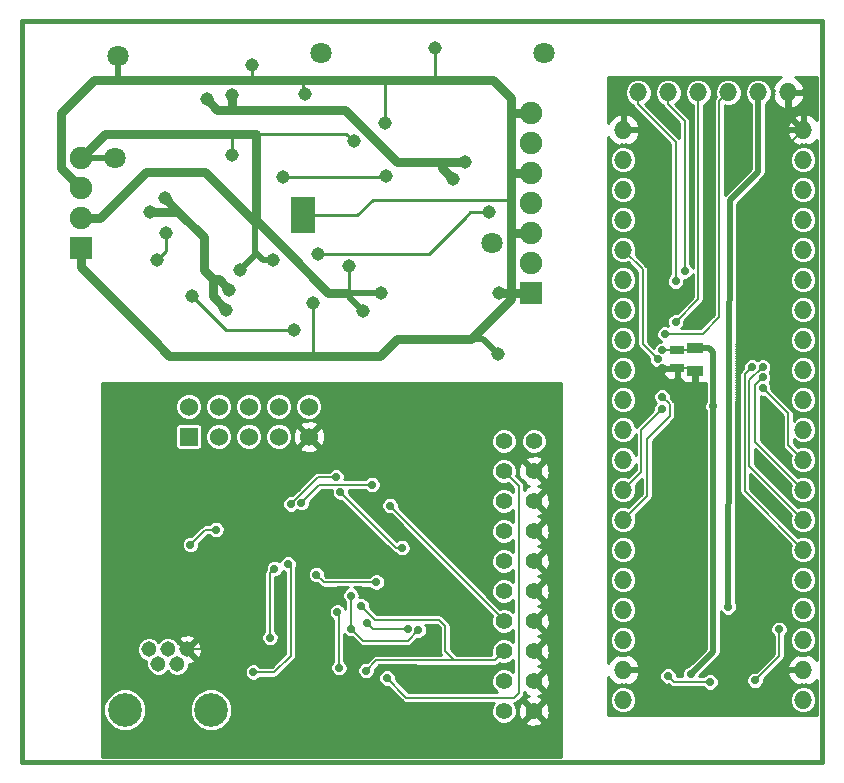
<source format=gbl>
G04 (created by PCBNEW-RS274X (2010-03-14)-final) date jue 03 nov 2011 01:52:56 ART*
G01*
G70*
G90*
%MOIN*%
G04 Gerber Fmt 3.4, Leading zero omitted, Abs format*
%FSLAX34Y34*%
G04 APERTURE LIST*
%ADD10C,0.000100*%
%ADD11C,0.015000*%
%ADD12C,0.051400*%
%ADD13C,0.112200*%
%ADD14C,0.056000*%
%ADD15R,0.060000X0.060000*%
%ADD16C,0.060000*%
%ADD17R,0.055000X0.035000*%
%ADD18R,0.045000X0.025000*%
%ADD19O,0.060000X0.060000*%
%ADD20R,0.075000X0.075000*%
%ADD21C,0.075000*%
%ADD22R,0.040000X0.040000*%
%ADD23C,0.070900*%
%ADD24C,0.045000*%
%ADD25C,0.028000*%
%ADD26C,0.030000*%
%ADD27C,0.010000*%
%ADD28C,0.020000*%
%ADD29C,0.006000*%
G04 APERTURE END LIST*
G54D10*
G54D11*
X38950Y-56100D02*
X38950Y-31400D01*
X39000Y-56100D02*
X38950Y-56100D01*
X39200Y-56100D02*
X39000Y-56100D01*
X39450Y-56100D02*
X39200Y-56100D01*
X42700Y-56100D02*
X39450Y-56100D01*
X65600Y-56100D02*
X42700Y-56100D01*
X65600Y-31400D02*
X65600Y-56100D01*
X38950Y-31400D02*
X65600Y-31400D01*
G54D12*
X43800Y-52343D03*
X43486Y-52815D03*
X44429Y-52343D03*
X44114Y-52815D03*
G54D13*
X45237Y-54350D03*
X42363Y-54350D03*
G54D12*
X43171Y-52343D03*
G54D14*
X55000Y-45400D03*
X56000Y-45400D03*
X55000Y-46400D03*
X56000Y-46400D03*
X55000Y-47400D03*
X56000Y-47400D03*
X55000Y-48400D03*
X56000Y-48400D03*
X55000Y-49400D03*
X56000Y-49400D03*
X55000Y-50400D03*
X56000Y-50400D03*
X55000Y-51400D03*
X56000Y-51400D03*
X55000Y-52400D03*
X56000Y-52400D03*
X55000Y-53400D03*
X56000Y-53400D03*
X55000Y-54400D03*
X56000Y-54400D03*
G54D15*
X44500Y-45250D03*
G54D16*
X44500Y-44250D03*
X45500Y-45250D03*
X45500Y-44250D03*
X46500Y-45250D03*
X46500Y-44250D03*
X47500Y-45250D03*
X47500Y-44250D03*
X48500Y-45250D03*
X48500Y-44250D03*
G54D17*
X61375Y-42300D03*
X61375Y-43050D03*
G54D18*
X60775Y-42375D03*
X60775Y-42975D03*
G54D19*
X64975Y-54025D03*
X64975Y-53025D03*
X64975Y-52025D03*
X64975Y-51025D03*
X64975Y-50025D03*
X64975Y-49025D03*
X64975Y-48025D03*
X64975Y-47025D03*
X64975Y-46025D03*
X64975Y-45025D03*
X64975Y-44025D03*
X64975Y-43025D03*
X64975Y-42025D03*
X64975Y-41025D03*
X64975Y-40025D03*
X64975Y-39025D03*
X64975Y-38025D03*
X64975Y-37025D03*
X64975Y-36025D03*
X64975Y-35025D03*
X58975Y-54025D03*
X58975Y-53025D03*
X58975Y-52025D03*
X58975Y-51025D03*
X58975Y-50025D03*
X58975Y-49025D03*
X58975Y-48025D03*
X58975Y-47025D03*
X58975Y-46025D03*
X58975Y-45025D03*
X58975Y-44025D03*
X58975Y-43025D03*
X58975Y-42025D03*
X58975Y-41025D03*
X58975Y-40025D03*
X58975Y-39025D03*
X58975Y-38025D03*
X58975Y-37025D03*
X58975Y-36025D03*
X58975Y-35025D03*
X59475Y-33775D03*
X60475Y-33775D03*
X61475Y-33775D03*
X62475Y-33775D03*
X63475Y-33775D03*
X64475Y-33775D03*
G54D20*
X55900Y-40450D03*
G54D21*
X55900Y-39450D03*
X55900Y-38450D03*
X55900Y-37450D03*
X55900Y-36450D03*
X55900Y-35450D03*
X55900Y-34450D03*
G54D20*
X40900Y-38950D03*
G54D21*
X40900Y-37950D03*
X40900Y-36950D03*
X40900Y-35950D03*
G54D22*
X48100Y-37450D03*
X48100Y-37850D03*
X48100Y-38250D03*
X48500Y-38250D03*
X48500Y-37850D03*
X48500Y-37450D03*
G54D23*
X54600Y-38800D03*
X56350Y-32450D03*
X42050Y-35950D03*
X48900Y-32450D03*
X42125Y-32575D03*
G54D24*
X50000Y-35400D03*
X45950Y-35850D03*
X47300Y-39375D03*
X50900Y-40450D03*
X50300Y-41050D03*
X49825Y-39550D03*
X46200Y-39700D03*
X47650Y-36600D03*
X51075Y-36550D03*
X43450Y-39350D03*
X43750Y-38450D03*
X45100Y-34000D03*
X45950Y-33850D03*
X53700Y-36100D03*
X53300Y-36675D03*
X54500Y-37775D03*
X48800Y-39150D03*
G54D25*
X63275Y-42925D03*
X63625Y-42925D03*
X63625Y-43275D03*
X63625Y-43625D03*
X60125Y-42675D03*
X60275Y-43925D03*
X60275Y-44325D03*
X63575Y-41575D03*
X60275Y-42975D03*
X61375Y-50075D03*
X61375Y-44125D03*
X61175Y-51875D03*
X49900Y-50550D03*
X52150Y-51700D03*
X49900Y-51650D03*
X51800Y-51650D03*
X50450Y-51450D03*
X50750Y-50100D03*
X48750Y-49850D03*
X49400Y-46600D03*
X47900Y-47500D03*
X50400Y-53050D03*
X50250Y-50900D03*
X51600Y-48950D03*
X49550Y-47100D03*
X60375Y-41825D03*
X61025Y-39725D03*
X51200Y-47550D03*
X60725Y-41425D03*
X60725Y-40075D03*
X51100Y-53300D03*
X50600Y-46850D03*
X48250Y-47450D03*
X60275Y-42375D03*
X61225Y-53175D03*
X61975Y-44235D03*
X49500Y-52950D03*
X49450Y-51100D03*
X62475Y-50925D03*
G54D24*
X52700Y-32300D03*
X51050Y-34800D03*
X48650Y-40800D03*
X54850Y-40450D03*
X46600Y-32850D03*
X48375Y-33825D03*
X54800Y-42500D03*
G54D25*
X42450Y-49850D03*
X46400Y-49150D03*
X48150Y-48950D03*
G54D24*
X43700Y-37300D03*
X43200Y-37750D03*
X45750Y-41025D03*
X45850Y-40350D03*
X48000Y-41700D03*
X44600Y-40550D03*
G54D25*
X47200Y-51950D03*
X47350Y-49650D03*
X46650Y-53100D03*
X47800Y-49500D03*
X63375Y-53375D03*
X64175Y-51675D03*
X60475Y-53225D03*
X61875Y-53425D03*
X45400Y-48350D03*
X44550Y-48850D03*
G54D26*
X46750Y-38050D02*
X46700Y-38000D01*
X46700Y-38000D02*
X46775Y-38075D01*
X46775Y-38075D02*
X47675Y-38975D01*
X49850Y-40450D02*
X49850Y-40450D01*
X49850Y-40450D02*
X49850Y-40450D01*
X49850Y-40450D02*
X49150Y-40450D01*
X47675Y-38975D02*
X49150Y-40450D01*
X43075Y-36425D02*
X43950Y-36425D01*
X43950Y-36425D02*
X43925Y-36425D01*
X41550Y-37950D02*
X43075Y-36425D01*
X41550Y-37950D02*
X40900Y-37950D01*
G54D27*
X49750Y-35150D02*
X50000Y-35400D01*
X49750Y-35150D02*
X46750Y-35150D01*
X45950Y-35850D02*
X45950Y-35150D01*
X47675Y-38975D02*
X47675Y-39000D01*
G54D28*
X46700Y-39100D02*
X46700Y-39075D01*
X46975Y-39375D02*
X46700Y-39100D01*
X47050Y-39375D02*
X46975Y-39375D01*
X47300Y-39375D02*
X47050Y-39375D01*
X46700Y-38000D02*
X46700Y-38100D01*
X46700Y-39075D02*
X46700Y-38100D01*
X49850Y-40450D02*
X50900Y-40450D01*
G54D26*
X46750Y-35150D02*
X45950Y-35150D01*
X45950Y-35150D02*
X43650Y-35150D01*
X43650Y-35150D02*
X43700Y-35150D01*
G54D28*
X40900Y-35950D02*
X42050Y-35950D01*
G54D26*
X43650Y-35150D02*
X41700Y-35150D01*
X41700Y-35150D02*
X40900Y-35950D01*
G54D28*
X49850Y-40500D02*
X49850Y-40450D01*
X49850Y-40600D02*
X49850Y-40500D01*
X50300Y-41050D02*
X49850Y-40600D01*
G54D27*
X49850Y-40450D02*
X49825Y-40450D01*
X49825Y-39550D02*
X49825Y-40450D01*
G54D28*
X46700Y-39200D02*
X46700Y-39075D01*
X46700Y-39200D02*
X46200Y-39700D01*
G54D26*
X43950Y-36425D02*
X45050Y-36425D01*
X45050Y-36425D02*
X46775Y-38150D01*
X46750Y-35150D02*
X46750Y-38050D01*
X46750Y-38050D02*
X46775Y-38075D01*
G54D27*
X47750Y-36600D02*
X47650Y-36600D01*
X51075Y-36550D02*
X50975Y-36600D01*
X48525Y-36600D02*
X47750Y-36600D01*
X50975Y-36600D02*
X48525Y-36600D01*
X43750Y-38450D02*
X43750Y-39050D01*
X43750Y-39050D02*
X43450Y-39350D01*
X43750Y-38450D02*
X43750Y-38450D01*
G54D26*
X45950Y-34350D02*
X46250Y-34350D01*
X52450Y-36100D02*
X52925Y-36100D01*
X52925Y-36100D02*
X52875Y-36100D01*
X52875Y-36100D02*
X52850Y-36100D01*
X52850Y-36100D02*
X52850Y-36100D01*
X51450Y-36100D02*
X52450Y-36100D01*
X49700Y-34350D02*
X51450Y-36100D01*
X46250Y-34350D02*
X49700Y-34350D01*
X45950Y-34350D02*
X45900Y-34350D01*
X45900Y-34350D02*
X45450Y-34350D01*
X45450Y-34350D02*
X45100Y-34000D01*
X45950Y-33850D02*
X45950Y-34350D01*
X52875Y-36100D02*
X53700Y-36100D01*
X53300Y-36675D02*
X52925Y-36300D01*
X52925Y-36300D02*
X52925Y-36100D01*
G54D27*
X53700Y-37950D02*
X52500Y-39150D01*
X52500Y-39150D02*
X51850Y-39150D01*
X51750Y-39150D02*
X48800Y-39150D01*
X51750Y-39150D02*
X51850Y-39150D01*
X54500Y-37775D02*
X53875Y-37775D01*
X53875Y-37775D02*
X53700Y-37950D01*
G54D29*
X63275Y-42925D02*
X63025Y-43175D01*
X63025Y-43175D02*
X63025Y-47075D01*
X63025Y-47075D02*
X64975Y-49025D01*
X63625Y-42925D02*
X63175Y-43375D01*
X63175Y-43375D02*
X63175Y-46225D01*
X63175Y-46225D02*
X64975Y-48025D01*
X63625Y-43275D02*
X63375Y-43525D01*
X63375Y-43525D02*
X63375Y-45425D01*
X63375Y-45425D02*
X64975Y-47025D01*
X63625Y-43625D02*
X64475Y-44475D01*
X64475Y-44475D02*
X64475Y-45525D01*
X64475Y-45525D02*
X64975Y-46025D01*
X60125Y-42675D02*
X59625Y-42175D01*
X59625Y-42175D02*
X59625Y-39675D01*
X59625Y-39675D02*
X58975Y-39025D01*
X60275Y-43925D02*
X60525Y-44175D01*
X60525Y-44175D02*
X60525Y-44575D01*
X60525Y-44575D02*
X59775Y-45325D01*
X59775Y-45325D02*
X59775Y-47225D01*
X59775Y-47225D02*
X58975Y-48025D01*
X60275Y-44325D02*
X59575Y-45025D01*
X59575Y-45025D02*
X59575Y-46425D01*
X59575Y-46425D02*
X58975Y-47025D01*
G54D28*
X64475Y-34525D02*
X64975Y-35025D01*
X64475Y-33775D02*
X64475Y-34525D01*
G54D29*
X63575Y-41575D02*
X64525Y-40625D01*
X64525Y-40625D02*
X64525Y-35475D01*
X64525Y-35475D02*
X64975Y-35025D01*
X60275Y-42975D02*
X60775Y-42975D01*
X61300Y-42975D02*
X61375Y-43050D01*
X60775Y-42975D02*
X61300Y-42975D01*
G54D28*
X61375Y-43625D02*
X61375Y-43050D01*
X61375Y-50025D02*
X61375Y-43625D01*
X61375Y-50075D02*
X61375Y-50025D01*
G54D29*
X61375Y-44125D02*
X61375Y-43625D01*
G54D28*
X60025Y-53025D02*
X58975Y-53025D01*
X61175Y-51875D02*
X60025Y-53025D01*
G54D29*
X49900Y-50550D02*
X49900Y-51650D01*
X51800Y-52050D02*
X52150Y-51700D01*
X50300Y-52050D02*
X51800Y-52050D01*
X49900Y-51650D02*
X50300Y-52050D01*
X50650Y-51650D02*
X51800Y-51650D01*
X50450Y-51450D02*
X50650Y-51650D01*
X49000Y-50100D02*
X50750Y-50100D01*
X48750Y-49850D02*
X49000Y-50100D01*
X48800Y-46600D02*
X49400Y-46600D01*
X47900Y-47500D02*
X48800Y-46600D01*
X53050Y-52400D02*
X53350Y-52700D01*
X53350Y-52700D02*
X53400Y-52700D01*
X50750Y-52700D02*
X53400Y-52700D01*
X50400Y-53050D02*
X50750Y-52700D01*
X53400Y-52700D02*
X54700Y-52700D01*
X54700Y-52700D02*
X55000Y-52400D01*
X52150Y-51350D02*
X52850Y-51350D01*
X53050Y-51550D02*
X53050Y-52400D01*
X52850Y-51350D02*
X53050Y-51550D01*
X50700Y-51350D02*
X52150Y-51350D01*
X50250Y-50900D02*
X50700Y-51350D01*
X51400Y-48950D02*
X51600Y-48950D01*
X49550Y-47100D02*
X51400Y-48950D01*
X60375Y-41825D02*
X61625Y-41825D01*
X61625Y-41825D02*
X62175Y-41275D01*
X62175Y-41275D02*
X62175Y-34075D01*
X62175Y-34075D02*
X62475Y-33775D01*
X61025Y-39725D02*
X61025Y-34725D01*
X61025Y-34725D02*
X60475Y-34175D01*
X60475Y-34175D02*
X60475Y-33775D01*
X55000Y-51400D02*
X55000Y-51350D01*
X55000Y-51350D02*
X51200Y-47550D01*
X60725Y-41425D02*
X61475Y-40675D01*
X61475Y-40675D02*
X61475Y-33775D01*
X60725Y-40075D02*
X60725Y-35425D01*
X60725Y-35425D02*
X59475Y-34175D01*
X59475Y-34175D02*
X59475Y-33775D01*
X55500Y-46900D02*
X55000Y-46400D01*
X55500Y-53800D02*
X55500Y-46900D01*
X55350Y-53950D02*
X55500Y-53800D01*
X51750Y-53950D02*
X55350Y-53950D01*
X51100Y-53300D02*
X51750Y-53950D01*
X48850Y-46850D02*
X50600Y-46850D01*
X48250Y-47450D02*
X48850Y-46850D01*
X60275Y-42375D02*
X60775Y-42375D01*
X61300Y-42375D02*
X61375Y-42300D01*
X60775Y-42375D02*
X61300Y-42375D01*
G54D28*
X61975Y-42425D02*
X61850Y-42300D01*
X61975Y-43975D02*
X61975Y-42425D01*
X61375Y-42300D02*
X61850Y-42300D01*
X61975Y-52425D02*
X61975Y-43975D01*
X61975Y-52425D02*
X61225Y-53175D01*
G54D29*
X61975Y-44235D02*
X61975Y-43975D01*
X49500Y-51150D02*
X49500Y-52950D01*
X49450Y-51100D02*
X49500Y-51150D01*
G54D28*
X63475Y-36425D02*
X63475Y-33775D01*
X62525Y-37375D02*
X63475Y-36425D01*
X62475Y-50925D02*
X62525Y-37375D01*
G54D27*
X48500Y-37850D02*
X48100Y-37850D01*
X48100Y-37850D02*
X48100Y-37450D01*
X48100Y-37450D02*
X48500Y-37450D01*
X48500Y-37450D02*
X48500Y-37850D01*
X48500Y-37850D02*
X48500Y-38250D01*
X48500Y-38250D02*
X48100Y-38250D01*
X48100Y-38250D02*
X48100Y-37850D01*
X48100Y-37850D02*
X48100Y-38250D01*
X48100Y-38250D02*
X48500Y-38250D01*
X52700Y-32300D02*
X52700Y-33350D01*
X51050Y-34775D02*
X51050Y-34800D01*
X51050Y-34775D02*
X51050Y-33350D01*
G54D26*
X51600Y-33350D02*
X51050Y-33350D01*
X51600Y-33350D02*
X52700Y-33350D01*
X51050Y-33350D02*
X48300Y-33350D01*
X48300Y-33350D02*
X47750Y-33350D01*
X47750Y-33350D02*
X47850Y-33350D01*
X47850Y-33350D02*
X47350Y-33350D01*
X47350Y-33350D02*
X46600Y-33350D01*
X46600Y-33350D02*
X46650Y-33350D01*
X46650Y-33350D02*
X44450Y-33350D01*
X44450Y-33350D02*
X44500Y-33350D01*
X52700Y-33350D02*
X54650Y-33350D01*
X55250Y-33950D02*
X54650Y-33350D01*
X55250Y-33950D02*
X55250Y-34450D01*
X55250Y-34450D02*
X55250Y-36450D01*
X55250Y-36450D02*
X55250Y-37350D01*
X55250Y-37350D02*
X55250Y-37300D01*
X55250Y-37300D02*
X55250Y-37350D01*
X55250Y-37350D02*
X55250Y-37425D01*
X55250Y-37425D02*
X55250Y-38450D01*
X55250Y-38450D02*
X55250Y-40400D01*
X55250Y-40400D02*
X55250Y-40450D01*
X53900Y-42000D02*
X51425Y-42000D01*
X51425Y-42000D02*
X51450Y-42000D01*
X55250Y-40650D02*
X53900Y-42000D01*
X55250Y-40450D02*
X55250Y-40650D01*
X40900Y-39600D02*
X40900Y-38950D01*
X43300Y-42000D02*
X40900Y-39600D01*
X43300Y-42000D02*
X43300Y-42000D01*
G54D27*
X48650Y-42525D02*
X48650Y-42550D01*
X48650Y-42000D02*
X48650Y-42525D01*
X48650Y-40800D02*
X48650Y-42000D01*
G54D26*
X55250Y-40450D02*
X55150Y-40450D01*
X55150Y-40450D02*
X54850Y-40450D01*
X44450Y-33350D02*
X42450Y-33350D01*
X42450Y-33350D02*
X42125Y-33350D01*
X42125Y-33350D02*
X41350Y-33350D01*
X41350Y-33350D02*
X40250Y-34450D01*
X40250Y-34450D02*
X40250Y-36300D01*
X40250Y-36300D02*
X40900Y-36950D01*
G54D27*
X46600Y-33350D02*
X46600Y-32850D01*
X48300Y-33350D02*
X48300Y-33750D01*
X48300Y-33750D02*
X48375Y-33825D01*
G54D28*
X54800Y-42500D02*
X54300Y-42000D01*
X54300Y-42000D02*
X53950Y-42000D01*
X53950Y-42000D02*
X53950Y-41950D01*
G54D26*
X55900Y-34450D02*
X55250Y-34450D01*
X55900Y-36450D02*
X55250Y-36450D01*
X55900Y-38450D02*
X55250Y-38450D01*
X55250Y-40450D02*
X55900Y-40450D01*
G54D27*
X55250Y-37350D02*
X50625Y-37350D01*
X50625Y-37350D02*
X50100Y-37875D01*
X50100Y-37875D02*
X50110Y-37865D01*
X50110Y-37865D02*
X50110Y-37865D01*
X50110Y-37865D02*
X50125Y-37850D01*
G54D26*
X51425Y-42000D02*
X50875Y-42550D01*
X50875Y-42550D02*
X48650Y-42550D01*
X43850Y-42550D02*
X43300Y-42000D01*
X48650Y-42550D02*
X43850Y-42550D01*
G54D28*
X42125Y-32575D02*
X42125Y-33325D01*
X42125Y-33325D02*
X42125Y-33350D01*
G54D27*
X50100Y-37875D02*
X48525Y-37875D01*
X48525Y-37875D02*
X48500Y-37850D01*
G54D29*
X42450Y-49850D02*
X46400Y-49850D01*
X44429Y-52343D02*
X45807Y-52343D01*
X45807Y-52343D02*
X46400Y-51750D01*
X46400Y-51750D02*
X46400Y-49850D01*
X46400Y-49850D02*
X46400Y-49150D01*
X46600Y-48950D02*
X46400Y-49150D01*
X46600Y-48950D02*
X48150Y-48950D01*
G54D26*
X45000Y-38600D02*
X44150Y-37750D01*
X45300Y-40000D02*
X45000Y-39700D01*
X45000Y-39700D02*
X45000Y-38600D01*
X44150Y-37750D02*
X43700Y-37300D01*
X43200Y-37750D02*
X44150Y-37750D01*
X45300Y-40000D02*
X45300Y-40550D01*
X45300Y-40550D02*
X45750Y-41025D01*
X45850Y-40350D02*
X45500Y-40000D01*
X45500Y-40000D02*
X45300Y-40000D01*
G54D27*
X48000Y-41700D02*
X48000Y-41700D01*
X45750Y-41700D02*
X48000Y-41700D01*
X45750Y-41700D02*
X44600Y-40550D01*
G54D29*
X47200Y-49800D02*
X47200Y-51950D01*
X47350Y-49650D02*
X47200Y-49800D01*
X47900Y-51850D02*
X47900Y-52550D01*
X47350Y-53100D02*
X46650Y-53100D01*
X47900Y-52550D02*
X47350Y-53100D01*
X47900Y-49600D02*
X47900Y-51850D01*
X47800Y-49500D02*
X47900Y-49600D01*
X63375Y-53375D02*
X64175Y-52575D01*
X64175Y-52575D02*
X64175Y-51675D01*
X60475Y-53225D02*
X60675Y-53425D01*
X60675Y-53425D02*
X61875Y-53425D01*
X45050Y-48350D02*
X45400Y-48350D01*
X44550Y-48850D02*
X45050Y-48350D01*
G54D27*
X41600Y-43450D02*
X56900Y-43450D01*
X41600Y-43530D02*
X56900Y-43530D01*
X41600Y-43610D02*
X56900Y-43610D01*
X41600Y-43690D02*
X56900Y-43690D01*
X41600Y-43770D02*
X56900Y-43770D01*
X41600Y-43850D02*
X44293Y-43850D01*
X44708Y-43850D02*
X45293Y-43850D01*
X45708Y-43850D02*
X46293Y-43850D01*
X46708Y-43850D02*
X47293Y-43850D01*
X47708Y-43850D02*
X48293Y-43850D01*
X48708Y-43850D02*
X56900Y-43850D01*
X41600Y-43930D02*
X44185Y-43930D01*
X44815Y-43930D02*
X45185Y-43930D01*
X45815Y-43930D02*
X46185Y-43930D01*
X46815Y-43930D02*
X47185Y-43930D01*
X47815Y-43930D02*
X48185Y-43930D01*
X48815Y-43930D02*
X56900Y-43930D01*
X41600Y-44010D02*
X44114Y-44010D01*
X44887Y-44010D02*
X45114Y-44010D01*
X45887Y-44010D02*
X46114Y-44010D01*
X46887Y-44010D02*
X47114Y-44010D01*
X47887Y-44010D02*
X48114Y-44010D01*
X48887Y-44010D02*
X56900Y-44010D01*
X41600Y-44090D02*
X44081Y-44090D01*
X44920Y-44090D02*
X45081Y-44090D01*
X45920Y-44090D02*
X46081Y-44090D01*
X46920Y-44090D02*
X47081Y-44090D01*
X47920Y-44090D02*
X48081Y-44090D01*
X48920Y-44090D02*
X56900Y-44090D01*
X41600Y-44170D02*
X44051Y-44170D01*
X44949Y-44170D02*
X45051Y-44170D01*
X45949Y-44170D02*
X46051Y-44170D01*
X46949Y-44170D02*
X47051Y-44170D01*
X47949Y-44170D02*
X48051Y-44170D01*
X48949Y-44170D02*
X56900Y-44170D01*
X41600Y-44250D02*
X44051Y-44250D01*
X44949Y-44250D02*
X45051Y-44250D01*
X45949Y-44250D02*
X46051Y-44250D01*
X46949Y-44250D02*
X47051Y-44250D01*
X47949Y-44250D02*
X48051Y-44250D01*
X48949Y-44250D02*
X56900Y-44250D01*
X41600Y-44330D02*
X44051Y-44330D01*
X44949Y-44330D02*
X45051Y-44330D01*
X45949Y-44330D02*
X46051Y-44330D01*
X46949Y-44330D02*
X47051Y-44330D01*
X47949Y-44330D02*
X48051Y-44330D01*
X48949Y-44330D02*
X56900Y-44330D01*
X41600Y-44410D02*
X44080Y-44410D01*
X44919Y-44410D02*
X45080Y-44410D01*
X45919Y-44410D02*
X46080Y-44410D01*
X46919Y-44410D02*
X47080Y-44410D01*
X47919Y-44410D02*
X48080Y-44410D01*
X48919Y-44410D02*
X56900Y-44410D01*
X41600Y-44490D02*
X44113Y-44490D01*
X44886Y-44490D02*
X45113Y-44490D01*
X45886Y-44490D02*
X46113Y-44490D01*
X46886Y-44490D02*
X47113Y-44490D01*
X47886Y-44490D02*
X48113Y-44490D01*
X48886Y-44490D02*
X56900Y-44490D01*
X41600Y-44570D02*
X44185Y-44570D01*
X44815Y-44570D02*
X45185Y-44570D01*
X45815Y-44570D02*
X46185Y-44570D01*
X46815Y-44570D02*
X47185Y-44570D01*
X47815Y-44570D02*
X48185Y-44570D01*
X48815Y-44570D02*
X56900Y-44570D01*
X41600Y-44650D02*
X44292Y-44650D01*
X44707Y-44650D02*
X45292Y-44650D01*
X45707Y-44650D02*
X46292Y-44650D01*
X46707Y-44650D02*
X47292Y-44650D01*
X47707Y-44650D02*
X48292Y-44650D01*
X48707Y-44650D02*
X56900Y-44650D01*
X41600Y-44730D02*
X48337Y-44730D01*
X48645Y-44730D02*
X56900Y-44730D01*
X41600Y-44810D02*
X44149Y-44810D01*
X44852Y-44810D02*
X45389Y-44810D01*
X45612Y-44810D02*
X46389Y-44810D01*
X46612Y-44810D02*
X47389Y-44810D01*
X47612Y-44810D02*
X48210Y-44810D01*
X48791Y-44810D02*
X56900Y-44810D01*
X41600Y-44890D02*
X44064Y-44890D01*
X44937Y-44890D02*
X45225Y-44890D01*
X45775Y-44890D02*
X46225Y-44890D01*
X46775Y-44890D02*
X47225Y-44890D01*
X47775Y-44890D02*
X48210Y-44890D01*
X48789Y-44890D02*
X56900Y-44890D01*
X41600Y-44970D02*
X44051Y-44970D01*
X44949Y-44970D02*
X45145Y-44970D01*
X45855Y-44970D02*
X46145Y-44970D01*
X46855Y-44970D02*
X47145Y-44970D01*
X47855Y-44970D02*
X48028Y-44970D01*
X48150Y-44970D02*
X48290Y-44970D01*
X48709Y-44970D02*
X48851Y-44970D01*
X48973Y-44970D02*
X54915Y-44970D01*
X55086Y-44970D02*
X55915Y-44970D01*
X56086Y-44970D02*
X56900Y-44970D01*
X41600Y-45050D02*
X44051Y-45050D01*
X44949Y-45050D02*
X45097Y-45050D01*
X45904Y-45050D02*
X46097Y-45050D01*
X46904Y-45050D02*
X47097Y-45050D01*
X47904Y-45050D02*
X48000Y-45050D01*
X48230Y-45050D02*
X48370Y-45050D01*
X48629Y-45050D02*
X48771Y-45050D01*
X49006Y-45050D02*
X54742Y-45050D01*
X55258Y-45050D02*
X55742Y-45050D01*
X56258Y-45050D02*
X56900Y-45050D01*
X41600Y-45130D02*
X44051Y-45130D01*
X44949Y-45130D02*
X45064Y-45130D01*
X45937Y-45130D02*
X46064Y-45130D01*
X46937Y-45130D02*
X47064Y-45130D01*
X47937Y-45130D02*
X47972Y-45130D01*
X48310Y-45130D02*
X48451Y-45130D01*
X48549Y-45130D02*
X48691Y-45130D01*
X49033Y-45130D02*
X54662Y-45130D01*
X55338Y-45130D02*
X55662Y-45130D01*
X56338Y-45130D02*
X56900Y-45130D01*
X41600Y-45210D02*
X44051Y-45210D01*
X44949Y-45210D02*
X45051Y-45210D01*
X45949Y-45210D02*
X46051Y-45210D01*
X46949Y-45210D02*
X47051Y-45210D01*
X47949Y-45210D02*
X47959Y-45210D01*
X48390Y-45210D02*
X48611Y-45210D01*
X49037Y-45210D02*
X54614Y-45210D01*
X55387Y-45210D02*
X55614Y-45210D01*
X56387Y-45210D02*
X56900Y-45210D01*
X41600Y-45290D02*
X44051Y-45290D01*
X44949Y-45290D02*
X45051Y-45290D01*
X45949Y-45290D02*
X46051Y-45290D01*
X46949Y-45290D02*
X47051Y-45290D01*
X47949Y-45290D02*
X47963Y-45290D01*
X48389Y-45290D02*
X48610Y-45290D01*
X49041Y-45290D02*
X54581Y-45290D01*
X55420Y-45290D02*
X55581Y-45290D01*
X56420Y-45290D02*
X56900Y-45290D01*
X41600Y-45370D02*
X44051Y-45370D01*
X44949Y-45370D02*
X45063Y-45370D01*
X45936Y-45370D02*
X46063Y-45370D01*
X46936Y-45370D02*
X47063Y-45370D01*
X47936Y-45370D02*
X47967Y-45370D01*
X48309Y-45370D02*
X48451Y-45370D01*
X48550Y-45370D02*
X48690Y-45370D01*
X49028Y-45370D02*
X54570Y-45370D01*
X55430Y-45370D02*
X55570Y-45370D01*
X56430Y-45370D02*
X56900Y-45370D01*
X41600Y-45450D02*
X44051Y-45450D01*
X44949Y-45450D02*
X45096Y-45450D01*
X45903Y-45450D02*
X46096Y-45450D01*
X46903Y-45450D02*
X47096Y-45450D01*
X47903Y-45450D02*
X47994Y-45450D01*
X48229Y-45450D02*
X48370Y-45450D01*
X48630Y-45450D02*
X48770Y-45450D01*
X49000Y-45450D02*
X54570Y-45450D01*
X55430Y-45450D02*
X55570Y-45450D01*
X56430Y-45450D02*
X56900Y-45450D01*
X41600Y-45530D02*
X44051Y-45530D01*
X44949Y-45530D02*
X45145Y-45530D01*
X45855Y-45530D02*
X46145Y-45530D01*
X46855Y-45530D02*
X47145Y-45530D01*
X47855Y-45530D02*
X48027Y-45530D01*
X48149Y-45530D02*
X48290Y-45530D01*
X48710Y-45530D02*
X48850Y-45530D01*
X48972Y-45530D02*
X54588Y-45530D01*
X55411Y-45530D02*
X55588Y-45530D01*
X56411Y-45530D02*
X56900Y-45530D01*
X41600Y-45610D02*
X44063Y-45610D01*
X44936Y-45610D02*
X45225Y-45610D01*
X45775Y-45610D02*
X46225Y-45610D01*
X46775Y-45610D02*
X47225Y-45610D01*
X47775Y-45610D02*
X48210Y-45610D01*
X48790Y-45610D02*
X54621Y-45610D01*
X55378Y-45610D02*
X55621Y-45610D01*
X56378Y-45610D02*
X56900Y-45610D01*
X41600Y-45690D02*
X44148Y-45690D01*
X44851Y-45690D02*
X45388Y-45690D01*
X45610Y-45690D02*
X46388Y-45690D01*
X46610Y-45690D02*
X47388Y-45690D01*
X47610Y-45690D02*
X48209Y-45690D01*
X48790Y-45690D02*
X54682Y-45690D01*
X55318Y-45690D02*
X55682Y-45690D01*
X56318Y-45690D02*
X56900Y-45690D01*
X41600Y-45770D02*
X48355Y-45770D01*
X48663Y-45770D02*
X54770Y-45770D01*
X55230Y-45770D02*
X55770Y-45770D01*
X56230Y-45770D02*
X56900Y-45770D01*
X41600Y-45850D02*
X56900Y-45850D01*
X41600Y-45930D02*
X55765Y-45930D01*
X56229Y-45930D02*
X56900Y-45930D01*
X41600Y-46010D02*
X54818Y-46010D01*
X55182Y-46010D02*
X55714Y-46010D01*
X56287Y-46010D02*
X56900Y-46010D01*
X41600Y-46090D02*
X54702Y-46090D01*
X55298Y-46090D02*
X55761Y-46090D01*
X56239Y-46090D02*
X56900Y-46090D01*
X41600Y-46170D02*
X54631Y-46170D01*
X55371Y-46170D02*
X55531Y-46170D01*
X55699Y-46170D02*
X55841Y-46170D01*
X56159Y-46170D02*
X56301Y-46170D01*
X56473Y-46170D02*
X56900Y-46170D01*
X41600Y-46250D02*
X54597Y-46250D01*
X55404Y-46250D02*
X55503Y-46250D01*
X55779Y-46250D02*
X55921Y-46250D01*
X56079Y-46250D02*
X56221Y-46250D01*
X56506Y-46250D02*
X56900Y-46250D01*
X41600Y-46330D02*
X49298Y-46330D01*
X49504Y-46330D02*
X54570Y-46330D01*
X55430Y-46330D02*
X55476Y-46330D01*
X55859Y-46330D02*
X56141Y-46330D01*
X56517Y-46330D02*
X56900Y-46330D01*
X41600Y-46410D02*
X49182Y-46410D01*
X49619Y-46410D02*
X54570Y-46410D01*
X55430Y-46410D02*
X55480Y-46410D01*
X55939Y-46410D02*
X56081Y-46410D01*
X56521Y-46410D02*
X56900Y-46410D01*
X41600Y-46490D02*
X48655Y-46490D01*
X49667Y-46490D02*
X54572Y-46490D01*
X55428Y-46490D02*
X55484Y-46490D01*
X56019Y-46490D02*
X56161Y-46490D01*
X56518Y-46490D02*
X56900Y-46490D01*
X41600Y-46570D02*
X48575Y-46570D01*
X49689Y-46570D02*
X50522Y-46570D01*
X50680Y-46570D02*
X54604Y-46570D01*
X55424Y-46570D02*
X55502Y-46570D01*
X56099Y-46570D02*
X56241Y-46570D01*
X56490Y-46570D02*
X56900Y-46570D01*
X41600Y-46650D02*
X48495Y-46650D01*
X49689Y-46650D02*
X50392Y-46650D01*
X50809Y-46650D02*
X54642Y-46650D01*
X55504Y-46650D02*
X55536Y-46650D01*
X56179Y-46650D02*
X56321Y-46650D01*
X56462Y-46650D02*
X56900Y-46650D01*
X41600Y-46730D02*
X48415Y-46730D01*
X50863Y-46730D02*
X54722Y-46730D01*
X55584Y-46730D02*
X55639Y-46730D01*
X56259Y-46730D02*
X56900Y-46730D01*
X41600Y-46810D02*
X48335Y-46810D01*
X50889Y-46810D02*
X54866Y-46810D01*
X55132Y-46810D02*
X55156Y-46810D01*
X55652Y-46810D02*
X55719Y-46810D01*
X56281Y-46810D02*
X56900Y-46810D01*
X41600Y-46890D02*
X48255Y-46890D01*
X50889Y-46890D02*
X55236Y-46890D01*
X55678Y-46890D02*
X55828Y-46890D01*
X56185Y-46890D02*
X56900Y-46890D01*
X41600Y-46970D02*
X48175Y-46970D01*
X50863Y-46970D02*
X54915Y-46970D01*
X55086Y-46970D02*
X55316Y-46970D01*
X55680Y-46970D02*
X55725Y-46970D01*
X56276Y-46970D02*
X56900Y-46970D01*
X41600Y-47050D02*
X48095Y-47050D01*
X48904Y-47050D02*
X49261Y-47050D01*
X49839Y-47050D02*
X50391Y-47050D01*
X50808Y-47050D02*
X54742Y-47050D01*
X55258Y-47050D02*
X55320Y-47050D01*
X56279Y-47050D02*
X56900Y-47050D01*
X41600Y-47130D02*
X48015Y-47130D01*
X48824Y-47130D02*
X49261Y-47130D01*
X49839Y-47130D02*
X50520Y-47130D01*
X50678Y-47130D02*
X54662Y-47130D01*
X56199Y-47130D02*
X56341Y-47130D01*
X56453Y-47130D02*
X56900Y-47130D01*
X41600Y-47210D02*
X47935Y-47210D01*
X48744Y-47210D02*
X49283Y-47210D01*
X49914Y-47210D02*
X54614Y-47210D01*
X56119Y-47210D02*
X56261Y-47210D01*
X56489Y-47210D02*
X56900Y-47210D01*
X41600Y-47290D02*
X47702Y-47290D01*
X48664Y-47290D02*
X49331Y-47290D01*
X49994Y-47290D02*
X51074Y-47290D01*
X51328Y-47290D02*
X54581Y-47290D01*
X56039Y-47290D02*
X56181Y-47290D01*
X56515Y-47290D02*
X56900Y-47290D01*
X41600Y-47370D02*
X47641Y-47370D01*
X48584Y-47370D02*
X49446Y-47370D01*
X50074Y-47370D02*
X50972Y-47370D01*
X51429Y-47370D02*
X54570Y-47370D01*
X55959Y-47370D02*
X56101Y-47370D01*
X56519Y-47370D02*
X56900Y-47370D01*
X41600Y-47450D02*
X47611Y-47450D01*
X48539Y-47450D02*
X49646Y-47450D01*
X50154Y-47450D02*
X50929Y-47450D01*
X51472Y-47450D02*
X54570Y-47450D01*
X55979Y-47450D02*
X56121Y-47450D01*
X56523Y-47450D02*
X56900Y-47450D01*
X41600Y-47530D02*
X47611Y-47530D01*
X48529Y-47530D02*
X49726Y-47530D01*
X50234Y-47530D02*
X50911Y-47530D01*
X51489Y-47530D02*
X54588Y-47530D01*
X56059Y-47530D02*
X56201Y-47530D01*
X56504Y-47530D02*
X56900Y-47530D01*
X41600Y-47610D02*
X47633Y-47610D01*
X48496Y-47610D02*
X49806Y-47610D01*
X50314Y-47610D02*
X50912Y-47610D01*
X51514Y-47610D02*
X54621Y-47610D01*
X56139Y-47610D02*
X56281Y-47610D01*
X56476Y-47610D02*
X56900Y-47610D01*
X41600Y-47690D02*
X47681Y-47690D01*
X48418Y-47690D02*
X49886Y-47690D01*
X50394Y-47690D02*
X50945Y-47690D01*
X51594Y-47690D02*
X54682Y-47690D01*
X55318Y-47690D02*
X55320Y-47690D01*
X56219Y-47690D02*
X56361Y-47690D01*
X56375Y-47690D02*
X56900Y-47690D01*
X41600Y-47770D02*
X47796Y-47770D01*
X48002Y-47770D02*
X49966Y-47770D01*
X50474Y-47770D02*
X51011Y-47770D01*
X51674Y-47770D02*
X54770Y-47770D01*
X55230Y-47770D02*
X55320Y-47770D01*
X56291Y-47770D02*
X56900Y-47770D01*
X41600Y-47850D02*
X50046Y-47850D01*
X50554Y-47850D02*
X51246Y-47850D01*
X51754Y-47850D02*
X55320Y-47850D01*
X56270Y-47850D02*
X56900Y-47850D01*
X41600Y-47930D02*
X50126Y-47930D01*
X50634Y-47930D02*
X51326Y-47930D01*
X51834Y-47930D02*
X55320Y-47930D01*
X56230Y-47930D02*
X56900Y-47930D01*
X41600Y-48010D02*
X50206Y-48010D01*
X50714Y-48010D02*
X51406Y-48010D01*
X51914Y-48010D02*
X54818Y-48010D01*
X55182Y-48010D02*
X55320Y-48010D01*
X56287Y-48010D02*
X56900Y-48010D01*
X41600Y-48090D02*
X45274Y-48090D01*
X45528Y-48090D02*
X50286Y-48090D01*
X50794Y-48090D02*
X51486Y-48090D01*
X51994Y-48090D02*
X54702Y-48090D01*
X55298Y-48090D02*
X55320Y-48090D01*
X56239Y-48090D02*
X56900Y-48090D01*
X41600Y-48170D02*
X45050Y-48170D01*
X45629Y-48170D02*
X50366Y-48170D01*
X50874Y-48170D02*
X51566Y-48170D01*
X52074Y-48170D02*
X54631Y-48170D01*
X56159Y-48170D02*
X56301Y-48170D01*
X56473Y-48170D02*
X56900Y-48170D01*
X41600Y-48250D02*
X44895Y-48250D01*
X45672Y-48250D02*
X50446Y-48250D01*
X50954Y-48250D02*
X51646Y-48250D01*
X52154Y-48250D02*
X54597Y-48250D01*
X56079Y-48250D02*
X56221Y-48250D01*
X56506Y-48250D02*
X56900Y-48250D01*
X41600Y-48330D02*
X44815Y-48330D01*
X45689Y-48330D02*
X50526Y-48330D01*
X51034Y-48330D02*
X51726Y-48330D01*
X52234Y-48330D02*
X54570Y-48330D01*
X55999Y-48330D02*
X56141Y-48330D01*
X56517Y-48330D02*
X56900Y-48330D01*
X41600Y-48410D02*
X44736Y-48410D01*
X45688Y-48410D02*
X50606Y-48410D01*
X51114Y-48410D02*
X51806Y-48410D01*
X52314Y-48410D02*
X54570Y-48410D01*
X55939Y-48410D02*
X56081Y-48410D01*
X56521Y-48410D02*
X56900Y-48410D01*
X41600Y-48490D02*
X44656Y-48490D01*
X45654Y-48490D02*
X50686Y-48490D01*
X51194Y-48490D02*
X51886Y-48490D01*
X52394Y-48490D02*
X54572Y-48490D01*
X56019Y-48490D02*
X56161Y-48490D01*
X56518Y-48490D02*
X56900Y-48490D01*
X41600Y-48570D02*
X44472Y-48570D01*
X45084Y-48570D02*
X45211Y-48570D01*
X45588Y-48570D02*
X50766Y-48570D01*
X51274Y-48570D02*
X51966Y-48570D01*
X52474Y-48570D02*
X54604Y-48570D01*
X56099Y-48570D02*
X56241Y-48570D01*
X56490Y-48570D02*
X56900Y-48570D01*
X41600Y-48650D02*
X44342Y-48650D01*
X45004Y-48650D02*
X50846Y-48650D01*
X51354Y-48650D02*
X52046Y-48650D01*
X52554Y-48650D02*
X54642Y-48650D01*
X56179Y-48650D02*
X56321Y-48650D01*
X56462Y-48650D02*
X56900Y-48650D01*
X41600Y-48730D02*
X44287Y-48730D01*
X44924Y-48730D02*
X50926Y-48730D01*
X51789Y-48730D02*
X52126Y-48730D01*
X52634Y-48730D02*
X54722Y-48730D01*
X55278Y-48730D02*
X55320Y-48730D01*
X56259Y-48730D02*
X56900Y-48730D01*
X41600Y-48810D02*
X44261Y-48810D01*
X44844Y-48810D02*
X51006Y-48810D01*
X51855Y-48810D02*
X52206Y-48810D01*
X52714Y-48810D02*
X54866Y-48810D01*
X55133Y-48810D02*
X55320Y-48810D01*
X56281Y-48810D02*
X56900Y-48810D01*
X41600Y-48890D02*
X44261Y-48890D01*
X44839Y-48890D02*
X51086Y-48890D01*
X51888Y-48890D02*
X52286Y-48890D01*
X52794Y-48890D02*
X55320Y-48890D01*
X56185Y-48890D02*
X56900Y-48890D01*
X41600Y-48970D02*
X44287Y-48970D01*
X44813Y-48970D02*
X51166Y-48970D01*
X51889Y-48970D02*
X52366Y-48970D01*
X52874Y-48970D02*
X54915Y-48970D01*
X55086Y-48970D02*
X55320Y-48970D01*
X56276Y-48970D02*
X56900Y-48970D01*
X41600Y-49050D02*
X44341Y-49050D01*
X44758Y-49050D02*
X51246Y-49050D01*
X51871Y-49050D02*
X52446Y-49050D01*
X52954Y-49050D02*
X54742Y-49050D01*
X55258Y-49050D02*
X55320Y-49050D01*
X56279Y-49050D02*
X56900Y-49050D01*
X41600Y-49130D02*
X44470Y-49130D01*
X44628Y-49130D02*
X51371Y-49130D01*
X51828Y-49130D02*
X52526Y-49130D01*
X53034Y-49130D02*
X54662Y-49130D01*
X56199Y-49130D02*
X56341Y-49130D01*
X56453Y-49130D02*
X56900Y-49130D01*
X41600Y-49210D02*
X51472Y-49210D01*
X51726Y-49210D02*
X52606Y-49210D01*
X53114Y-49210D02*
X54614Y-49210D01*
X56119Y-49210D02*
X56261Y-49210D01*
X56489Y-49210D02*
X56900Y-49210D01*
X41600Y-49290D02*
X47602Y-49290D01*
X47999Y-49290D02*
X52686Y-49290D01*
X53194Y-49290D02*
X54581Y-49290D01*
X56039Y-49290D02*
X56181Y-49290D01*
X56515Y-49290D02*
X56900Y-49290D01*
X41600Y-49370D02*
X47272Y-49370D01*
X47432Y-49370D02*
X47541Y-49370D01*
X48059Y-49370D02*
X52766Y-49370D01*
X53274Y-49370D02*
X54570Y-49370D01*
X55959Y-49370D02*
X56101Y-49370D01*
X56519Y-49370D02*
X56900Y-49370D01*
X41600Y-49450D02*
X47142Y-49450D01*
X48089Y-49450D02*
X52846Y-49450D01*
X53354Y-49450D02*
X54570Y-49450D01*
X55979Y-49450D02*
X56121Y-49450D01*
X56523Y-49450D02*
X56900Y-49450D01*
X41600Y-49530D02*
X47087Y-49530D01*
X48089Y-49530D02*
X52926Y-49530D01*
X53434Y-49530D02*
X54588Y-49530D01*
X56059Y-49530D02*
X56201Y-49530D01*
X56504Y-49530D02*
X56900Y-49530D01*
X41600Y-49610D02*
X47061Y-49610D01*
X48080Y-49610D02*
X48582Y-49610D01*
X48919Y-49610D02*
X53006Y-49610D01*
X53514Y-49610D02*
X54621Y-49610D01*
X56139Y-49610D02*
X56281Y-49610D01*
X56476Y-49610D02*
X56900Y-49610D01*
X41600Y-49690D02*
X47061Y-49690D01*
X48080Y-49690D02*
X48504Y-49690D01*
X48997Y-49690D02*
X53086Y-49690D01*
X53594Y-49690D02*
X54682Y-49690D01*
X55318Y-49690D02*
X55320Y-49690D01*
X56219Y-49690D02*
X56361Y-49690D01*
X56375Y-49690D02*
X56900Y-49690D01*
X41600Y-49770D02*
X47027Y-49770D01*
X47613Y-49770D02*
X47697Y-49770D01*
X48080Y-49770D02*
X48471Y-49770D01*
X49030Y-49770D02*
X53166Y-49770D01*
X53674Y-49770D02*
X54770Y-49770D01*
X55230Y-49770D02*
X55320Y-49770D01*
X56291Y-49770D02*
X56900Y-49770D01*
X41600Y-49850D02*
X47020Y-49850D01*
X47558Y-49850D02*
X47720Y-49850D01*
X48080Y-49850D02*
X48461Y-49850D01*
X49039Y-49850D02*
X50600Y-49850D01*
X50902Y-49850D02*
X53246Y-49850D01*
X53754Y-49850D02*
X55320Y-49850D01*
X56270Y-49850D02*
X56900Y-49850D01*
X41600Y-49930D02*
X47020Y-49930D01*
X47428Y-49930D02*
X47720Y-49930D01*
X48080Y-49930D02*
X48470Y-49930D01*
X50989Y-49930D02*
X53326Y-49930D01*
X53834Y-49930D02*
X55320Y-49930D01*
X56230Y-49930D02*
X56900Y-49930D01*
X41600Y-50010D02*
X47020Y-50010D01*
X47380Y-50010D02*
X47720Y-50010D01*
X48080Y-50010D02*
X48503Y-50010D01*
X51026Y-50010D02*
X53406Y-50010D01*
X53914Y-50010D02*
X54818Y-50010D01*
X55182Y-50010D02*
X55320Y-50010D01*
X56287Y-50010D02*
X56900Y-50010D01*
X41600Y-50090D02*
X47020Y-50090D01*
X47380Y-50090D02*
X47720Y-50090D01*
X48080Y-50090D02*
X48581Y-50090D01*
X51039Y-50090D02*
X53486Y-50090D01*
X53994Y-50090D02*
X54702Y-50090D01*
X55298Y-50090D02*
X55320Y-50090D01*
X56239Y-50090D02*
X56900Y-50090D01*
X41600Y-50170D02*
X47020Y-50170D01*
X47380Y-50170D02*
X47720Y-50170D01*
X48080Y-50170D02*
X48815Y-50170D01*
X51034Y-50170D02*
X53566Y-50170D01*
X54074Y-50170D02*
X54631Y-50170D01*
X56159Y-50170D02*
X56301Y-50170D01*
X56473Y-50170D02*
X56900Y-50170D01*
X41600Y-50250D02*
X47020Y-50250D01*
X47380Y-50250D02*
X47720Y-50250D01*
X48080Y-50250D02*
X48906Y-50250D01*
X51000Y-50250D02*
X53646Y-50250D01*
X54154Y-50250D02*
X54597Y-50250D01*
X56079Y-50250D02*
X56221Y-50250D01*
X56506Y-50250D02*
X56900Y-50250D01*
X41600Y-50330D02*
X47020Y-50330D01*
X47380Y-50330D02*
X47720Y-50330D01*
X48080Y-50330D02*
X49712Y-50330D01*
X50089Y-50330D02*
X50571Y-50330D01*
X50928Y-50330D02*
X53726Y-50330D01*
X54234Y-50330D02*
X54570Y-50330D01*
X55999Y-50330D02*
X56141Y-50330D01*
X56517Y-50330D02*
X56900Y-50330D01*
X41600Y-50410D02*
X47020Y-50410D01*
X47380Y-50410D02*
X47720Y-50410D01*
X48080Y-50410D02*
X49646Y-50410D01*
X50155Y-50410D02*
X53806Y-50410D01*
X54314Y-50410D02*
X54570Y-50410D01*
X55939Y-50410D02*
X56081Y-50410D01*
X56521Y-50410D02*
X56900Y-50410D01*
X41600Y-50490D02*
X47020Y-50490D01*
X47380Y-50490D02*
X47720Y-50490D01*
X48080Y-50490D02*
X49612Y-50490D01*
X50188Y-50490D02*
X53886Y-50490D01*
X54394Y-50490D02*
X54572Y-50490D01*
X56019Y-50490D02*
X56161Y-50490D01*
X56518Y-50490D02*
X56900Y-50490D01*
X41600Y-50570D02*
X47020Y-50570D01*
X47380Y-50570D02*
X47720Y-50570D01*
X48080Y-50570D02*
X49611Y-50570D01*
X50189Y-50570D02*
X53966Y-50570D01*
X54474Y-50570D02*
X54604Y-50570D01*
X56099Y-50570D02*
X56241Y-50570D01*
X56490Y-50570D02*
X56900Y-50570D01*
X41600Y-50650D02*
X47020Y-50650D01*
X47380Y-50650D02*
X47720Y-50650D01*
X48080Y-50650D02*
X49628Y-50650D01*
X50402Y-50650D02*
X54046Y-50650D01*
X54554Y-50650D02*
X54642Y-50650D01*
X56179Y-50650D02*
X56321Y-50650D01*
X56462Y-50650D02*
X56900Y-50650D01*
X41600Y-50730D02*
X47020Y-50730D01*
X47380Y-50730D02*
X47720Y-50730D01*
X48080Y-50730D02*
X49672Y-50730D01*
X50489Y-50730D02*
X54126Y-50730D01*
X54634Y-50730D02*
X54722Y-50730D01*
X55278Y-50730D02*
X55320Y-50730D01*
X56259Y-50730D02*
X56900Y-50730D01*
X41600Y-50810D02*
X47020Y-50810D01*
X47380Y-50810D02*
X47720Y-50810D01*
X48080Y-50810D02*
X49720Y-50810D01*
X50526Y-50810D02*
X54206Y-50810D01*
X54714Y-50810D02*
X54866Y-50810D01*
X55133Y-50810D02*
X55320Y-50810D01*
X56281Y-50810D02*
X56900Y-50810D01*
X41600Y-50890D02*
X47020Y-50890D01*
X47380Y-50890D02*
X47720Y-50890D01*
X48080Y-50890D02*
X49252Y-50890D01*
X49649Y-50890D02*
X49720Y-50890D01*
X50539Y-50890D02*
X54286Y-50890D01*
X54794Y-50890D02*
X55320Y-50890D01*
X56185Y-50890D02*
X56900Y-50890D01*
X41600Y-50970D02*
X47020Y-50970D01*
X47380Y-50970D02*
X47720Y-50970D01*
X48080Y-50970D02*
X49191Y-50970D01*
X49709Y-50970D02*
X49720Y-50970D01*
X50575Y-50970D02*
X54366Y-50970D01*
X54874Y-50970D02*
X54915Y-50970D01*
X55086Y-50970D02*
X55320Y-50970D01*
X56276Y-50970D02*
X56900Y-50970D01*
X41600Y-51050D02*
X47020Y-51050D01*
X47380Y-51050D02*
X47720Y-51050D01*
X48080Y-51050D02*
X49161Y-51050D01*
X50655Y-51050D02*
X54446Y-51050D01*
X55258Y-51050D02*
X55320Y-51050D01*
X56279Y-51050D02*
X56900Y-51050D01*
X41600Y-51130D02*
X47020Y-51130D01*
X47380Y-51130D02*
X47720Y-51130D01*
X48080Y-51130D02*
X49161Y-51130D01*
X50735Y-51130D02*
X54526Y-51130D01*
X56199Y-51130D02*
X56341Y-51130D01*
X56453Y-51130D02*
X56900Y-51130D01*
X41600Y-51210D02*
X47020Y-51210D01*
X47380Y-51210D02*
X47720Y-51210D01*
X48080Y-51210D02*
X49183Y-51210D01*
X52958Y-51210D02*
X54606Y-51210D01*
X56119Y-51210D02*
X56261Y-51210D01*
X56489Y-51210D02*
X56900Y-51210D01*
X41600Y-51290D02*
X47020Y-51290D01*
X47380Y-51290D02*
X47720Y-51290D01*
X48080Y-51290D02*
X49231Y-51290D01*
X53045Y-51290D02*
X54580Y-51290D01*
X56039Y-51290D02*
X56181Y-51290D01*
X56515Y-51290D02*
X56900Y-51290D01*
X41600Y-51370D02*
X47020Y-51370D01*
X47380Y-51370D02*
X47720Y-51370D01*
X48080Y-51370D02*
X49320Y-51370D01*
X53125Y-51370D02*
X54570Y-51370D01*
X55959Y-51370D02*
X56101Y-51370D01*
X56519Y-51370D02*
X56900Y-51370D01*
X41600Y-51450D02*
X47020Y-51450D01*
X47380Y-51450D02*
X47720Y-51450D01*
X48080Y-51450D02*
X49320Y-51450D01*
X53196Y-51450D02*
X54570Y-51450D01*
X55979Y-51450D02*
X56121Y-51450D01*
X56523Y-51450D02*
X56900Y-51450D01*
X41600Y-51530D02*
X47020Y-51530D01*
X47380Y-51530D02*
X47720Y-51530D01*
X48080Y-51530D02*
X49320Y-51530D01*
X52388Y-51530D02*
X52775Y-51530D01*
X53226Y-51530D02*
X54588Y-51530D01*
X56059Y-51530D02*
X56201Y-51530D01*
X56504Y-51530D02*
X56900Y-51530D01*
X41600Y-51610D02*
X47020Y-51610D01*
X47380Y-51610D02*
X47720Y-51610D01*
X48080Y-51610D02*
X49320Y-51610D01*
X52426Y-51610D02*
X52855Y-51610D01*
X53230Y-51610D02*
X54621Y-51610D01*
X56139Y-51610D02*
X56281Y-51610D01*
X56476Y-51610D02*
X56900Y-51610D01*
X41600Y-51690D02*
X47020Y-51690D01*
X47380Y-51690D02*
X47720Y-51690D01*
X48080Y-51690D02*
X49320Y-51690D01*
X52439Y-51690D02*
X52870Y-51690D01*
X53230Y-51690D02*
X54682Y-51690D01*
X55318Y-51690D02*
X55320Y-51690D01*
X56219Y-51690D02*
X56361Y-51690D01*
X56375Y-51690D02*
X56900Y-51690D01*
X41600Y-51770D02*
X46971Y-51770D01*
X47429Y-51770D02*
X47720Y-51770D01*
X48080Y-51770D02*
X49320Y-51770D01*
X52434Y-51770D02*
X52870Y-51770D01*
X53230Y-51770D02*
X54770Y-51770D01*
X55230Y-51770D02*
X55320Y-51770D01*
X56291Y-51770D02*
X56900Y-51770D01*
X41600Y-51850D02*
X44349Y-51850D01*
X44524Y-51850D02*
X46929Y-51850D01*
X47472Y-51850D02*
X47720Y-51850D01*
X48080Y-51850D02*
X49320Y-51850D01*
X49680Y-51850D02*
X49691Y-51850D01*
X52400Y-51850D02*
X52870Y-51850D01*
X53230Y-51850D02*
X55320Y-51850D01*
X56270Y-51850D02*
X56900Y-51850D01*
X41600Y-51930D02*
X44168Y-51930D01*
X44691Y-51930D02*
X46911Y-51930D01*
X47489Y-51930D02*
X47720Y-51930D01*
X48080Y-51930D02*
X49320Y-51930D01*
X49680Y-51930D02*
X49820Y-51930D01*
X52328Y-51930D02*
X52870Y-51930D01*
X53230Y-51930D02*
X55320Y-51930D01*
X56230Y-51930D02*
X56900Y-51930D01*
X41600Y-52010D02*
X42931Y-52010D01*
X43413Y-52010D02*
X43560Y-52010D01*
X44042Y-52010D02*
X44167Y-52010D01*
X44691Y-52010D02*
X46912Y-52010D01*
X47488Y-52010D02*
X47720Y-52010D01*
X48080Y-52010D02*
X49320Y-52010D01*
X49680Y-52010D02*
X50005Y-52010D01*
X52094Y-52010D02*
X52870Y-52010D01*
X53230Y-52010D02*
X54818Y-52010D01*
X55182Y-52010D02*
X55320Y-52010D01*
X56287Y-52010D02*
X56900Y-52010D01*
X41600Y-52090D02*
X42850Y-52090D01*
X44121Y-52090D02*
X44247Y-52090D01*
X44611Y-52090D02*
X44753Y-52090D01*
X44868Y-52090D02*
X46945Y-52090D01*
X47454Y-52090D02*
X47720Y-52090D01*
X48080Y-52090D02*
X49320Y-52090D01*
X49680Y-52090D02*
X50085Y-52090D01*
X52014Y-52090D02*
X52870Y-52090D01*
X53230Y-52090D02*
X54702Y-52090D01*
X55298Y-52090D02*
X55320Y-52090D01*
X56239Y-52090D02*
X56900Y-52090D01*
X41600Y-52170D02*
X42804Y-52170D01*
X44185Y-52170D02*
X44327Y-52170D01*
X44531Y-52170D02*
X44673Y-52170D01*
X44901Y-52170D02*
X47011Y-52170D01*
X47388Y-52170D02*
X47720Y-52170D01*
X48080Y-52170D02*
X49320Y-52170D01*
X49680Y-52170D02*
X50165Y-52170D01*
X51934Y-52170D02*
X52870Y-52170D01*
X53230Y-52170D02*
X54631Y-52170D01*
X56159Y-52170D02*
X56301Y-52170D01*
X56473Y-52170D02*
X56900Y-52170D01*
X41600Y-52250D02*
X42770Y-52250D01*
X44265Y-52250D02*
X44407Y-52250D01*
X44451Y-52250D02*
X44593Y-52250D01*
X44922Y-52250D02*
X47720Y-52250D01*
X48080Y-52250D02*
X49320Y-52250D01*
X49680Y-52250D02*
X52870Y-52250D01*
X53230Y-52250D02*
X54597Y-52250D01*
X56079Y-52250D02*
X56221Y-52250D01*
X56506Y-52250D02*
X56900Y-52250D01*
X41600Y-52330D02*
X42765Y-52330D01*
X44345Y-52330D02*
X44513Y-52330D01*
X44927Y-52330D02*
X47720Y-52330D01*
X48080Y-52330D02*
X49320Y-52330D01*
X49680Y-52330D02*
X52870Y-52330D01*
X53234Y-52330D02*
X54570Y-52330D01*
X55999Y-52330D02*
X56141Y-52330D01*
X56517Y-52330D02*
X56900Y-52330D01*
X41600Y-52410D02*
X42765Y-52410D01*
X44425Y-52410D02*
X44567Y-52410D01*
X44931Y-52410D02*
X47720Y-52410D01*
X48080Y-52410D02*
X49320Y-52410D01*
X49680Y-52410D02*
X52872Y-52410D01*
X53314Y-52410D02*
X54570Y-52410D01*
X55939Y-52410D02*
X56081Y-52410D01*
X56521Y-52410D02*
X56900Y-52410D01*
X41600Y-52490D02*
X42792Y-52490D01*
X44505Y-52490D02*
X44647Y-52490D01*
X44903Y-52490D02*
X47705Y-52490D01*
X48080Y-52490D02*
X49320Y-52490D01*
X49680Y-52490D02*
X52898Y-52490D01*
X53394Y-52490D02*
X54572Y-52490D01*
X56019Y-52490D02*
X56161Y-52490D01*
X56518Y-52490D02*
X56900Y-52490D01*
X41600Y-52570D02*
X42826Y-52570D01*
X44585Y-52570D02*
X44727Y-52570D01*
X44876Y-52570D02*
X47625Y-52570D01*
X48075Y-52570D02*
X49320Y-52570D01*
X49680Y-52570D02*
X50627Y-52570D01*
X56099Y-52570D02*
X56241Y-52570D01*
X56490Y-52570D02*
X56900Y-52570D01*
X41600Y-52650D02*
X42903Y-52650D01*
X44665Y-52650D02*
X47545Y-52650D01*
X48045Y-52650D02*
X49320Y-52650D01*
X49680Y-52650D02*
X50545Y-52650D01*
X56179Y-52650D02*
X56321Y-52650D01*
X56462Y-52650D02*
X56900Y-52650D01*
X41600Y-52730D02*
X43045Y-52730D01*
X44696Y-52730D02*
X47465Y-52730D01*
X47974Y-52730D02*
X49311Y-52730D01*
X49689Y-52730D02*
X50465Y-52730D01*
X55278Y-52730D02*
X55320Y-52730D01*
X56259Y-52730D02*
X56900Y-52730D01*
X41600Y-52810D02*
X43080Y-52810D01*
X44612Y-52810D02*
X47385Y-52810D01*
X47894Y-52810D02*
X49246Y-52810D01*
X49755Y-52810D02*
X50232Y-52810D01*
X54843Y-52810D02*
X54866Y-52810D01*
X55133Y-52810D02*
X55320Y-52810D01*
X56281Y-52810D02*
X56900Y-52810D01*
X41600Y-52890D02*
X43080Y-52890D01*
X44520Y-52890D02*
X46452Y-52890D01*
X46849Y-52890D02*
X47305Y-52890D01*
X47814Y-52890D02*
X49212Y-52890D01*
X49788Y-52890D02*
X50154Y-52890D01*
X50813Y-52890D02*
X55320Y-52890D01*
X56185Y-52890D02*
X56900Y-52890D01*
X41600Y-52970D02*
X43111Y-52970D01*
X44489Y-52970D02*
X46391Y-52970D01*
X47734Y-52970D02*
X49211Y-52970D01*
X49789Y-52970D02*
X50121Y-52970D01*
X50733Y-52970D02*
X54915Y-52970D01*
X55086Y-52970D02*
X55320Y-52970D01*
X56276Y-52970D02*
X56900Y-52970D01*
X41600Y-53050D02*
X43147Y-53050D01*
X44453Y-53050D02*
X46361Y-53050D01*
X47654Y-53050D02*
X49228Y-53050D01*
X49771Y-53050D02*
X50111Y-53050D01*
X50689Y-53050D02*
X50950Y-53050D01*
X51252Y-53050D02*
X54742Y-53050D01*
X55258Y-53050D02*
X55320Y-53050D01*
X56279Y-53050D02*
X56900Y-53050D01*
X41600Y-53130D02*
X43226Y-53130D01*
X43744Y-53130D02*
X43854Y-53130D01*
X44372Y-53130D02*
X46361Y-53130D01*
X47574Y-53130D02*
X49271Y-53130D01*
X49728Y-53130D02*
X50120Y-53130D01*
X50679Y-53130D02*
X50862Y-53130D01*
X51339Y-53130D02*
X54662Y-53130D01*
X56199Y-53130D02*
X56341Y-53130D01*
X56453Y-53130D02*
X56900Y-53130D01*
X41600Y-53210D02*
X43378Y-53210D01*
X43592Y-53210D02*
X44006Y-53210D01*
X44220Y-53210D02*
X46383Y-53210D01*
X47494Y-53210D02*
X49372Y-53210D01*
X49626Y-53210D02*
X50153Y-53210D01*
X50646Y-53210D02*
X50825Y-53210D01*
X51376Y-53210D02*
X54614Y-53210D01*
X56119Y-53210D02*
X56261Y-53210D01*
X56489Y-53210D02*
X56900Y-53210D01*
X41600Y-53290D02*
X46431Y-53290D01*
X46868Y-53290D02*
X50231Y-53290D01*
X50568Y-53290D02*
X50811Y-53290D01*
X51389Y-53290D02*
X54581Y-53290D01*
X56039Y-53290D02*
X56181Y-53290D01*
X56515Y-53290D02*
X56900Y-53290D01*
X41600Y-53370D02*
X46546Y-53370D01*
X46752Y-53370D02*
X50816Y-53370D01*
X51424Y-53370D02*
X54570Y-53370D01*
X55959Y-53370D02*
X56101Y-53370D01*
X56519Y-53370D02*
X56900Y-53370D01*
X41600Y-53450D02*
X50849Y-53450D01*
X51504Y-53450D02*
X54570Y-53450D01*
X55979Y-53450D02*
X56121Y-53450D01*
X56523Y-53450D02*
X56900Y-53450D01*
X41600Y-53530D02*
X50921Y-53530D01*
X51584Y-53530D02*
X54588Y-53530D01*
X56059Y-53530D02*
X56201Y-53530D01*
X56504Y-53530D02*
X56900Y-53530D01*
X41600Y-53610D02*
X51155Y-53610D01*
X51664Y-53610D02*
X54621Y-53610D01*
X56139Y-53610D02*
X56281Y-53610D01*
X56476Y-53610D02*
X56900Y-53610D01*
X41600Y-53690D02*
X42102Y-53690D01*
X42625Y-53690D02*
X44976Y-53690D01*
X45499Y-53690D02*
X51235Y-53690D01*
X51744Y-53690D02*
X54682Y-53690D01*
X56219Y-53690D02*
X56361Y-53690D01*
X56375Y-53690D02*
X56900Y-53690D01*
X41600Y-53770D02*
X41939Y-53770D01*
X42787Y-53770D02*
X44813Y-53770D01*
X45661Y-53770D02*
X51315Y-53770D01*
X55701Y-53770D02*
X55708Y-53770D01*
X56291Y-53770D02*
X56900Y-53770D01*
X41600Y-53850D02*
X41859Y-53850D01*
X42867Y-53850D02*
X44733Y-53850D01*
X45741Y-53850D02*
X51395Y-53850D01*
X55669Y-53850D02*
X55729Y-53850D01*
X56270Y-53850D02*
X56900Y-53850D01*
X41600Y-53930D02*
X41779Y-53930D01*
X42947Y-53930D02*
X44653Y-53930D01*
X45821Y-53930D02*
X51475Y-53930D01*
X55624Y-53930D02*
X55765Y-53930D01*
X56230Y-53930D02*
X56900Y-53930D01*
X41600Y-54010D02*
X41736Y-54010D01*
X42991Y-54010D02*
X44610Y-54010D01*
X45865Y-54010D02*
X51555Y-54010D01*
X55544Y-54010D02*
X55714Y-54010D01*
X56287Y-54010D02*
X56900Y-54010D01*
X41600Y-54090D02*
X41703Y-54090D01*
X43024Y-54090D02*
X44577Y-54090D01*
X45898Y-54090D02*
X51641Y-54090D01*
X55457Y-54090D02*
X55761Y-54090D01*
X56239Y-54090D02*
X56900Y-54090D01*
X41600Y-54170D02*
X41670Y-54170D01*
X43057Y-54170D02*
X44544Y-54170D01*
X45931Y-54170D02*
X54631Y-54170D01*
X55371Y-54170D02*
X55531Y-54170D01*
X55699Y-54170D02*
X55841Y-54170D01*
X56159Y-54170D02*
X56301Y-54170D01*
X56473Y-54170D02*
X56900Y-54170D01*
X41600Y-54250D02*
X41653Y-54250D01*
X43073Y-54250D02*
X44527Y-54250D01*
X45947Y-54250D02*
X54597Y-54250D01*
X55404Y-54250D02*
X55503Y-54250D01*
X55779Y-54250D02*
X55921Y-54250D01*
X56079Y-54250D02*
X56221Y-54250D01*
X56506Y-54250D02*
X56900Y-54250D01*
X41600Y-54330D02*
X41653Y-54330D01*
X43073Y-54330D02*
X44527Y-54330D01*
X45947Y-54330D02*
X54570Y-54330D01*
X55430Y-54330D02*
X55476Y-54330D01*
X55859Y-54330D02*
X56141Y-54330D01*
X56517Y-54330D02*
X56900Y-54330D01*
X41600Y-54410D02*
X41653Y-54410D01*
X43073Y-54410D02*
X44527Y-54410D01*
X45947Y-54410D02*
X54570Y-54410D01*
X55430Y-54410D02*
X55480Y-54410D01*
X55919Y-54410D02*
X56081Y-54410D01*
X56521Y-54410D02*
X56900Y-54410D01*
X41600Y-54490D02*
X41653Y-54490D01*
X43073Y-54490D02*
X44527Y-54490D01*
X45947Y-54490D02*
X54572Y-54490D01*
X55428Y-54490D02*
X55484Y-54490D01*
X55839Y-54490D02*
X55981Y-54490D01*
X56019Y-54490D02*
X56161Y-54490D01*
X56518Y-54490D02*
X56900Y-54490D01*
X41600Y-54570D02*
X41685Y-54570D01*
X43040Y-54570D02*
X44559Y-54570D01*
X45914Y-54570D02*
X54604Y-54570D01*
X55394Y-54570D02*
X55502Y-54570D01*
X55759Y-54570D02*
X55901Y-54570D01*
X56099Y-54570D02*
X56241Y-54570D01*
X56490Y-54570D02*
X56900Y-54570D01*
X41600Y-54650D02*
X41718Y-54650D01*
X43007Y-54650D02*
X44592Y-54650D01*
X45881Y-54650D02*
X54642Y-54650D01*
X55358Y-54650D02*
X55536Y-54650D01*
X55679Y-54650D02*
X55821Y-54650D01*
X56179Y-54650D02*
X56321Y-54650D01*
X56462Y-54650D02*
X56900Y-54650D01*
X41600Y-54730D02*
X41751Y-54730D01*
X42974Y-54730D02*
X44625Y-54730D01*
X45848Y-54730D02*
X54722Y-54730D01*
X55278Y-54730D02*
X55741Y-54730D01*
X56259Y-54730D02*
X56900Y-54730D01*
X41600Y-54810D02*
X41819Y-54810D01*
X42907Y-54810D02*
X44693Y-54810D01*
X45781Y-54810D02*
X54866Y-54810D01*
X55133Y-54810D02*
X55719Y-54810D01*
X56281Y-54810D02*
X56900Y-54810D01*
X41600Y-54890D02*
X41899Y-54890D01*
X42827Y-54890D02*
X44773Y-54890D01*
X45701Y-54890D02*
X55829Y-54890D01*
X56187Y-54890D02*
X56900Y-54890D01*
X41600Y-54970D02*
X42004Y-54970D01*
X42721Y-54970D02*
X44878Y-54970D01*
X45595Y-54970D02*
X56900Y-54970D01*
X41600Y-55050D02*
X42197Y-55050D01*
X42528Y-55050D02*
X45071Y-55050D01*
X45402Y-55050D02*
X56900Y-55050D01*
X41600Y-55130D02*
X56900Y-55130D01*
X41600Y-55210D02*
X56900Y-55210D01*
X41600Y-55290D02*
X56900Y-55290D01*
X41600Y-55370D02*
X56900Y-55370D01*
X41600Y-55450D02*
X56900Y-55450D01*
X41600Y-55530D02*
X56900Y-55530D01*
X41600Y-55610D02*
X56900Y-55610D01*
X41600Y-55690D02*
X56900Y-55690D01*
X41600Y-55770D02*
X56900Y-55770D01*
X41600Y-55850D02*
X56900Y-55850D01*
X56900Y-55925D02*
X56900Y-43450D01*
X41600Y-43450D01*
X41600Y-55925D01*
X42222Y-55925D01*
X42222Y-55060D01*
X41961Y-54952D01*
X41761Y-54752D01*
X41653Y-54491D01*
X41653Y-54209D01*
X41761Y-53948D01*
X41961Y-53748D01*
X42222Y-53640D01*
X42504Y-53640D01*
X42765Y-53748D01*
X42965Y-53948D01*
X43073Y-54209D01*
X43073Y-54491D01*
X42965Y-54752D01*
X42765Y-54952D01*
X42504Y-55060D01*
X42222Y-55060D01*
X42222Y-55925D01*
X44033Y-55925D01*
X44033Y-53221D01*
X43883Y-53159D01*
X43800Y-53075D01*
X43715Y-53159D01*
X43566Y-53221D01*
X43405Y-53221D01*
X43255Y-53159D01*
X43142Y-53044D01*
X43080Y-52895D01*
X43080Y-52744D01*
X42940Y-52687D01*
X42827Y-52572D01*
X42765Y-52423D01*
X42765Y-52262D01*
X42827Y-52112D01*
X42942Y-51999D01*
X43091Y-51937D01*
X43252Y-51937D01*
X43402Y-51999D01*
X43485Y-52083D01*
X43571Y-51999D01*
X43720Y-51937D01*
X43881Y-51937D01*
X44031Y-51999D01*
X44144Y-52114D01*
X44154Y-52139D01*
X44358Y-52343D01*
X44429Y-52414D01*
X44429Y-52272D01*
X44152Y-51995D01*
X44171Y-51914D01*
X44171Y-45699D01*
X44116Y-45677D01*
X44074Y-45635D01*
X44051Y-45580D01*
X44051Y-44921D01*
X44073Y-44866D01*
X44115Y-44824D01*
X44170Y-44801D01*
X44410Y-44801D01*
X44410Y-44699D01*
X44245Y-44630D01*
X44119Y-44504D01*
X44051Y-44339D01*
X44051Y-44160D01*
X44120Y-43995D01*
X44246Y-43869D01*
X44411Y-43801D01*
X44590Y-43801D01*
X44755Y-43870D01*
X44881Y-43996D01*
X44949Y-44161D01*
X44949Y-44340D01*
X44880Y-44505D01*
X44754Y-44631D01*
X44589Y-44699D01*
X44410Y-44699D01*
X44410Y-44801D01*
X44829Y-44801D01*
X44884Y-44823D01*
X44926Y-44865D01*
X44949Y-44920D01*
X44949Y-45579D01*
X44927Y-45634D01*
X44885Y-45676D01*
X44830Y-45699D01*
X44171Y-45699D01*
X44171Y-51914D01*
X44173Y-51906D01*
X44301Y-51853D01*
X44492Y-51841D01*
X44492Y-49139D01*
X44386Y-49095D01*
X44305Y-49013D01*
X44261Y-48907D01*
X44261Y-48792D01*
X44305Y-48686D01*
X44387Y-48605D01*
X44493Y-48561D01*
X44585Y-48561D01*
X44922Y-48222D01*
X44981Y-48184D01*
X45050Y-48170D01*
X45171Y-48170D01*
X45237Y-48105D01*
X45343Y-48061D01*
X45410Y-48061D01*
X45410Y-45699D01*
X45245Y-45630D01*
X45119Y-45504D01*
X45051Y-45339D01*
X45051Y-45160D01*
X45120Y-44995D01*
X45246Y-44869D01*
X45410Y-44801D01*
X45410Y-44699D01*
X45245Y-44630D01*
X45119Y-44504D01*
X45051Y-44339D01*
X45051Y-44160D01*
X45120Y-43995D01*
X45246Y-43869D01*
X45411Y-43801D01*
X45590Y-43801D01*
X45755Y-43870D01*
X45881Y-43996D01*
X45949Y-44161D01*
X45949Y-44340D01*
X45880Y-44505D01*
X45754Y-44631D01*
X45589Y-44699D01*
X45410Y-44699D01*
X45410Y-44801D01*
X45590Y-44801D01*
X45755Y-44870D01*
X45881Y-44996D01*
X45949Y-45161D01*
X45949Y-45340D01*
X45880Y-45505D01*
X45754Y-45631D01*
X45589Y-45699D01*
X45410Y-45699D01*
X45410Y-48061D01*
X45458Y-48061D01*
X45564Y-48105D01*
X45645Y-48187D01*
X45689Y-48293D01*
X45689Y-48408D01*
X45645Y-48514D01*
X45563Y-48595D01*
X45457Y-48639D01*
X45342Y-48639D01*
X45236Y-48595D01*
X45171Y-48530D01*
X45124Y-48530D01*
X44839Y-48815D01*
X44839Y-48908D01*
X44795Y-49014D01*
X44713Y-49095D01*
X44607Y-49139D01*
X44492Y-49139D01*
X44492Y-51841D01*
X44498Y-51841D01*
X44685Y-51906D01*
X44706Y-51995D01*
X44429Y-52272D01*
X44429Y-52414D01*
X44706Y-52691D01*
X44685Y-52780D01*
X44557Y-52833D01*
X44520Y-52835D01*
X44520Y-52896D01*
X44458Y-53046D01*
X44343Y-53159D01*
X44194Y-53221D01*
X44033Y-53221D01*
X44033Y-55925D01*
X45096Y-55925D01*
X45096Y-55060D01*
X44835Y-54952D01*
X44635Y-54752D01*
X44527Y-54491D01*
X44527Y-54209D01*
X44635Y-53948D01*
X44777Y-53805D01*
X44777Y-52620D01*
X44500Y-52343D01*
X44777Y-52066D01*
X44866Y-52087D01*
X44919Y-52215D01*
X44931Y-52412D01*
X44866Y-52599D01*
X44777Y-52620D01*
X44777Y-53805D01*
X44835Y-53748D01*
X45096Y-53640D01*
X45378Y-53640D01*
X45639Y-53748D01*
X45839Y-53948D01*
X45947Y-54209D01*
X45947Y-54491D01*
X45839Y-54752D01*
X45639Y-54952D01*
X45378Y-55060D01*
X45096Y-55060D01*
X45096Y-55925D01*
X46592Y-55925D01*
X46592Y-53389D01*
X46486Y-53345D01*
X46405Y-53263D01*
X46361Y-53157D01*
X46361Y-53042D01*
X46405Y-52936D01*
X46410Y-52931D01*
X46410Y-45699D01*
X46245Y-45630D01*
X46119Y-45504D01*
X46051Y-45339D01*
X46051Y-45160D01*
X46120Y-44995D01*
X46246Y-44869D01*
X46410Y-44801D01*
X46410Y-44699D01*
X46245Y-44630D01*
X46119Y-44504D01*
X46051Y-44339D01*
X46051Y-44160D01*
X46120Y-43995D01*
X46246Y-43869D01*
X46411Y-43801D01*
X46590Y-43801D01*
X46755Y-43870D01*
X46881Y-43996D01*
X46949Y-44161D01*
X46949Y-44340D01*
X46880Y-44505D01*
X46754Y-44631D01*
X46589Y-44699D01*
X46410Y-44699D01*
X46410Y-44801D01*
X46590Y-44801D01*
X46755Y-44870D01*
X46881Y-44996D01*
X46949Y-45161D01*
X46949Y-45340D01*
X46880Y-45505D01*
X46754Y-45631D01*
X46589Y-45699D01*
X46410Y-45699D01*
X46410Y-52931D01*
X46487Y-52855D01*
X46593Y-52811D01*
X46708Y-52811D01*
X46814Y-52855D01*
X46878Y-52920D01*
X47275Y-52920D01*
X47720Y-52475D01*
X47720Y-49779D01*
X47636Y-49745D01*
X47627Y-49736D01*
X47595Y-49814D01*
X47513Y-49895D01*
X47407Y-49939D01*
X47380Y-49939D01*
X47380Y-51721D01*
X47445Y-51787D01*
X47489Y-51893D01*
X47489Y-52008D01*
X47445Y-52114D01*
X47363Y-52195D01*
X47257Y-52239D01*
X47142Y-52239D01*
X47036Y-52195D01*
X46955Y-52113D01*
X46911Y-52007D01*
X46911Y-51892D01*
X46955Y-51786D01*
X47020Y-51721D01*
X47020Y-49800D01*
X47034Y-49731D01*
X47061Y-49690D01*
X47061Y-49592D01*
X47105Y-49486D01*
X47187Y-49405D01*
X47293Y-49361D01*
X47410Y-49361D01*
X47410Y-45699D01*
X47245Y-45630D01*
X47119Y-45504D01*
X47051Y-45339D01*
X47051Y-45160D01*
X47120Y-44995D01*
X47246Y-44869D01*
X47410Y-44801D01*
X47410Y-44699D01*
X47245Y-44630D01*
X47119Y-44504D01*
X47051Y-44339D01*
X47051Y-44160D01*
X47120Y-43995D01*
X47246Y-43869D01*
X47411Y-43801D01*
X47590Y-43801D01*
X47755Y-43870D01*
X47881Y-43996D01*
X47949Y-44161D01*
X47949Y-44340D01*
X47880Y-44505D01*
X47754Y-44631D01*
X47589Y-44699D01*
X47410Y-44699D01*
X47410Y-44801D01*
X47590Y-44801D01*
X47755Y-44870D01*
X47881Y-44996D01*
X47949Y-45161D01*
X47949Y-45340D01*
X47880Y-45505D01*
X47754Y-45631D01*
X47589Y-45699D01*
X47410Y-45699D01*
X47410Y-49361D01*
X47514Y-49405D01*
X47522Y-49413D01*
X47555Y-49336D01*
X47637Y-49255D01*
X47743Y-49211D01*
X47858Y-49211D01*
X47964Y-49255D01*
X48045Y-49337D01*
X48089Y-49443D01*
X48089Y-49558D01*
X48077Y-49586D01*
X48080Y-49600D01*
X48080Y-52550D01*
X48066Y-52619D01*
X48027Y-52678D01*
X47477Y-53227D01*
X47419Y-53266D01*
X47350Y-53280D01*
X46878Y-53280D01*
X46813Y-53345D01*
X46707Y-53389D01*
X46592Y-53389D01*
X46592Y-55925D01*
X54914Y-55925D01*
X54914Y-54830D01*
X54756Y-54764D01*
X54635Y-54643D01*
X54570Y-54485D01*
X54570Y-54314D01*
X54636Y-54156D01*
X54661Y-54130D01*
X51750Y-54130D01*
X51681Y-54116D01*
X51622Y-54077D01*
X51134Y-53589D01*
X51042Y-53589D01*
X50936Y-53545D01*
X50855Y-53463D01*
X50811Y-53357D01*
X50811Y-53242D01*
X50855Y-53136D01*
X50937Y-53055D01*
X51043Y-53011D01*
X51158Y-53011D01*
X51264Y-53055D01*
X51345Y-53137D01*
X51389Y-53243D01*
X51389Y-53335D01*
X51824Y-53770D01*
X54770Y-53770D01*
X54756Y-53764D01*
X54635Y-53643D01*
X54570Y-53485D01*
X54570Y-53314D01*
X54636Y-53156D01*
X54757Y-53035D01*
X54915Y-52970D01*
X55086Y-52970D01*
X55244Y-53036D01*
X55320Y-53112D01*
X55320Y-52688D01*
X55243Y-52765D01*
X55085Y-52830D01*
X54914Y-52830D01*
X54850Y-52803D01*
X54827Y-52827D01*
X54769Y-52866D01*
X54700Y-52880D01*
X53350Y-52880D01*
X50824Y-52879D01*
X50689Y-53015D01*
X50689Y-53108D01*
X50645Y-53214D01*
X50563Y-53295D01*
X50457Y-53339D01*
X50342Y-53339D01*
X50236Y-53295D01*
X50155Y-53213D01*
X50111Y-53107D01*
X50111Y-52992D01*
X50155Y-52886D01*
X50237Y-52805D01*
X50343Y-52761D01*
X50434Y-52760D01*
X50622Y-52573D01*
X50645Y-52557D01*
X50681Y-52534D01*
X50750Y-52520D01*
X52918Y-52520D01*
X52884Y-52469D01*
X52870Y-52400D01*
X52870Y-51624D01*
X52775Y-51530D01*
X52388Y-51530D01*
X52395Y-51537D01*
X52439Y-51643D01*
X52439Y-51758D01*
X52395Y-51864D01*
X52313Y-51945D01*
X52207Y-51989D01*
X52115Y-51989D01*
X51927Y-52177D01*
X51869Y-52216D01*
X51800Y-52230D01*
X50300Y-52230D01*
X50231Y-52216D01*
X50172Y-52177D01*
X49934Y-51939D01*
X49842Y-51939D01*
X49736Y-51895D01*
X49680Y-51838D01*
X49680Y-52721D01*
X49745Y-52787D01*
X49789Y-52893D01*
X49789Y-53008D01*
X49745Y-53114D01*
X49663Y-53195D01*
X49557Y-53239D01*
X49442Y-53239D01*
X49336Y-53195D01*
X49255Y-53113D01*
X49211Y-53007D01*
X49211Y-52892D01*
X49255Y-52786D01*
X49320Y-52721D01*
X49320Y-51359D01*
X49286Y-51345D01*
X49205Y-51263D01*
X49161Y-51157D01*
X49161Y-51042D01*
X49205Y-50936D01*
X49287Y-50855D01*
X49393Y-50811D01*
X49508Y-50811D01*
X49614Y-50855D01*
X49695Y-50937D01*
X49720Y-50997D01*
X49720Y-50778D01*
X49655Y-50713D01*
X49611Y-50607D01*
X49611Y-50492D01*
X49655Y-50386D01*
X49737Y-50305D01*
X49797Y-50279D01*
X49000Y-50280D01*
X48931Y-50266D01*
X48872Y-50227D01*
X48784Y-50139D01*
X48692Y-50139D01*
X48586Y-50095D01*
X48505Y-50013D01*
X48461Y-49907D01*
X48461Y-49792D01*
X48505Y-49686D01*
X48587Y-49605D01*
X48693Y-49561D01*
X48808Y-49561D01*
X48914Y-49605D01*
X48995Y-49687D01*
X49039Y-49793D01*
X49039Y-49884D01*
X49074Y-49920D01*
X50521Y-49920D01*
X50587Y-49855D01*
X50693Y-49811D01*
X50808Y-49811D01*
X50914Y-49855D01*
X50995Y-49937D01*
X51039Y-50043D01*
X51039Y-50158D01*
X50995Y-50264D01*
X50913Y-50345D01*
X50807Y-50389D01*
X50692Y-50389D01*
X50586Y-50345D01*
X50521Y-50280D01*
X50003Y-50279D01*
X50064Y-50305D01*
X50145Y-50387D01*
X50189Y-50493D01*
X50189Y-50608D01*
X50186Y-50613D01*
X50193Y-50611D01*
X50308Y-50611D01*
X50414Y-50655D01*
X50495Y-50737D01*
X50539Y-50843D01*
X50539Y-50934D01*
X50774Y-51170D01*
X51542Y-51170D01*
X51542Y-49239D01*
X51436Y-49195D01*
X51364Y-49122D01*
X51331Y-49116D01*
X51273Y-49077D01*
X49585Y-47389D01*
X49492Y-47389D01*
X49386Y-47345D01*
X49305Y-47263D01*
X49261Y-47157D01*
X49261Y-47042D01*
X49265Y-47030D01*
X48924Y-47030D01*
X48539Y-47415D01*
X48539Y-47508D01*
X48495Y-47614D01*
X48413Y-47695D01*
X48307Y-47739D01*
X48192Y-47739D01*
X48105Y-47703D01*
X48063Y-47745D01*
X47957Y-47789D01*
X47842Y-47789D01*
X47736Y-47745D01*
X47655Y-47663D01*
X47611Y-47557D01*
X47611Y-47442D01*
X47655Y-47336D01*
X47737Y-47255D01*
X47843Y-47211D01*
X47934Y-47211D01*
X48122Y-47023D01*
X48122Y-45558D01*
X48028Y-45531D01*
X47968Y-45384D01*
X47957Y-45171D01*
X48028Y-44969D01*
X48122Y-44942D01*
X48410Y-45230D01*
X48429Y-45250D01*
X48410Y-45269D01*
X48122Y-45558D01*
X48122Y-47023D01*
X48421Y-46724D01*
X48421Y-45793D01*
X48410Y-45789D01*
X48219Y-45722D01*
X48192Y-45628D01*
X48410Y-45410D01*
X48500Y-45321D01*
X48500Y-45179D01*
X48410Y-45089D01*
X48192Y-44872D01*
X48219Y-44778D01*
X48366Y-44718D01*
X48410Y-44715D01*
X48410Y-44699D01*
X48245Y-44630D01*
X48119Y-44504D01*
X48051Y-44339D01*
X48051Y-44160D01*
X48120Y-43995D01*
X48246Y-43869D01*
X48411Y-43801D01*
X48590Y-43801D01*
X48755Y-43870D01*
X48881Y-43996D01*
X48949Y-44161D01*
X48949Y-44340D01*
X48880Y-44505D01*
X48754Y-44631D01*
X48589Y-44699D01*
X48410Y-44699D01*
X48410Y-44715D01*
X48579Y-44707D01*
X48781Y-44778D01*
X48808Y-44872D01*
X48500Y-45179D01*
X48500Y-45321D01*
X48808Y-45628D01*
X48781Y-45722D01*
X48634Y-45782D01*
X48421Y-45793D01*
X48421Y-46724D01*
X48672Y-46473D01*
X48731Y-46434D01*
X48800Y-46420D01*
X48878Y-46420D01*
X48878Y-45558D01*
X48571Y-45250D01*
X48878Y-44942D01*
X48972Y-44969D01*
X49032Y-45116D01*
X49043Y-45329D01*
X48972Y-45531D01*
X48878Y-45558D01*
X48878Y-46420D01*
X49171Y-46420D01*
X49237Y-46355D01*
X49343Y-46311D01*
X49458Y-46311D01*
X49564Y-46355D01*
X49645Y-46437D01*
X49689Y-46543D01*
X49689Y-46658D01*
X49684Y-46670D01*
X50371Y-46670D01*
X50437Y-46605D01*
X50543Y-46561D01*
X50658Y-46561D01*
X50764Y-46605D01*
X50845Y-46687D01*
X50889Y-46793D01*
X50889Y-46908D01*
X50845Y-47014D01*
X50763Y-47095D01*
X50657Y-47139D01*
X50542Y-47139D01*
X50436Y-47095D01*
X50371Y-47030D01*
X49833Y-47030D01*
X49839Y-47043D01*
X49839Y-47135D01*
X51422Y-48718D01*
X51437Y-48705D01*
X51543Y-48661D01*
X51658Y-48661D01*
X51764Y-48705D01*
X51845Y-48787D01*
X51889Y-48893D01*
X51889Y-49008D01*
X51845Y-49114D01*
X51763Y-49195D01*
X51657Y-49239D01*
X51542Y-49239D01*
X51542Y-51170D01*
X52850Y-51170D01*
X52919Y-51184D01*
X52977Y-51223D01*
X53177Y-51422D01*
X53216Y-51481D01*
X53230Y-51550D01*
X53230Y-52326D01*
X53424Y-52520D01*
X54584Y-52520D01*
X54570Y-52485D01*
X54570Y-52314D01*
X54636Y-52156D01*
X54757Y-52035D01*
X54915Y-51970D01*
X55086Y-51970D01*
X55244Y-52036D01*
X55320Y-52112D01*
X55320Y-51688D01*
X55243Y-51765D01*
X55085Y-51830D01*
X54914Y-51830D01*
X54756Y-51764D01*
X54635Y-51643D01*
X54570Y-51485D01*
X54570Y-51314D01*
X54611Y-51215D01*
X51235Y-47839D01*
X51142Y-47839D01*
X51036Y-47795D01*
X50955Y-47713D01*
X50911Y-47607D01*
X50911Y-47492D01*
X50955Y-47386D01*
X51037Y-47305D01*
X51143Y-47261D01*
X51258Y-47261D01*
X51364Y-47305D01*
X51445Y-47387D01*
X51489Y-47493D01*
X51489Y-47585D01*
X54885Y-50981D01*
X54915Y-50970D01*
X55086Y-50970D01*
X55244Y-51036D01*
X55320Y-51112D01*
X55320Y-50688D01*
X55243Y-50765D01*
X55085Y-50830D01*
X54914Y-50830D01*
X54756Y-50764D01*
X54635Y-50643D01*
X54570Y-50485D01*
X54570Y-50314D01*
X54636Y-50156D01*
X54757Y-50035D01*
X54915Y-49970D01*
X55086Y-49970D01*
X55244Y-50036D01*
X55320Y-50112D01*
X55320Y-49688D01*
X55243Y-49765D01*
X55085Y-49830D01*
X54914Y-49830D01*
X54756Y-49764D01*
X54635Y-49643D01*
X54570Y-49485D01*
X54570Y-49314D01*
X54636Y-49156D01*
X54757Y-49035D01*
X54915Y-48970D01*
X55086Y-48970D01*
X55244Y-49036D01*
X55320Y-49112D01*
X55320Y-48688D01*
X55243Y-48765D01*
X55085Y-48830D01*
X54914Y-48830D01*
X54756Y-48764D01*
X54635Y-48643D01*
X54570Y-48485D01*
X54570Y-48314D01*
X54636Y-48156D01*
X54757Y-48035D01*
X54915Y-47970D01*
X55086Y-47970D01*
X55244Y-48036D01*
X55320Y-48112D01*
X55320Y-47688D01*
X55243Y-47765D01*
X55085Y-47830D01*
X54914Y-47830D01*
X54756Y-47764D01*
X54635Y-47643D01*
X54570Y-47485D01*
X54570Y-47314D01*
X54636Y-47156D01*
X54757Y-47035D01*
X54915Y-46970D01*
X55086Y-46970D01*
X55244Y-47036D01*
X55320Y-47112D01*
X55320Y-46974D01*
X55149Y-46803D01*
X55085Y-46830D01*
X54914Y-46830D01*
X54756Y-46764D01*
X54635Y-46643D01*
X54570Y-46485D01*
X54570Y-46314D01*
X54636Y-46156D01*
X54757Y-46035D01*
X54914Y-45970D01*
X54914Y-45830D01*
X54756Y-45764D01*
X54635Y-45643D01*
X54570Y-45485D01*
X54570Y-45314D01*
X54636Y-45156D01*
X54757Y-45035D01*
X54915Y-44970D01*
X55086Y-44970D01*
X55244Y-45036D01*
X55365Y-45157D01*
X55430Y-45315D01*
X55430Y-45486D01*
X55364Y-45644D01*
X55243Y-45765D01*
X55085Y-45830D01*
X54914Y-45830D01*
X54914Y-45970D01*
X55086Y-45970D01*
X55244Y-46036D01*
X55365Y-46157D01*
X55430Y-46315D01*
X55430Y-46486D01*
X55403Y-46549D01*
X55627Y-46773D01*
X55636Y-46786D01*
X55666Y-46831D01*
X55680Y-46900D01*
X55680Y-47029D01*
X55690Y-47019D01*
X55707Y-47036D01*
X55731Y-46944D01*
X55846Y-46896D01*
X55731Y-46856D01*
X55707Y-46764D01*
X55690Y-46781D01*
X55636Y-46727D01*
X55619Y-46710D01*
X55636Y-46693D01*
X55544Y-46669D01*
X55487Y-46532D01*
X55476Y-46326D01*
X55544Y-46131D01*
X55636Y-46107D01*
X55929Y-46400D01*
X56000Y-46471D01*
X56000Y-46329D01*
X55707Y-46036D01*
X55731Y-45944D01*
X55868Y-45887D01*
X55914Y-45884D01*
X55914Y-45830D01*
X55756Y-45764D01*
X55635Y-45643D01*
X55570Y-45485D01*
X55570Y-45314D01*
X55636Y-45156D01*
X55757Y-45035D01*
X55915Y-44970D01*
X56086Y-44970D01*
X56244Y-45036D01*
X56365Y-45157D01*
X56430Y-45315D01*
X56430Y-45486D01*
X56364Y-45644D01*
X56243Y-45765D01*
X56085Y-45830D01*
X55914Y-45830D01*
X55914Y-45884D01*
X56074Y-45876D01*
X56269Y-45944D01*
X56293Y-46036D01*
X56000Y-46329D01*
X56000Y-46471D01*
X56293Y-46764D01*
X56269Y-46856D01*
X56153Y-46903D01*
X56269Y-46944D01*
X56293Y-47036D01*
X56000Y-47329D01*
X55929Y-47400D01*
X56000Y-47471D01*
X56293Y-47764D01*
X56269Y-47856D01*
X56153Y-47903D01*
X56269Y-47944D01*
X56293Y-48036D01*
X56000Y-48329D01*
X55929Y-48400D01*
X56000Y-48471D01*
X56293Y-48764D01*
X56269Y-48856D01*
X56153Y-48903D01*
X56269Y-48944D01*
X56293Y-49036D01*
X56000Y-49329D01*
X55929Y-49400D01*
X56000Y-49471D01*
X56293Y-49764D01*
X56269Y-49856D01*
X56153Y-49903D01*
X56269Y-49944D01*
X56293Y-50036D01*
X56000Y-50329D01*
X55929Y-50400D01*
X56000Y-50471D01*
X56293Y-50764D01*
X56269Y-50856D01*
X56153Y-50903D01*
X56269Y-50944D01*
X56293Y-51036D01*
X56000Y-51329D01*
X55929Y-51400D01*
X56000Y-51471D01*
X56293Y-51764D01*
X56269Y-51856D01*
X56153Y-51903D01*
X56269Y-51944D01*
X56293Y-52036D01*
X56000Y-52329D01*
X55929Y-52400D01*
X56000Y-52471D01*
X56293Y-52764D01*
X56269Y-52856D01*
X56153Y-52903D01*
X56269Y-52944D01*
X56293Y-53036D01*
X56000Y-53329D01*
X55929Y-53400D01*
X56000Y-53471D01*
X56293Y-53764D01*
X56269Y-53856D01*
X56153Y-53903D01*
X56269Y-53944D01*
X56293Y-54036D01*
X56000Y-54329D01*
X55707Y-54036D01*
X55731Y-53944D01*
X55846Y-53896D01*
X55731Y-53856D01*
X55707Y-53764D01*
X55690Y-53781D01*
X55680Y-53771D01*
X55680Y-53800D01*
X55666Y-53869D01*
X55627Y-53927D01*
X55477Y-54077D01*
X55419Y-54116D01*
X55350Y-54130D01*
X55337Y-54130D01*
X55365Y-54157D01*
X55430Y-54315D01*
X55430Y-54486D01*
X55364Y-54644D01*
X55243Y-54765D01*
X55085Y-54830D01*
X54914Y-54830D01*
X54914Y-55925D01*
X55636Y-55925D01*
X55636Y-54693D01*
X55544Y-54669D01*
X55487Y-54532D01*
X55476Y-54326D01*
X55544Y-54131D01*
X55636Y-54107D01*
X55929Y-54400D01*
X55636Y-54693D01*
X55636Y-55925D01*
X55926Y-55925D01*
X55926Y-54924D01*
X55914Y-54919D01*
X55731Y-54856D01*
X55707Y-54764D01*
X56000Y-54471D01*
X56293Y-54764D01*
X56269Y-54856D01*
X56132Y-54913D01*
X55926Y-54924D01*
X55926Y-55925D01*
X56364Y-55925D01*
X56364Y-54693D01*
X56071Y-54400D01*
X56364Y-54107D01*
X56364Y-53693D01*
X56071Y-53400D01*
X56364Y-53107D01*
X56364Y-52693D01*
X56071Y-52400D01*
X56364Y-52107D01*
X56364Y-51693D01*
X56071Y-51400D01*
X56364Y-51107D01*
X56364Y-50693D01*
X56071Y-50400D01*
X56364Y-50107D01*
X56364Y-49693D01*
X56071Y-49400D01*
X56364Y-49107D01*
X56364Y-48693D01*
X56071Y-48400D01*
X56364Y-48107D01*
X56364Y-47693D01*
X56071Y-47400D01*
X56364Y-47107D01*
X56364Y-46693D01*
X56071Y-46400D01*
X56364Y-46107D01*
X56456Y-46131D01*
X56513Y-46268D01*
X56524Y-46474D01*
X56456Y-46669D01*
X56364Y-46693D01*
X56364Y-47107D01*
X56456Y-47131D01*
X56513Y-47268D01*
X56524Y-47474D01*
X56456Y-47669D01*
X56364Y-47693D01*
X56364Y-48107D01*
X56456Y-48131D01*
X56513Y-48268D01*
X56524Y-48474D01*
X56456Y-48669D01*
X56364Y-48693D01*
X56364Y-49107D01*
X56456Y-49131D01*
X56513Y-49268D01*
X56524Y-49474D01*
X56456Y-49669D01*
X56364Y-49693D01*
X56364Y-50107D01*
X56456Y-50131D01*
X56513Y-50268D01*
X56524Y-50474D01*
X56456Y-50669D01*
X56364Y-50693D01*
X56364Y-51107D01*
X56456Y-51131D01*
X56513Y-51268D01*
X56524Y-51474D01*
X56456Y-51669D01*
X56364Y-51693D01*
X56364Y-52107D01*
X56456Y-52131D01*
X56513Y-52268D01*
X56524Y-52474D01*
X56456Y-52669D01*
X56364Y-52693D01*
X56364Y-53107D01*
X56456Y-53131D01*
X56513Y-53268D01*
X56524Y-53474D01*
X56456Y-53669D01*
X56364Y-53693D01*
X56364Y-54107D01*
X56456Y-54131D01*
X56513Y-54268D01*
X56524Y-54474D01*
X56456Y-54669D01*
X56364Y-54693D01*
X56364Y-55925D01*
X56900Y-55925D01*
X58475Y-33275D02*
X64249Y-33275D01*
X64700Y-33275D02*
X65425Y-33275D01*
X58475Y-33355D02*
X59330Y-33355D01*
X59622Y-33355D02*
X60330Y-33355D01*
X60622Y-33355D02*
X61330Y-33355D01*
X61622Y-33355D02*
X62330Y-33355D01*
X62622Y-33355D02*
X63330Y-33355D01*
X63622Y-33355D02*
X64116Y-33355D01*
X64835Y-33355D02*
X65425Y-33355D01*
X58475Y-33435D02*
X59184Y-33435D01*
X59766Y-33435D02*
X60184Y-33435D01*
X60766Y-33435D02*
X61184Y-33435D01*
X61766Y-33435D02*
X62184Y-33435D01*
X62766Y-33435D02*
X63184Y-33435D01*
X63766Y-33435D02*
X64044Y-33435D01*
X64907Y-33435D02*
X65425Y-33435D01*
X58475Y-33515D02*
X59104Y-33515D01*
X59846Y-33515D02*
X60104Y-33515D01*
X60846Y-33515D02*
X61104Y-33515D01*
X61846Y-33515D02*
X62104Y-33515D01*
X62846Y-33515D02*
X63104Y-33515D01*
X63846Y-33515D02*
X63987Y-33515D01*
X64964Y-33515D02*
X65425Y-33515D01*
X58475Y-33595D02*
X59065Y-33595D01*
X59886Y-33595D02*
X60065Y-33595D01*
X60886Y-33595D02*
X61065Y-33595D01*
X61886Y-33595D02*
X62065Y-33595D01*
X62886Y-33595D02*
X63065Y-33595D01*
X63886Y-33595D02*
X63959Y-33595D01*
X64992Y-33595D02*
X65425Y-33595D01*
X58475Y-33675D02*
X59032Y-33675D01*
X59919Y-33675D02*
X60032Y-33675D01*
X60919Y-33675D02*
X61032Y-33675D01*
X61919Y-33675D02*
X62032Y-33675D01*
X62919Y-33675D02*
X63032Y-33675D01*
X63919Y-33675D02*
X63962Y-33675D01*
X64987Y-33675D02*
X65425Y-33675D01*
X58475Y-33755D02*
X59026Y-33755D01*
X59924Y-33755D02*
X60026Y-33755D01*
X60924Y-33755D02*
X61026Y-33755D01*
X61924Y-33755D02*
X62026Y-33755D01*
X62924Y-33755D02*
X63026Y-33755D01*
X63924Y-33755D02*
X63975Y-33755D01*
X64425Y-33755D02*
X65425Y-33755D01*
X58475Y-33835D02*
X59026Y-33835D01*
X59924Y-33835D02*
X60026Y-33835D01*
X60924Y-33835D02*
X61026Y-33835D01*
X61924Y-33835D02*
X62026Y-33835D01*
X62924Y-33835D02*
X63026Y-33835D01*
X63924Y-33835D02*
X63985Y-33835D01*
X64425Y-33835D02*
X64525Y-33835D01*
X64966Y-33835D02*
X65425Y-33835D01*
X58475Y-33915D02*
X59047Y-33915D01*
X59902Y-33915D02*
X60047Y-33915D01*
X60902Y-33915D02*
X61047Y-33915D01*
X61902Y-33915D02*
X62047Y-33915D01*
X62902Y-33915D02*
X63047Y-33915D01*
X63902Y-33915D02*
X63944Y-33915D01*
X64425Y-33915D02*
X64525Y-33915D01*
X65005Y-33915D02*
X65425Y-33915D01*
X58475Y-33995D02*
X59081Y-33995D01*
X59868Y-33995D02*
X60081Y-33995D01*
X60868Y-33995D02*
X61081Y-33995D01*
X61868Y-33995D02*
X62017Y-33995D01*
X62868Y-33995D02*
X63081Y-33995D01*
X63868Y-33995D02*
X63972Y-33995D01*
X64425Y-33995D02*
X64525Y-33995D01*
X64977Y-33995D02*
X65425Y-33995D01*
X58475Y-34075D02*
X59144Y-34075D01*
X59806Y-34075D02*
X60144Y-34075D01*
X60806Y-34075D02*
X61144Y-34075D01*
X61806Y-34075D02*
X61995Y-34075D01*
X62806Y-34075D02*
X63144Y-34075D01*
X63806Y-34075D02*
X64007Y-34075D01*
X64425Y-34075D02*
X64525Y-34075D01*
X64942Y-34075D02*
X65425Y-34075D01*
X58475Y-34155D02*
X59233Y-34155D01*
X59716Y-34155D02*
X60233Y-34155D01*
X60716Y-34155D02*
X61234Y-34155D01*
X61717Y-34155D02*
X61995Y-34155D01*
X62717Y-34155D02*
X63225Y-34155D01*
X63725Y-34155D02*
X64079Y-34155D01*
X64425Y-34155D02*
X64525Y-34155D01*
X64870Y-34155D02*
X65425Y-34155D01*
X58475Y-34235D02*
X59307Y-34235D01*
X59790Y-34235D02*
X60307Y-34235D01*
X60790Y-34235D02*
X61295Y-34235D01*
X61655Y-34235D02*
X61995Y-34235D01*
X62355Y-34235D02*
X63225Y-34235D01*
X63725Y-34235D02*
X64166Y-34235D01*
X64425Y-34235D02*
X64525Y-34235D01*
X64783Y-34235D02*
X65425Y-34235D01*
X58475Y-34315D02*
X59361Y-34315D01*
X59870Y-34315D02*
X60361Y-34315D01*
X60870Y-34315D02*
X61295Y-34315D01*
X61655Y-34315D02*
X61995Y-34315D01*
X62355Y-34315D02*
X63225Y-34315D01*
X63725Y-34315D02*
X64333Y-34315D01*
X64341Y-34315D02*
X64608Y-34315D01*
X64616Y-34315D02*
X65425Y-34315D01*
X58475Y-34395D02*
X59441Y-34395D01*
X59950Y-34395D02*
X60441Y-34395D01*
X60950Y-34395D02*
X61295Y-34395D01*
X61655Y-34395D02*
X61995Y-34395D01*
X62355Y-34395D02*
X63225Y-34395D01*
X63725Y-34395D02*
X65425Y-34395D01*
X58475Y-34475D02*
X59521Y-34475D01*
X60030Y-34475D02*
X60521Y-34475D01*
X61030Y-34475D02*
X61295Y-34475D01*
X61655Y-34475D02*
X61995Y-34475D01*
X62355Y-34475D02*
X63225Y-34475D01*
X63725Y-34475D02*
X65425Y-34475D01*
X58475Y-34555D02*
X58678Y-34555D01*
X58925Y-34555D02*
X59025Y-34555D01*
X59273Y-34555D02*
X59601Y-34555D01*
X60110Y-34555D02*
X60601Y-34555D01*
X61110Y-34555D02*
X61295Y-34555D01*
X61655Y-34555D02*
X61995Y-34555D01*
X62355Y-34555D02*
X63225Y-34555D01*
X63725Y-34555D02*
X64678Y-34555D01*
X64925Y-34555D02*
X65025Y-34555D01*
X65273Y-34555D02*
X65425Y-34555D01*
X58475Y-34635D02*
X58590Y-34635D01*
X58925Y-34635D02*
X59025Y-34635D01*
X59361Y-34635D02*
X59681Y-34635D01*
X60190Y-34635D02*
X60681Y-34635D01*
X61178Y-34635D02*
X61295Y-34635D01*
X61655Y-34635D02*
X61995Y-34635D01*
X62355Y-34635D02*
X63225Y-34635D01*
X63725Y-34635D02*
X64589Y-34635D01*
X64925Y-34635D02*
X65025Y-34635D01*
X65361Y-34635D02*
X65425Y-34635D01*
X58475Y-34715D02*
X58516Y-34715D01*
X58925Y-34715D02*
X59025Y-34715D01*
X59435Y-34715D02*
X59761Y-34715D01*
X60270Y-34715D02*
X60761Y-34715D01*
X61203Y-34715D02*
X61295Y-34715D01*
X61655Y-34715D02*
X61995Y-34715D01*
X62355Y-34715D02*
X63225Y-34715D01*
X63725Y-34715D02*
X64516Y-34715D01*
X64925Y-34715D02*
X65025Y-34715D01*
X58475Y-34795D02*
X58477Y-34795D01*
X58925Y-34795D02*
X59025Y-34795D01*
X59473Y-34795D02*
X59841Y-34795D01*
X60350Y-34795D02*
X60841Y-34795D01*
X61205Y-34795D02*
X61295Y-34795D01*
X61655Y-34795D02*
X61995Y-34795D01*
X62355Y-34795D02*
X63225Y-34795D01*
X63725Y-34795D02*
X64478Y-34795D01*
X64925Y-34795D02*
X65025Y-34795D01*
X58925Y-34875D02*
X59025Y-34875D01*
X59511Y-34875D02*
X59921Y-34875D01*
X60430Y-34875D02*
X60845Y-34875D01*
X61205Y-34875D02*
X61295Y-34875D01*
X61655Y-34875D02*
X61995Y-34875D01*
X62355Y-34875D02*
X63225Y-34875D01*
X63725Y-34875D02*
X64440Y-34875D01*
X64925Y-34875D02*
X65025Y-34875D01*
X58925Y-34955D02*
X59025Y-34955D01*
X59480Y-34955D02*
X60001Y-34955D01*
X60510Y-34955D02*
X60845Y-34955D01*
X61205Y-34955D02*
X61295Y-34955D01*
X61655Y-34955D02*
X61995Y-34955D01*
X62355Y-34955D02*
X63225Y-34955D01*
X63725Y-34955D02*
X64469Y-34955D01*
X64925Y-34955D02*
X65025Y-34955D01*
X58925Y-35035D02*
X60081Y-35035D01*
X60590Y-35035D02*
X60845Y-35035D01*
X61205Y-35035D02*
X61295Y-35035D01*
X61655Y-35035D02*
X61995Y-35035D01*
X62355Y-35035D02*
X63225Y-35035D01*
X63725Y-35035D02*
X65025Y-35035D01*
X59492Y-35115D02*
X60161Y-35115D01*
X60670Y-35115D02*
X60845Y-35115D01*
X61205Y-35115D02*
X61295Y-35115D01*
X61655Y-35115D02*
X61995Y-35115D01*
X62355Y-35115D02*
X63225Y-35115D01*
X63725Y-35115D02*
X64459Y-35115D01*
X59501Y-35195D02*
X60241Y-35195D01*
X60750Y-35195D02*
X60845Y-35195D01*
X61205Y-35195D02*
X61295Y-35195D01*
X61655Y-35195D02*
X61995Y-35195D01*
X62355Y-35195D02*
X63225Y-35195D01*
X63725Y-35195D02*
X64448Y-35195D01*
X58475Y-35275D02*
X58486Y-35275D01*
X59463Y-35275D02*
X60321Y-35275D01*
X60830Y-35275D02*
X60845Y-35275D01*
X61205Y-35275D02*
X61295Y-35275D01*
X61655Y-35275D02*
X61995Y-35275D01*
X62355Y-35275D02*
X63225Y-35275D01*
X63725Y-35275D02*
X64486Y-35275D01*
X58475Y-35355D02*
X58525Y-35355D01*
X59424Y-35355D02*
X60401Y-35355D01*
X61205Y-35355D02*
X61295Y-35355D01*
X61655Y-35355D02*
X61995Y-35355D01*
X62355Y-35355D02*
X63225Y-35355D01*
X63725Y-35355D02*
X64525Y-35355D01*
X65424Y-35355D02*
X65425Y-35355D01*
X58475Y-35435D02*
X58611Y-35435D01*
X59338Y-35435D02*
X60481Y-35435D01*
X61205Y-35435D02*
X61295Y-35435D01*
X61655Y-35435D02*
X61995Y-35435D01*
X62355Y-35435D02*
X63225Y-35435D01*
X63725Y-35435D02*
X64611Y-35435D01*
X65338Y-35435D02*
X65425Y-35435D01*
X58475Y-35515D02*
X58718Y-35515D01*
X58915Y-35515D02*
X58925Y-35515D01*
X59025Y-35515D02*
X59034Y-35515D01*
X59231Y-35515D02*
X60545Y-35515D01*
X61205Y-35515D02*
X61295Y-35515D01*
X61655Y-35515D02*
X61995Y-35515D01*
X62355Y-35515D02*
X63225Y-35515D01*
X63725Y-35515D02*
X64718Y-35515D01*
X64915Y-35515D02*
X64925Y-35515D01*
X65025Y-35515D02*
X65034Y-35515D01*
X65231Y-35515D02*
X65425Y-35515D01*
X58475Y-35595D02*
X58843Y-35595D01*
X59110Y-35595D02*
X60545Y-35595D01*
X61205Y-35595D02*
X61295Y-35595D01*
X61655Y-35595D02*
X61995Y-35595D01*
X62355Y-35595D02*
X63225Y-35595D01*
X63725Y-35595D02*
X64840Y-35595D01*
X65109Y-35595D02*
X65425Y-35595D01*
X58475Y-35675D02*
X58694Y-35675D01*
X59256Y-35675D02*
X60545Y-35675D01*
X61205Y-35675D02*
X61295Y-35675D01*
X61655Y-35675D02*
X61995Y-35675D01*
X62355Y-35675D02*
X63225Y-35675D01*
X63725Y-35675D02*
X64694Y-35675D01*
X65256Y-35675D02*
X65425Y-35675D01*
X58475Y-35755D02*
X58614Y-35755D01*
X59336Y-35755D02*
X60545Y-35755D01*
X61205Y-35755D02*
X61295Y-35755D01*
X61655Y-35755D02*
X61995Y-35755D01*
X62355Y-35755D02*
X63225Y-35755D01*
X63725Y-35755D02*
X64614Y-35755D01*
X65336Y-35755D02*
X65425Y-35755D01*
X58475Y-35835D02*
X58574Y-35835D01*
X59377Y-35835D02*
X60545Y-35835D01*
X61205Y-35835D02*
X61295Y-35835D01*
X61655Y-35835D02*
X61995Y-35835D01*
X62355Y-35835D02*
X63225Y-35835D01*
X63725Y-35835D02*
X64574Y-35835D01*
X65377Y-35835D02*
X65425Y-35835D01*
X58475Y-35915D02*
X58540Y-35915D01*
X59410Y-35915D02*
X60545Y-35915D01*
X61205Y-35915D02*
X61295Y-35915D01*
X61655Y-35915D02*
X61995Y-35915D01*
X62355Y-35915D02*
X63225Y-35915D01*
X63725Y-35915D02*
X64540Y-35915D01*
X65410Y-35915D02*
X65425Y-35915D01*
X58475Y-35995D02*
X58534Y-35995D01*
X59416Y-35995D02*
X60545Y-35995D01*
X61205Y-35995D02*
X61295Y-35995D01*
X61655Y-35995D02*
X61995Y-35995D01*
X62355Y-35995D02*
X63225Y-35995D01*
X63725Y-35995D02*
X64534Y-35995D01*
X65416Y-35995D02*
X65425Y-35995D01*
X58475Y-36075D02*
X58534Y-36075D01*
X59416Y-36075D02*
X60545Y-36075D01*
X61205Y-36075D02*
X61295Y-36075D01*
X61655Y-36075D02*
X61995Y-36075D01*
X62355Y-36075D02*
X63225Y-36075D01*
X63725Y-36075D02*
X64534Y-36075D01*
X65416Y-36075D02*
X65425Y-36075D01*
X58475Y-36155D02*
X58548Y-36155D01*
X59401Y-36155D02*
X60545Y-36155D01*
X61205Y-36155D02*
X61295Y-36155D01*
X61655Y-36155D02*
X61995Y-36155D01*
X62355Y-36155D02*
X63225Y-36155D01*
X63725Y-36155D02*
X64548Y-36155D01*
X65401Y-36155D02*
X65425Y-36155D01*
X58475Y-36235D02*
X58581Y-36235D01*
X59368Y-36235D02*
X60545Y-36235D01*
X61205Y-36235D02*
X61295Y-36235D01*
X61655Y-36235D02*
X61995Y-36235D01*
X62355Y-36235D02*
X63225Y-36235D01*
X63725Y-36235D02*
X64581Y-36235D01*
X65368Y-36235D02*
X65425Y-36235D01*
X58475Y-36315D02*
X58634Y-36315D01*
X59316Y-36315D02*
X60545Y-36315D01*
X61205Y-36315D02*
X61295Y-36315D01*
X61655Y-36315D02*
X61995Y-36315D01*
X62355Y-36315D02*
X63225Y-36315D01*
X63725Y-36315D02*
X64634Y-36315D01*
X65316Y-36315D02*
X65425Y-36315D01*
X58475Y-36395D02*
X58714Y-36395D01*
X59236Y-36395D02*
X60545Y-36395D01*
X61205Y-36395D02*
X61295Y-36395D01*
X61655Y-36395D02*
X61995Y-36395D01*
X62355Y-36395D02*
X63151Y-36395D01*
X63725Y-36395D02*
X64714Y-36395D01*
X65236Y-36395D02*
X65425Y-36395D01*
X58475Y-36475D02*
X60545Y-36475D01*
X61205Y-36475D02*
X61295Y-36475D01*
X61655Y-36475D02*
X61995Y-36475D01*
X62355Y-36475D02*
X63071Y-36475D01*
X63715Y-36475D02*
X65425Y-36475D01*
X58475Y-36555D02*
X60545Y-36555D01*
X61205Y-36555D02*
X61295Y-36555D01*
X61655Y-36555D02*
X61995Y-36555D01*
X62355Y-36555D02*
X62991Y-36555D01*
X63683Y-36555D02*
X65425Y-36555D01*
X58475Y-36635D02*
X58746Y-36635D01*
X59204Y-36635D02*
X60545Y-36635D01*
X61205Y-36635D02*
X61295Y-36635D01*
X61655Y-36635D02*
X61995Y-36635D01*
X62355Y-36635D02*
X62911Y-36635D01*
X63617Y-36635D02*
X64746Y-36635D01*
X65204Y-36635D02*
X65425Y-36635D01*
X58475Y-36715D02*
X58654Y-36715D01*
X59296Y-36715D02*
X60545Y-36715D01*
X61205Y-36715D02*
X61295Y-36715D01*
X61655Y-36715D02*
X61995Y-36715D01*
X62355Y-36715D02*
X62831Y-36715D01*
X63537Y-36715D02*
X64654Y-36715D01*
X65296Y-36715D02*
X65425Y-36715D01*
X58475Y-36795D02*
X58591Y-36795D01*
X59361Y-36795D02*
X60545Y-36795D01*
X61205Y-36795D02*
X61295Y-36795D01*
X61655Y-36795D02*
X61995Y-36795D01*
X62355Y-36795D02*
X62751Y-36795D01*
X63457Y-36795D02*
X64591Y-36795D01*
X65361Y-36795D02*
X65425Y-36795D01*
X58475Y-36875D02*
X58557Y-36875D01*
X59394Y-36875D02*
X60545Y-36875D01*
X61205Y-36875D02*
X61295Y-36875D01*
X61655Y-36875D02*
X61995Y-36875D01*
X62355Y-36875D02*
X62671Y-36875D01*
X63377Y-36875D02*
X64557Y-36875D01*
X65394Y-36875D02*
X65425Y-36875D01*
X58475Y-36955D02*
X58534Y-36955D01*
X59416Y-36955D02*
X60545Y-36955D01*
X61205Y-36955D02*
X61295Y-36955D01*
X61655Y-36955D02*
X61995Y-36955D01*
X62355Y-36955D02*
X62591Y-36955D01*
X63297Y-36955D02*
X64534Y-36955D01*
X65416Y-36955D02*
X65425Y-36955D01*
X58475Y-37035D02*
X58534Y-37035D01*
X59416Y-37035D02*
X60545Y-37035D01*
X61205Y-37035D02*
X61295Y-37035D01*
X61655Y-37035D02*
X61995Y-37035D01*
X62355Y-37035D02*
X62511Y-37035D01*
X63217Y-37035D02*
X64534Y-37035D01*
X65416Y-37035D02*
X65425Y-37035D01*
X58475Y-37115D02*
X58534Y-37115D01*
X59416Y-37115D02*
X60545Y-37115D01*
X61205Y-37115D02*
X61295Y-37115D01*
X61655Y-37115D02*
X61995Y-37115D01*
X62355Y-37115D02*
X62431Y-37115D01*
X63137Y-37115D02*
X64534Y-37115D01*
X65416Y-37115D02*
X65425Y-37115D01*
X58475Y-37195D02*
X58565Y-37195D01*
X59384Y-37195D02*
X60545Y-37195D01*
X61205Y-37195D02*
X61295Y-37195D01*
X61655Y-37195D02*
X61995Y-37195D01*
X63057Y-37195D02*
X64565Y-37195D01*
X65384Y-37195D02*
X65425Y-37195D01*
X58475Y-37275D02*
X58598Y-37275D01*
X59351Y-37275D02*
X60545Y-37275D01*
X61205Y-37275D02*
X61295Y-37275D01*
X61655Y-37275D02*
X61995Y-37275D01*
X62977Y-37275D02*
X64598Y-37275D01*
X65351Y-37275D02*
X65425Y-37275D01*
X58475Y-37355D02*
X58674Y-37355D01*
X59276Y-37355D02*
X60545Y-37355D01*
X61205Y-37355D02*
X61295Y-37355D01*
X61655Y-37355D02*
X61995Y-37355D01*
X62897Y-37355D02*
X64674Y-37355D01*
X65276Y-37355D02*
X65425Y-37355D01*
X58475Y-37435D02*
X58794Y-37435D01*
X59156Y-37435D02*
X60545Y-37435D01*
X61205Y-37435D02*
X61295Y-37435D01*
X61655Y-37435D02*
X61995Y-37435D01*
X62817Y-37435D02*
X64794Y-37435D01*
X65156Y-37435D02*
X65425Y-37435D01*
X58475Y-37515D02*
X60545Y-37515D01*
X61205Y-37515D02*
X61295Y-37515D01*
X61655Y-37515D02*
X61995Y-37515D01*
X62770Y-37515D02*
X65425Y-37515D01*
X58475Y-37595D02*
X58842Y-37595D01*
X59109Y-37595D02*
X60545Y-37595D01*
X61205Y-37595D02*
X61295Y-37595D01*
X61655Y-37595D02*
X61995Y-37595D01*
X62770Y-37595D02*
X64842Y-37595D01*
X65109Y-37595D02*
X65425Y-37595D01*
X58475Y-37675D02*
X58694Y-37675D01*
X59256Y-37675D02*
X60545Y-37675D01*
X61205Y-37675D02*
X61295Y-37675D01*
X61655Y-37675D02*
X61995Y-37675D01*
X62770Y-37675D02*
X64694Y-37675D01*
X65256Y-37675D02*
X65425Y-37675D01*
X58475Y-37755D02*
X58614Y-37755D01*
X59336Y-37755D02*
X60545Y-37755D01*
X61205Y-37755D02*
X61295Y-37755D01*
X61655Y-37755D02*
X61995Y-37755D01*
X62770Y-37755D02*
X64614Y-37755D01*
X65336Y-37755D02*
X65425Y-37755D01*
X58475Y-37835D02*
X58574Y-37835D01*
X59377Y-37835D02*
X60545Y-37835D01*
X61205Y-37835D02*
X61295Y-37835D01*
X61655Y-37835D02*
X61995Y-37835D01*
X62769Y-37835D02*
X64574Y-37835D01*
X65377Y-37835D02*
X65425Y-37835D01*
X58475Y-37915D02*
X58540Y-37915D01*
X59410Y-37915D02*
X60545Y-37915D01*
X61205Y-37915D02*
X61295Y-37915D01*
X61655Y-37915D02*
X61995Y-37915D01*
X62769Y-37915D02*
X64540Y-37915D01*
X65410Y-37915D02*
X65425Y-37915D01*
X58475Y-37995D02*
X58534Y-37995D01*
X59416Y-37995D02*
X60545Y-37995D01*
X61205Y-37995D02*
X61295Y-37995D01*
X61655Y-37995D02*
X61995Y-37995D01*
X62769Y-37995D02*
X64534Y-37995D01*
X65416Y-37995D02*
X65425Y-37995D01*
X58475Y-38075D02*
X58534Y-38075D01*
X59416Y-38075D02*
X60545Y-38075D01*
X61205Y-38075D02*
X61295Y-38075D01*
X61655Y-38075D02*
X61995Y-38075D01*
X62768Y-38075D02*
X64534Y-38075D01*
X65416Y-38075D02*
X65425Y-38075D01*
X58475Y-38155D02*
X58548Y-38155D01*
X59401Y-38155D02*
X60545Y-38155D01*
X61205Y-38155D02*
X61295Y-38155D01*
X61655Y-38155D02*
X61995Y-38155D01*
X62768Y-38155D02*
X64548Y-38155D01*
X65401Y-38155D02*
X65425Y-38155D01*
X58475Y-38235D02*
X58581Y-38235D01*
X59368Y-38235D02*
X60545Y-38235D01*
X61205Y-38235D02*
X61295Y-38235D01*
X61655Y-38235D02*
X61995Y-38235D01*
X62768Y-38235D02*
X64581Y-38235D01*
X65368Y-38235D02*
X65425Y-38235D01*
X58475Y-38315D02*
X58634Y-38315D01*
X59316Y-38315D02*
X60545Y-38315D01*
X61205Y-38315D02*
X61295Y-38315D01*
X61655Y-38315D02*
X61995Y-38315D01*
X62768Y-38315D02*
X64634Y-38315D01*
X65316Y-38315D02*
X65425Y-38315D01*
X58475Y-38395D02*
X58714Y-38395D01*
X59236Y-38395D02*
X60545Y-38395D01*
X61205Y-38395D02*
X61295Y-38395D01*
X61655Y-38395D02*
X61995Y-38395D01*
X62767Y-38395D02*
X64714Y-38395D01*
X65236Y-38395D02*
X65425Y-38395D01*
X58475Y-38475D02*
X60545Y-38475D01*
X61205Y-38475D02*
X61295Y-38475D01*
X61655Y-38475D02*
X61995Y-38475D01*
X62767Y-38475D02*
X65425Y-38475D01*
X58475Y-38555D02*
X60545Y-38555D01*
X61205Y-38555D02*
X61295Y-38555D01*
X61655Y-38555D02*
X61995Y-38555D01*
X62767Y-38555D02*
X65425Y-38555D01*
X58475Y-38635D02*
X58746Y-38635D01*
X59204Y-38635D02*
X60545Y-38635D01*
X61205Y-38635D02*
X61295Y-38635D01*
X61655Y-38635D02*
X61995Y-38635D01*
X62767Y-38635D02*
X64746Y-38635D01*
X65204Y-38635D02*
X65425Y-38635D01*
X58475Y-38715D02*
X58654Y-38715D01*
X59296Y-38715D02*
X60545Y-38715D01*
X61205Y-38715D02*
X61295Y-38715D01*
X61655Y-38715D02*
X61995Y-38715D01*
X62766Y-38715D02*
X64654Y-38715D01*
X65296Y-38715D02*
X65425Y-38715D01*
X58475Y-38795D02*
X58591Y-38795D01*
X59361Y-38795D02*
X60545Y-38795D01*
X61205Y-38795D02*
X61295Y-38795D01*
X61655Y-38795D02*
X61995Y-38795D01*
X62766Y-38795D02*
X64591Y-38795D01*
X65361Y-38795D02*
X65425Y-38795D01*
X58475Y-38875D02*
X58557Y-38875D01*
X59394Y-38875D02*
X60545Y-38875D01*
X61205Y-38875D02*
X61295Y-38875D01*
X61655Y-38875D02*
X61995Y-38875D01*
X62766Y-38875D02*
X64557Y-38875D01*
X65394Y-38875D02*
X65425Y-38875D01*
X58475Y-38955D02*
X58534Y-38955D01*
X59416Y-38955D02*
X60545Y-38955D01*
X61205Y-38955D02*
X61295Y-38955D01*
X61655Y-38955D02*
X61995Y-38955D01*
X62765Y-38955D02*
X64534Y-38955D01*
X65416Y-38955D02*
X65425Y-38955D01*
X58475Y-39035D02*
X58534Y-39035D01*
X59416Y-39035D02*
X60545Y-39035D01*
X61205Y-39035D02*
X61295Y-39035D01*
X61655Y-39035D02*
X61995Y-39035D01*
X62765Y-39035D02*
X64534Y-39035D01*
X65416Y-39035D02*
X65425Y-39035D01*
X58475Y-39115D02*
X58534Y-39115D01*
X59416Y-39115D02*
X60545Y-39115D01*
X61205Y-39115D02*
X61295Y-39115D01*
X61655Y-39115D02*
X61995Y-39115D01*
X62765Y-39115D02*
X64534Y-39115D01*
X65416Y-39115D02*
X65425Y-39115D01*
X58475Y-39195D02*
X58565Y-39195D01*
X59399Y-39195D02*
X60545Y-39195D01*
X61205Y-39195D02*
X61295Y-39195D01*
X61655Y-39195D02*
X61995Y-39195D01*
X62765Y-39195D02*
X64565Y-39195D01*
X65384Y-39195D02*
X65425Y-39195D01*
X58475Y-39275D02*
X58598Y-39275D01*
X59479Y-39275D02*
X60545Y-39275D01*
X61205Y-39275D02*
X61295Y-39275D01*
X61655Y-39275D02*
X61995Y-39275D01*
X62764Y-39275D02*
X64598Y-39275D01*
X65351Y-39275D02*
X65425Y-39275D01*
X58475Y-39355D02*
X58674Y-39355D01*
X59559Y-39355D02*
X60545Y-39355D01*
X61205Y-39355D02*
X61295Y-39355D01*
X61655Y-39355D02*
X61995Y-39355D01*
X62764Y-39355D02*
X64674Y-39355D01*
X65276Y-39355D02*
X65425Y-39355D01*
X58475Y-39435D02*
X58794Y-39435D01*
X59639Y-39435D02*
X60545Y-39435D01*
X61205Y-39435D02*
X61295Y-39435D01*
X61655Y-39435D02*
X61995Y-39435D01*
X62764Y-39435D02*
X64794Y-39435D01*
X65156Y-39435D02*
X65425Y-39435D01*
X58475Y-39515D02*
X59211Y-39515D01*
X59719Y-39515D02*
X60545Y-39515D01*
X61224Y-39515D02*
X61295Y-39515D01*
X61655Y-39515D02*
X61995Y-39515D01*
X62763Y-39515D02*
X65425Y-39515D01*
X58475Y-39595D02*
X58843Y-39595D01*
X59109Y-39595D02*
X59291Y-39595D01*
X59784Y-39595D02*
X60545Y-39595D01*
X61284Y-39595D02*
X61295Y-39595D01*
X61655Y-39595D02*
X61995Y-39595D01*
X62763Y-39595D02*
X64842Y-39595D01*
X65109Y-39595D02*
X65425Y-39595D01*
X58475Y-39675D02*
X58694Y-39675D01*
X59256Y-39675D02*
X59371Y-39675D01*
X59805Y-39675D02*
X60545Y-39675D01*
X61655Y-39675D02*
X61995Y-39675D01*
X62763Y-39675D02*
X64694Y-39675D01*
X65256Y-39675D02*
X65425Y-39675D01*
X58475Y-39755D02*
X58614Y-39755D01*
X59336Y-39755D02*
X59445Y-39755D01*
X59805Y-39755D02*
X60545Y-39755D01*
X61655Y-39755D02*
X61995Y-39755D01*
X62763Y-39755D02*
X64614Y-39755D01*
X65336Y-39755D02*
X65425Y-39755D01*
X58475Y-39835D02*
X58574Y-39835D01*
X59377Y-39835D02*
X59445Y-39835D01*
X59805Y-39835D02*
X60545Y-39835D01*
X61292Y-39835D02*
X61295Y-39835D01*
X61655Y-39835D02*
X61995Y-39835D01*
X62762Y-39835D02*
X64574Y-39835D01*
X65377Y-39835D02*
X65425Y-39835D01*
X58475Y-39915D02*
X58540Y-39915D01*
X59410Y-39915D02*
X59445Y-39915D01*
X59805Y-39915D02*
X60479Y-39915D01*
X61243Y-39915D02*
X61295Y-39915D01*
X61655Y-39915D02*
X61995Y-39915D01*
X62762Y-39915D02*
X64540Y-39915D01*
X65410Y-39915D02*
X65425Y-39915D01*
X58475Y-39995D02*
X58534Y-39995D01*
X59416Y-39995D02*
X59445Y-39995D01*
X59805Y-39995D02*
X60446Y-39995D01*
X61127Y-39995D02*
X61295Y-39995D01*
X61655Y-39995D02*
X61995Y-39995D01*
X62762Y-39995D02*
X64534Y-39995D01*
X65416Y-39995D02*
X65425Y-39995D01*
X58475Y-40075D02*
X58534Y-40075D01*
X59416Y-40075D02*
X59445Y-40075D01*
X59805Y-40075D02*
X60436Y-40075D01*
X61014Y-40075D02*
X61295Y-40075D01*
X61655Y-40075D02*
X61995Y-40075D01*
X62762Y-40075D02*
X64534Y-40075D01*
X65416Y-40075D02*
X65425Y-40075D01*
X58475Y-40155D02*
X58548Y-40155D01*
X59401Y-40155D02*
X59445Y-40155D01*
X59805Y-40155D02*
X60445Y-40155D01*
X61004Y-40155D02*
X61295Y-40155D01*
X61655Y-40155D02*
X61995Y-40155D01*
X62761Y-40155D02*
X64548Y-40155D01*
X65401Y-40155D02*
X65425Y-40155D01*
X58475Y-40235D02*
X58581Y-40235D01*
X59368Y-40235D02*
X59445Y-40235D01*
X59805Y-40235D02*
X60478Y-40235D01*
X60971Y-40235D02*
X61295Y-40235D01*
X61655Y-40235D02*
X61995Y-40235D01*
X62761Y-40235D02*
X64581Y-40235D01*
X65368Y-40235D02*
X65425Y-40235D01*
X58475Y-40315D02*
X58634Y-40315D01*
X59316Y-40315D02*
X59445Y-40315D01*
X59805Y-40315D02*
X60556Y-40315D01*
X60893Y-40315D02*
X61295Y-40315D01*
X61655Y-40315D02*
X61995Y-40315D01*
X62761Y-40315D02*
X64634Y-40315D01*
X65316Y-40315D02*
X65425Y-40315D01*
X58475Y-40395D02*
X58714Y-40395D01*
X59236Y-40395D02*
X59445Y-40395D01*
X59805Y-40395D02*
X61295Y-40395D01*
X61655Y-40395D02*
X61995Y-40395D01*
X62760Y-40395D02*
X64714Y-40395D01*
X65236Y-40395D02*
X65425Y-40395D01*
X58475Y-40475D02*
X59445Y-40475D01*
X59805Y-40475D02*
X61295Y-40475D01*
X61655Y-40475D02*
X61995Y-40475D01*
X62760Y-40475D02*
X65425Y-40475D01*
X58475Y-40555D02*
X59445Y-40555D01*
X59805Y-40555D02*
X61295Y-40555D01*
X61655Y-40555D02*
X61995Y-40555D01*
X62760Y-40555D02*
X65425Y-40555D01*
X58475Y-40635D02*
X58746Y-40635D01*
X59204Y-40635D02*
X59445Y-40635D01*
X59805Y-40635D02*
X61260Y-40635D01*
X61655Y-40635D02*
X61995Y-40635D01*
X62760Y-40635D02*
X64746Y-40635D01*
X65204Y-40635D02*
X65425Y-40635D01*
X58475Y-40715D02*
X58654Y-40715D01*
X59296Y-40715D02*
X59445Y-40715D01*
X59805Y-40715D02*
X61180Y-40715D01*
X61646Y-40715D02*
X61995Y-40715D01*
X62759Y-40715D02*
X64654Y-40715D01*
X65296Y-40715D02*
X65425Y-40715D01*
X58475Y-40795D02*
X58591Y-40795D01*
X59361Y-40795D02*
X59445Y-40795D01*
X59805Y-40795D02*
X61100Y-40795D01*
X61607Y-40795D02*
X61995Y-40795D01*
X62759Y-40795D02*
X64591Y-40795D01*
X65361Y-40795D02*
X65425Y-40795D01*
X58475Y-40875D02*
X58557Y-40875D01*
X59394Y-40875D02*
X59445Y-40875D01*
X59805Y-40875D02*
X61020Y-40875D01*
X61529Y-40875D02*
X61995Y-40875D01*
X62759Y-40875D02*
X64557Y-40875D01*
X65394Y-40875D02*
X65425Y-40875D01*
X58475Y-40955D02*
X58534Y-40955D01*
X59416Y-40955D02*
X59445Y-40955D01*
X59805Y-40955D02*
X60940Y-40955D01*
X61449Y-40955D02*
X61995Y-40955D01*
X62758Y-40955D02*
X64534Y-40955D01*
X65416Y-40955D02*
X65425Y-40955D01*
X58475Y-41035D02*
X58534Y-41035D01*
X59416Y-41035D02*
X59445Y-41035D01*
X59805Y-41035D02*
X60860Y-41035D01*
X61369Y-41035D02*
X61995Y-41035D01*
X62758Y-41035D02*
X64534Y-41035D01*
X65416Y-41035D02*
X65425Y-41035D01*
X58475Y-41115D02*
X58534Y-41115D01*
X59416Y-41115D02*
X59445Y-41115D01*
X59805Y-41115D02*
X60780Y-41115D01*
X61289Y-41115D02*
X61995Y-41115D01*
X62758Y-41115D02*
X64534Y-41115D01*
X65416Y-41115D02*
X65425Y-41115D01*
X58475Y-41195D02*
X58565Y-41195D01*
X59384Y-41195D02*
X59445Y-41195D01*
X59805Y-41195D02*
X60547Y-41195D01*
X61209Y-41195D02*
X61995Y-41195D01*
X62758Y-41195D02*
X64565Y-41195D01*
X65384Y-41195D02*
X65425Y-41195D01*
X58475Y-41275D02*
X58598Y-41275D01*
X59351Y-41275D02*
X59445Y-41275D01*
X59805Y-41275D02*
X60475Y-41275D01*
X61129Y-41275D02*
X61920Y-41275D01*
X62757Y-41275D02*
X64598Y-41275D01*
X65351Y-41275D02*
X65425Y-41275D01*
X58475Y-41355D02*
X58674Y-41355D01*
X59276Y-41355D02*
X59445Y-41355D01*
X59805Y-41355D02*
X60441Y-41355D01*
X61049Y-41355D02*
X61840Y-41355D01*
X62757Y-41355D02*
X64674Y-41355D01*
X65276Y-41355D02*
X65425Y-41355D01*
X58475Y-41435D02*
X58794Y-41435D01*
X59156Y-41435D02*
X59445Y-41435D01*
X59805Y-41435D02*
X60436Y-41435D01*
X61014Y-41435D02*
X61760Y-41435D01*
X62757Y-41435D02*
X64794Y-41435D01*
X65156Y-41435D02*
X65425Y-41435D01*
X58475Y-41515D02*
X59445Y-41515D01*
X59805Y-41515D02*
X60449Y-41515D01*
X61000Y-41515D02*
X61680Y-41515D01*
X62757Y-41515D02*
X65425Y-41515D01*
X58475Y-41595D02*
X58842Y-41595D01*
X59109Y-41595D02*
X59445Y-41595D01*
X59805Y-41595D02*
X60197Y-41595D01*
X60963Y-41595D02*
X61600Y-41595D01*
X62756Y-41595D02*
X64842Y-41595D01*
X65109Y-41595D02*
X65425Y-41595D01*
X58475Y-41675D02*
X58694Y-41675D01*
X59256Y-41675D02*
X59445Y-41675D01*
X59805Y-41675D02*
X60125Y-41675D01*
X62756Y-41675D02*
X64694Y-41675D01*
X65256Y-41675D02*
X65425Y-41675D01*
X58475Y-41755D02*
X58614Y-41755D01*
X59336Y-41755D02*
X59445Y-41755D01*
X59805Y-41755D02*
X60091Y-41755D01*
X62756Y-41755D02*
X64614Y-41755D01*
X65336Y-41755D02*
X65425Y-41755D01*
X58475Y-41835D02*
X58574Y-41835D01*
X59377Y-41835D02*
X59445Y-41835D01*
X59805Y-41835D02*
X60086Y-41835D01*
X62755Y-41835D02*
X64574Y-41835D01*
X65377Y-41835D02*
X65425Y-41835D01*
X58475Y-41915D02*
X58540Y-41915D01*
X59410Y-41915D02*
X59445Y-41915D01*
X59805Y-41915D02*
X60099Y-41915D01*
X62755Y-41915D02*
X64540Y-41915D01*
X65410Y-41915D02*
X65425Y-41915D01*
X58475Y-41995D02*
X58534Y-41995D01*
X59416Y-41995D02*
X59445Y-41995D01*
X59805Y-41995D02*
X60136Y-41995D01*
X62755Y-41995D02*
X64534Y-41995D01*
X65416Y-41995D02*
X65425Y-41995D01*
X58475Y-42075D02*
X58534Y-42075D01*
X59416Y-42075D02*
X59445Y-42075D01*
X59805Y-42075D02*
X60222Y-42075D01*
X62755Y-42075D02*
X64534Y-42075D01*
X65416Y-42075D02*
X65425Y-42075D01*
X58475Y-42155D02*
X58548Y-42155D01*
X59401Y-42155D02*
X59445Y-42155D01*
X59859Y-42155D02*
X60087Y-42155D01*
X62754Y-42155D02*
X64548Y-42155D01*
X65401Y-42155D02*
X65425Y-42155D01*
X58475Y-42235D02*
X58581Y-42235D01*
X59368Y-42235D02*
X59457Y-42235D01*
X59939Y-42235D02*
X60020Y-42235D01*
X62754Y-42235D02*
X64581Y-42235D01*
X65368Y-42235D02*
X65425Y-42235D01*
X58475Y-42315D02*
X58634Y-42315D01*
X59316Y-42315D02*
X59511Y-42315D01*
X62754Y-42315D02*
X64634Y-42315D01*
X65316Y-42315D02*
X65425Y-42315D01*
X58475Y-42395D02*
X58714Y-42395D01*
X59236Y-42395D02*
X59591Y-42395D01*
X62753Y-42395D02*
X64714Y-42395D01*
X65236Y-42395D02*
X65425Y-42395D01*
X58475Y-42475D02*
X59671Y-42475D01*
X62753Y-42475D02*
X65425Y-42475D01*
X58475Y-42555D02*
X59751Y-42555D01*
X62753Y-42555D02*
X65425Y-42555D01*
X58475Y-42635D02*
X58746Y-42635D01*
X59204Y-42635D02*
X59831Y-42635D01*
X62753Y-42635D02*
X64746Y-42635D01*
X65204Y-42635D02*
X65425Y-42635D01*
X58475Y-42715D02*
X58654Y-42715D01*
X59296Y-42715D02*
X59836Y-42715D01*
X62752Y-42715D02*
X63077Y-42715D01*
X63824Y-42715D02*
X64654Y-42715D01*
X65296Y-42715D02*
X65425Y-42715D01*
X58475Y-42795D02*
X58591Y-42795D01*
X59361Y-42795D02*
X59862Y-42795D01*
X62752Y-42795D02*
X63016Y-42795D01*
X63884Y-42795D02*
X64591Y-42795D01*
X65361Y-42795D02*
X65425Y-42795D01*
X58475Y-42875D02*
X58557Y-42875D01*
X59394Y-42875D02*
X59916Y-42875D01*
X62752Y-42875D02*
X62986Y-42875D01*
X63914Y-42875D02*
X64557Y-42875D01*
X65394Y-42875D02*
X65425Y-42875D01*
X58475Y-42955D02*
X58534Y-42955D01*
X59416Y-42955D02*
X60045Y-42955D01*
X60203Y-42955D02*
X60825Y-42955D01*
X62752Y-42955D02*
X62986Y-42955D01*
X63914Y-42955D02*
X64534Y-42955D01*
X65416Y-42955D02*
X65425Y-42955D01*
X58475Y-43035D02*
X58534Y-43035D01*
X59416Y-43035D02*
X60352Y-43035D01*
X60725Y-43035D02*
X60825Y-43035D01*
X61325Y-43035D02*
X61425Y-43035D01*
X62751Y-43035D02*
X62911Y-43035D01*
X63892Y-43035D02*
X64534Y-43035D01*
X65416Y-43035D02*
X65425Y-43035D01*
X58475Y-43115D02*
X58534Y-43115D01*
X59416Y-43115D02*
X60300Y-43115D01*
X60725Y-43115D02*
X60825Y-43115D01*
X61325Y-43115D02*
X61425Y-43115D01*
X62751Y-43115D02*
X62858Y-43115D01*
X63872Y-43115D02*
X64534Y-43115D01*
X65416Y-43115D02*
X65425Y-43115D01*
X58475Y-43195D02*
X58565Y-43195D01*
X59384Y-43195D02*
X60320Y-43195D01*
X60725Y-43195D02*
X60825Y-43195D01*
X61325Y-43195D02*
X61425Y-43195D01*
X62751Y-43195D02*
X62845Y-43195D01*
X63905Y-43195D02*
X64565Y-43195D01*
X65384Y-43195D02*
X65425Y-43195D01*
X58475Y-43275D02*
X58598Y-43275D01*
X59351Y-43275D02*
X60373Y-43275D01*
X60725Y-43275D02*
X60825Y-43275D01*
X61325Y-43275D02*
X61425Y-43275D01*
X62750Y-43275D02*
X62845Y-43275D01*
X63914Y-43275D02*
X64598Y-43275D01*
X65351Y-43275D02*
X65425Y-43275D01*
X58475Y-43355D02*
X58674Y-43355D01*
X59276Y-43355D02*
X60884Y-43355D01*
X61325Y-43355D02*
X61425Y-43355D01*
X62750Y-43355D02*
X62845Y-43355D01*
X63904Y-43355D02*
X64674Y-43355D01*
X65276Y-43355D02*
X65425Y-43355D01*
X58475Y-43435D02*
X58794Y-43435D01*
X59156Y-43435D02*
X60958Y-43435D01*
X61303Y-43435D02*
X61447Y-43435D01*
X62750Y-43435D02*
X62845Y-43435D01*
X63871Y-43435D02*
X64794Y-43435D01*
X65156Y-43435D02*
X65425Y-43435D01*
X58475Y-43515D02*
X61725Y-43515D01*
X62750Y-43515D02*
X62845Y-43515D01*
X63892Y-43515D02*
X65425Y-43515D01*
X58475Y-43595D02*
X58842Y-43595D01*
X59109Y-43595D02*
X61725Y-43595D01*
X62749Y-43595D02*
X62845Y-43595D01*
X63914Y-43595D02*
X64842Y-43595D01*
X65109Y-43595D02*
X65425Y-43595D01*
X58475Y-43675D02*
X58694Y-43675D01*
X59256Y-43675D02*
X60125Y-43675D01*
X60427Y-43675D02*
X61725Y-43675D01*
X62749Y-43675D02*
X62845Y-43675D01*
X63929Y-43675D02*
X64694Y-43675D01*
X65256Y-43675D02*
X65425Y-43675D01*
X58475Y-43755D02*
X58614Y-43755D01*
X59336Y-43755D02*
X60037Y-43755D01*
X60514Y-43755D02*
X61725Y-43755D01*
X62749Y-43755D02*
X62845Y-43755D01*
X64009Y-43755D02*
X64614Y-43755D01*
X65336Y-43755D02*
X65425Y-43755D01*
X58475Y-43835D02*
X58574Y-43835D01*
X59377Y-43835D02*
X60000Y-43835D01*
X60551Y-43835D02*
X61725Y-43835D01*
X62749Y-43835D02*
X62845Y-43835D01*
X64089Y-43835D02*
X64574Y-43835D01*
X65377Y-43835D02*
X65425Y-43835D01*
X58475Y-43915D02*
X58540Y-43915D01*
X59410Y-43915D02*
X59986Y-43915D01*
X60564Y-43915D02*
X61725Y-43915D01*
X62748Y-43915D02*
X62845Y-43915D01*
X63555Y-43915D02*
X63661Y-43915D01*
X64169Y-43915D02*
X64540Y-43915D01*
X65410Y-43915D02*
X65425Y-43915D01*
X58475Y-43995D02*
X58534Y-43995D01*
X59416Y-43995D02*
X59991Y-43995D01*
X60600Y-43995D02*
X61725Y-43995D01*
X62748Y-43995D02*
X62845Y-43995D01*
X63555Y-43995D02*
X63741Y-43995D01*
X64249Y-43995D02*
X64534Y-43995D01*
X65416Y-43995D02*
X65425Y-43995D01*
X58475Y-44075D02*
X58534Y-44075D01*
X59416Y-44075D02*
X60024Y-44075D01*
X60671Y-44075D02*
X61725Y-44075D01*
X62748Y-44075D02*
X62845Y-44075D01*
X63555Y-44075D02*
X63821Y-44075D01*
X64329Y-44075D02*
X64534Y-44075D01*
X65416Y-44075D02*
X65425Y-44075D01*
X58475Y-44155D02*
X58548Y-44155D01*
X59401Y-44155D02*
X60036Y-44155D01*
X60701Y-44155D02*
X61696Y-44155D01*
X62747Y-44155D02*
X62845Y-44155D01*
X63555Y-44155D02*
X63901Y-44155D01*
X64409Y-44155D02*
X64548Y-44155D01*
X65401Y-44155D02*
X65425Y-44155D01*
X58475Y-44235D02*
X58581Y-44235D01*
X59368Y-44235D02*
X60000Y-44235D01*
X60705Y-44235D02*
X61686Y-44235D01*
X62747Y-44235D02*
X62845Y-44235D01*
X63555Y-44235D02*
X63981Y-44235D01*
X64489Y-44235D02*
X64581Y-44235D01*
X65368Y-44235D02*
X65425Y-44235D01*
X58475Y-44315D02*
X58634Y-44315D01*
X59316Y-44315D02*
X59986Y-44315D01*
X60705Y-44315D02*
X61695Y-44315D01*
X62747Y-44315D02*
X62845Y-44315D01*
X63555Y-44315D02*
X64061Y-44315D01*
X64569Y-44315D02*
X64634Y-44315D01*
X65316Y-44315D02*
X65425Y-44315D01*
X58475Y-44395D02*
X58714Y-44395D01*
X59236Y-44395D02*
X59951Y-44395D01*
X60705Y-44395D02*
X61725Y-44395D01*
X62747Y-44395D02*
X62845Y-44395D01*
X63555Y-44395D02*
X64141Y-44395D01*
X64634Y-44395D02*
X64714Y-44395D01*
X65236Y-44395D02*
X65425Y-44395D01*
X58475Y-44475D02*
X59871Y-44475D01*
X60705Y-44475D02*
X61725Y-44475D01*
X62746Y-44475D02*
X62845Y-44475D01*
X63555Y-44475D02*
X64221Y-44475D01*
X64655Y-44475D02*
X65425Y-44475D01*
X58475Y-44555D02*
X59791Y-44555D01*
X60705Y-44555D02*
X61725Y-44555D01*
X62746Y-44555D02*
X62845Y-44555D01*
X63555Y-44555D02*
X64295Y-44555D01*
X64655Y-44555D02*
X65425Y-44555D01*
X58475Y-44635D02*
X58746Y-44635D01*
X59204Y-44635D02*
X59711Y-44635D01*
X60692Y-44635D02*
X61725Y-44635D01*
X62746Y-44635D02*
X62845Y-44635D01*
X63555Y-44635D02*
X64295Y-44635D01*
X64655Y-44635D02*
X64746Y-44635D01*
X65204Y-44635D02*
X65425Y-44635D01*
X58475Y-44715D02*
X58654Y-44715D01*
X59296Y-44715D02*
X59631Y-44715D01*
X60639Y-44715D02*
X61725Y-44715D01*
X62745Y-44715D02*
X62845Y-44715D01*
X63555Y-44715D02*
X64295Y-44715D01*
X65296Y-44715D02*
X65425Y-44715D01*
X58475Y-44795D02*
X58591Y-44795D01*
X59361Y-44795D02*
X59551Y-44795D01*
X60559Y-44795D02*
X61725Y-44795D01*
X62745Y-44795D02*
X62845Y-44795D01*
X63555Y-44795D02*
X64295Y-44795D01*
X65361Y-44795D02*
X65425Y-44795D01*
X58475Y-44875D02*
X58557Y-44875D01*
X59394Y-44875D02*
X59471Y-44875D01*
X60479Y-44875D02*
X61725Y-44875D01*
X62745Y-44875D02*
X62845Y-44875D01*
X63555Y-44875D02*
X64295Y-44875D01*
X65394Y-44875D02*
X65425Y-44875D01*
X58475Y-44955D02*
X58534Y-44955D01*
X60399Y-44955D02*
X61725Y-44955D01*
X62745Y-44955D02*
X62845Y-44955D01*
X63555Y-44955D02*
X64295Y-44955D01*
X65416Y-44955D02*
X65425Y-44955D01*
X58475Y-45035D02*
X58534Y-45035D01*
X60319Y-45035D02*
X61725Y-45035D01*
X62744Y-45035D02*
X62845Y-45035D01*
X63555Y-45035D02*
X64295Y-45035D01*
X65416Y-45035D02*
X65425Y-45035D01*
X58475Y-45115D02*
X58534Y-45115D01*
X60239Y-45115D02*
X61725Y-45115D01*
X62744Y-45115D02*
X62845Y-45115D01*
X63555Y-45115D02*
X64295Y-45115D01*
X65416Y-45115D02*
X65425Y-45115D01*
X58475Y-45195D02*
X58565Y-45195D01*
X59384Y-45195D02*
X59395Y-45195D01*
X60159Y-45195D02*
X61725Y-45195D01*
X62744Y-45195D02*
X62845Y-45195D01*
X63555Y-45195D02*
X64295Y-45195D01*
X65384Y-45195D02*
X65425Y-45195D01*
X58475Y-45275D02*
X58598Y-45275D01*
X59351Y-45275D02*
X59395Y-45275D01*
X60079Y-45275D02*
X61725Y-45275D01*
X62744Y-45275D02*
X62845Y-45275D01*
X63555Y-45275D02*
X64295Y-45275D01*
X65351Y-45275D02*
X65425Y-45275D01*
X58475Y-45355D02*
X58674Y-45355D01*
X59276Y-45355D02*
X59395Y-45355D01*
X59999Y-45355D02*
X61725Y-45355D01*
X62743Y-45355D02*
X62845Y-45355D01*
X63560Y-45355D02*
X64295Y-45355D01*
X64655Y-45355D02*
X64674Y-45355D01*
X65276Y-45355D02*
X65425Y-45355D01*
X58475Y-45435D02*
X58794Y-45435D01*
X59156Y-45435D02*
X59395Y-45435D01*
X59955Y-45435D02*
X61725Y-45435D01*
X62743Y-45435D02*
X62845Y-45435D01*
X63640Y-45435D02*
X64295Y-45435D01*
X64655Y-45435D02*
X64794Y-45435D01*
X65156Y-45435D02*
X65425Y-45435D01*
X58475Y-45515D02*
X59395Y-45515D01*
X59955Y-45515D02*
X61725Y-45515D01*
X62743Y-45515D02*
X62845Y-45515D01*
X63720Y-45515D02*
X64295Y-45515D01*
X64719Y-45515D02*
X65425Y-45515D01*
X58475Y-45595D02*
X58843Y-45595D01*
X59109Y-45595D02*
X59395Y-45595D01*
X59955Y-45595D02*
X61725Y-45595D01*
X62742Y-45595D02*
X62845Y-45595D01*
X63800Y-45595D02*
X64309Y-45595D01*
X64799Y-45595D02*
X64841Y-45595D01*
X65109Y-45595D02*
X65425Y-45595D01*
X58475Y-45675D02*
X58694Y-45675D01*
X59256Y-45675D02*
X59395Y-45675D01*
X59955Y-45675D02*
X61725Y-45675D01*
X62742Y-45675D02*
X62845Y-45675D01*
X63355Y-45675D02*
X63370Y-45675D01*
X63880Y-45675D02*
X64371Y-45675D01*
X65256Y-45675D02*
X65425Y-45675D01*
X58475Y-45755D02*
X58614Y-45755D01*
X59336Y-45755D02*
X59395Y-45755D01*
X59955Y-45755D02*
X61725Y-45755D01*
X62742Y-45755D02*
X62845Y-45755D01*
X63355Y-45755D02*
X63450Y-45755D01*
X63960Y-45755D02*
X64451Y-45755D01*
X65336Y-45755D02*
X65425Y-45755D01*
X58475Y-45835D02*
X58574Y-45835D01*
X59377Y-45835D02*
X59395Y-45835D01*
X59955Y-45835D02*
X61725Y-45835D01*
X62742Y-45835D02*
X62845Y-45835D01*
X63355Y-45835D02*
X63530Y-45835D01*
X64040Y-45835D02*
X64531Y-45835D01*
X65377Y-45835D02*
X65425Y-45835D01*
X58475Y-45915D02*
X58540Y-45915D01*
X59955Y-45915D02*
X61725Y-45915D01*
X62741Y-45915D02*
X62845Y-45915D01*
X63355Y-45915D02*
X63610Y-45915D01*
X64120Y-45915D02*
X64540Y-45915D01*
X65410Y-45915D02*
X65425Y-45915D01*
X58475Y-45995D02*
X58534Y-45995D01*
X59955Y-45995D02*
X61725Y-45995D01*
X62741Y-45995D02*
X62845Y-45995D01*
X63355Y-45995D02*
X63690Y-45995D01*
X64200Y-45995D02*
X64534Y-45995D01*
X65416Y-45995D02*
X65425Y-45995D01*
X58475Y-46075D02*
X58534Y-46075D01*
X59955Y-46075D02*
X61725Y-46075D01*
X62741Y-46075D02*
X62845Y-46075D01*
X63355Y-46075D02*
X63770Y-46075D01*
X64280Y-46075D02*
X64534Y-46075D01*
X65416Y-46075D02*
X65425Y-46075D01*
X58475Y-46155D02*
X58548Y-46155D01*
X59955Y-46155D02*
X61725Y-46155D01*
X62740Y-46155D02*
X62845Y-46155D01*
X63360Y-46155D02*
X63850Y-46155D01*
X64360Y-46155D02*
X64548Y-46155D01*
X65401Y-46155D02*
X65425Y-46155D01*
X58475Y-46235D02*
X58581Y-46235D01*
X59368Y-46235D02*
X59395Y-46235D01*
X59955Y-46235D02*
X61725Y-46235D01*
X62740Y-46235D02*
X62845Y-46235D01*
X63440Y-46235D02*
X63930Y-46235D01*
X64440Y-46235D02*
X64581Y-46235D01*
X65368Y-46235D02*
X65425Y-46235D01*
X58475Y-46315D02*
X58634Y-46315D01*
X59316Y-46315D02*
X59395Y-46315D01*
X59955Y-46315D02*
X61725Y-46315D01*
X62740Y-46315D02*
X62845Y-46315D01*
X63520Y-46315D02*
X64010Y-46315D01*
X64520Y-46315D02*
X64634Y-46315D01*
X65316Y-46315D02*
X65425Y-46315D01*
X58475Y-46395D02*
X58714Y-46395D01*
X59236Y-46395D02*
X59350Y-46395D01*
X59955Y-46395D02*
X61725Y-46395D01*
X62740Y-46395D02*
X62845Y-46395D01*
X63600Y-46395D02*
X64090Y-46395D01*
X64600Y-46395D02*
X64714Y-46395D01*
X65236Y-46395D02*
X65425Y-46395D01*
X58475Y-46475D02*
X59270Y-46475D01*
X59955Y-46475D02*
X61725Y-46475D01*
X62739Y-46475D02*
X62845Y-46475D01*
X63680Y-46475D02*
X64170Y-46475D01*
X64680Y-46475D02*
X65425Y-46475D01*
X58475Y-46555D02*
X59190Y-46555D01*
X59955Y-46555D02*
X61725Y-46555D01*
X62739Y-46555D02*
X62845Y-46555D01*
X63205Y-46555D02*
X63250Y-46555D01*
X63760Y-46555D02*
X64250Y-46555D01*
X64760Y-46555D02*
X65425Y-46555D01*
X58475Y-46635D02*
X58746Y-46635D01*
X59955Y-46635D02*
X61725Y-46635D01*
X62739Y-46635D02*
X62845Y-46635D01*
X63205Y-46635D02*
X63330Y-46635D01*
X63840Y-46635D02*
X64330Y-46635D01*
X65204Y-46635D02*
X65425Y-46635D01*
X58475Y-46715D02*
X58654Y-46715D01*
X59539Y-46715D02*
X59595Y-46715D01*
X59955Y-46715D02*
X61725Y-46715D01*
X62739Y-46715D02*
X62845Y-46715D01*
X63205Y-46715D02*
X63410Y-46715D01*
X63920Y-46715D02*
X64410Y-46715D01*
X65296Y-46715D02*
X65425Y-46715D01*
X58475Y-46795D02*
X58591Y-46795D01*
X59459Y-46795D02*
X59595Y-46795D01*
X59955Y-46795D02*
X61725Y-46795D01*
X62738Y-46795D02*
X62845Y-46795D01*
X63205Y-46795D02*
X63490Y-46795D01*
X64000Y-46795D02*
X64490Y-46795D01*
X65361Y-46795D02*
X65425Y-46795D01*
X58475Y-46875D02*
X58557Y-46875D01*
X59394Y-46875D02*
X59595Y-46875D01*
X59955Y-46875D02*
X61725Y-46875D01*
X62738Y-46875D02*
X62845Y-46875D01*
X63205Y-46875D02*
X63570Y-46875D01*
X64080Y-46875D02*
X64556Y-46875D01*
X65394Y-46875D02*
X65425Y-46875D01*
X58475Y-46955D02*
X58534Y-46955D01*
X59416Y-46955D02*
X59595Y-46955D01*
X59955Y-46955D02*
X61725Y-46955D01*
X62738Y-46955D02*
X62845Y-46955D01*
X63205Y-46955D02*
X63650Y-46955D01*
X64160Y-46955D02*
X64534Y-46955D01*
X65416Y-46955D02*
X65425Y-46955D01*
X58475Y-47035D02*
X58534Y-47035D01*
X59416Y-47035D02*
X59595Y-47035D01*
X59955Y-47035D02*
X61725Y-47035D01*
X62737Y-47035D02*
X62845Y-47035D01*
X63240Y-47035D02*
X63730Y-47035D01*
X64240Y-47035D02*
X64534Y-47035D01*
X65416Y-47035D02*
X65425Y-47035D01*
X58475Y-47115D02*
X58534Y-47115D01*
X59416Y-47115D02*
X59595Y-47115D01*
X59955Y-47115D02*
X61725Y-47115D01*
X62737Y-47115D02*
X62853Y-47115D01*
X63320Y-47115D02*
X63810Y-47115D01*
X64320Y-47115D02*
X64534Y-47115D01*
X65416Y-47115D02*
X65425Y-47115D01*
X58475Y-47195D02*
X58565Y-47195D01*
X59384Y-47195D02*
X59550Y-47195D01*
X59955Y-47195D02*
X61725Y-47195D01*
X62737Y-47195D02*
X62893Y-47195D01*
X63400Y-47195D02*
X63890Y-47195D01*
X64400Y-47195D02*
X64565Y-47195D01*
X65384Y-47195D02*
X65425Y-47195D01*
X58475Y-47275D02*
X58598Y-47275D01*
X59351Y-47275D02*
X59470Y-47275D01*
X59944Y-47275D02*
X61725Y-47275D01*
X62737Y-47275D02*
X62970Y-47275D01*
X63480Y-47275D02*
X63970Y-47275D01*
X64480Y-47275D02*
X64598Y-47275D01*
X65351Y-47275D02*
X65425Y-47275D01*
X58475Y-47355D02*
X58674Y-47355D01*
X59276Y-47355D02*
X59390Y-47355D01*
X59899Y-47355D02*
X61725Y-47355D01*
X62736Y-47355D02*
X63050Y-47355D01*
X63560Y-47355D02*
X64050Y-47355D01*
X64560Y-47355D02*
X64674Y-47355D01*
X65276Y-47355D02*
X65425Y-47355D01*
X58475Y-47435D02*
X58794Y-47435D01*
X59156Y-47435D02*
X59310Y-47435D01*
X59819Y-47435D02*
X61725Y-47435D01*
X62736Y-47435D02*
X63130Y-47435D01*
X63640Y-47435D02*
X64130Y-47435D01*
X64640Y-47435D02*
X64794Y-47435D01*
X65156Y-47435D02*
X65425Y-47435D01*
X58475Y-47515D02*
X59230Y-47515D01*
X59739Y-47515D02*
X61725Y-47515D01*
X62736Y-47515D02*
X63210Y-47515D01*
X63720Y-47515D02*
X64210Y-47515D01*
X64720Y-47515D02*
X65425Y-47515D01*
X58475Y-47595D02*
X58843Y-47595D01*
X59109Y-47595D02*
X59150Y-47595D01*
X59659Y-47595D02*
X61725Y-47595D01*
X62736Y-47595D02*
X63290Y-47595D01*
X63800Y-47595D02*
X64290Y-47595D01*
X64800Y-47595D02*
X64842Y-47595D01*
X65109Y-47595D02*
X65425Y-47595D01*
X58475Y-47675D02*
X58694Y-47675D01*
X59579Y-47675D02*
X61725Y-47675D01*
X62735Y-47675D02*
X63370Y-47675D01*
X63880Y-47675D02*
X64370Y-47675D01*
X65256Y-47675D02*
X65425Y-47675D01*
X58475Y-47755D02*
X58614Y-47755D01*
X59499Y-47755D02*
X61725Y-47755D01*
X62735Y-47755D02*
X63450Y-47755D01*
X63960Y-47755D02*
X64450Y-47755D01*
X65336Y-47755D02*
X65425Y-47755D01*
X58475Y-47835D02*
X58574Y-47835D01*
X59419Y-47835D02*
X61725Y-47835D01*
X62735Y-47835D02*
X63530Y-47835D01*
X64040Y-47835D02*
X64530Y-47835D01*
X65377Y-47835D02*
X65425Y-47835D01*
X58475Y-47915D02*
X58540Y-47915D01*
X59410Y-47915D02*
X61725Y-47915D01*
X62734Y-47915D02*
X63610Y-47915D01*
X64120Y-47915D02*
X64540Y-47915D01*
X65410Y-47915D02*
X65425Y-47915D01*
X58475Y-47995D02*
X58534Y-47995D01*
X59416Y-47995D02*
X61725Y-47995D01*
X62734Y-47995D02*
X63690Y-47995D01*
X64200Y-47995D02*
X64534Y-47995D01*
X65416Y-47995D02*
X65425Y-47995D01*
X58475Y-48075D02*
X58534Y-48075D01*
X59416Y-48075D02*
X61725Y-48075D01*
X62734Y-48075D02*
X63770Y-48075D01*
X64280Y-48075D02*
X64534Y-48075D01*
X65416Y-48075D02*
X65425Y-48075D01*
X58475Y-48155D02*
X58548Y-48155D01*
X59401Y-48155D02*
X61725Y-48155D01*
X62734Y-48155D02*
X63850Y-48155D01*
X64360Y-48155D02*
X64548Y-48155D01*
X65401Y-48155D02*
X65425Y-48155D01*
X58475Y-48235D02*
X58581Y-48235D01*
X59368Y-48235D02*
X61725Y-48235D01*
X62733Y-48235D02*
X63930Y-48235D01*
X64440Y-48235D02*
X64581Y-48235D01*
X65368Y-48235D02*
X65425Y-48235D01*
X58475Y-48315D02*
X58634Y-48315D01*
X59316Y-48315D02*
X61725Y-48315D01*
X62733Y-48315D02*
X64010Y-48315D01*
X64520Y-48315D02*
X64634Y-48315D01*
X65316Y-48315D02*
X65425Y-48315D01*
X58475Y-48395D02*
X58714Y-48395D01*
X59236Y-48395D02*
X61725Y-48395D01*
X62733Y-48395D02*
X64090Y-48395D01*
X64600Y-48395D02*
X64714Y-48395D01*
X65236Y-48395D02*
X65425Y-48395D01*
X58475Y-48475D02*
X61725Y-48475D01*
X62732Y-48475D02*
X64170Y-48475D01*
X64680Y-48475D02*
X65425Y-48475D01*
X58475Y-48555D02*
X61725Y-48555D01*
X62732Y-48555D02*
X64250Y-48555D01*
X64760Y-48555D02*
X65425Y-48555D01*
X58475Y-48635D02*
X58746Y-48635D01*
X59204Y-48635D02*
X61725Y-48635D01*
X62732Y-48635D02*
X64330Y-48635D01*
X65204Y-48635D02*
X65425Y-48635D01*
X58475Y-48715D02*
X58654Y-48715D01*
X59296Y-48715D02*
X61725Y-48715D01*
X62732Y-48715D02*
X64410Y-48715D01*
X65296Y-48715D02*
X65425Y-48715D01*
X58475Y-48795D02*
X58591Y-48795D01*
X59361Y-48795D02*
X61725Y-48795D01*
X62731Y-48795D02*
X64490Y-48795D01*
X65361Y-48795D02*
X65425Y-48795D01*
X58475Y-48875D02*
X58557Y-48875D01*
X59394Y-48875D02*
X61725Y-48875D01*
X62731Y-48875D02*
X64556Y-48875D01*
X65394Y-48875D02*
X65425Y-48875D01*
X58475Y-48955D02*
X58534Y-48955D01*
X59416Y-48955D02*
X61725Y-48955D01*
X62731Y-48955D02*
X64534Y-48955D01*
X65416Y-48955D02*
X65425Y-48955D01*
X58475Y-49035D02*
X58534Y-49035D01*
X59416Y-49035D02*
X61725Y-49035D01*
X62731Y-49035D02*
X64534Y-49035D01*
X65416Y-49035D02*
X65425Y-49035D01*
X58475Y-49115D02*
X58534Y-49115D01*
X59416Y-49115D02*
X61725Y-49115D01*
X62730Y-49115D02*
X64534Y-49115D01*
X65416Y-49115D02*
X65425Y-49115D01*
X58475Y-49195D02*
X58565Y-49195D01*
X59384Y-49195D02*
X61725Y-49195D01*
X62730Y-49195D02*
X64565Y-49195D01*
X65384Y-49195D02*
X65425Y-49195D01*
X58475Y-49275D02*
X58598Y-49275D01*
X59351Y-49275D02*
X61725Y-49275D01*
X62730Y-49275D02*
X64598Y-49275D01*
X65351Y-49275D02*
X65425Y-49275D01*
X58475Y-49355D02*
X58674Y-49355D01*
X59276Y-49355D02*
X61725Y-49355D01*
X62729Y-49355D02*
X64674Y-49355D01*
X65276Y-49355D02*
X65425Y-49355D01*
X58475Y-49435D02*
X58794Y-49435D01*
X59156Y-49435D02*
X61725Y-49435D01*
X62729Y-49435D02*
X64794Y-49435D01*
X65156Y-49435D02*
X65425Y-49435D01*
X58475Y-49515D02*
X61725Y-49515D01*
X62729Y-49515D02*
X65425Y-49515D01*
X58475Y-49595D02*
X58842Y-49595D01*
X59109Y-49595D02*
X61725Y-49595D01*
X62729Y-49595D02*
X64842Y-49595D01*
X65109Y-49595D02*
X65425Y-49595D01*
X58475Y-49675D02*
X58694Y-49675D01*
X59256Y-49675D02*
X61725Y-49675D01*
X62728Y-49675D02*
X64694Y-49675D01*
X65256Y-49675D02*
X65425Y-49675D01*
X58475Y-49755D02*
X58614Y-49755D01*
X59336Y-49755D02*
X61725Y-49755D01*
X62728Y-49755D02*
X64614Y-49755D01*
X65336Y-49755D02*
X65425Y-49755D01*
X58475Y-49835D02*
X58574Y-49835D01*
X59377Y-49835D02*
X61725Y-49835D01*
X62728Y-49835D02*
X64574Y-49835D01*
X65377Y-49835D02*
X65425Y-49835D01*
X58475Y-49915D02*
X58540Y-49915D01*
X59410Y-49915D02*
X61725Y-49915D01*
X62727Y-49915D02*
X64540Y-49915D01*
X65410Y-49915D02*
X65425Y-49915D01*
X58475Y-49995D02*
X58534Y-49995D01*
X59416Y-49995D02*
X61725Y-49995D01*
X62727Y-49995D02*
X64534Y-49995D01*
X65416Y-49995D02*
X65425Y-49995D01*
X58475Y-50075D02*
X58534Y-50075D01*
X59416Y-50075D02*
X61725Y-50075D01*
X62727Y-50075D02*
X64534Y-50075D01*
X65416Y-50075D02*
X65425Y-50075D01*
X58475Y-50155D02*
X58548Y-50155D01*
X59401Y-50155D02*
X61725Y-50155D01*
X62727Y-50155D02*
X64548Y-50155D01*
X65401Y-50155D02*
X65425Y-50155D01*
X58475Y-50235D02*
X58581Y-50235D01*
X59368Y-50235D02*
X61725Y-50235D01*
X62726Y-50235D02*
X64581Y-50235D01*
X65368Y-50235D02*
X65425Y-50235D01*
X58475Y-50315D02*
X58634Y-50315D01*
X59316Y-50315D02*
X61725Y-50315D01*
X62726Y-50315D02*
X64634Y-50315D01*
X65316Y-50315D02*
X65425Y-50315D01*
X58475Y-50395D02*
X58714Y-50395D01*
X59236Y-50395D02*
X61725Y-50395D01*
X62726Y-50395D02*
X64714Y-50395D01*
X65236Y-50395D02*
X65425Y-50395D01*
X58475Y-50475D02*
X61725Y-50475D01*
X62726Y-50475D02*
X65425Y-50475D01*
X58475Y-50555D02*
X61725Y-50555D01*
X62725Y-50555D02*
X65425Y-50555D01*
X58475Y-50635D02*
X58746Y-50635D01*
X59204Y-50635D02*
X61725Y-50635D01*
X62725Y-50635D02*
X64746Y-50635D01*
X65204Y-50635D02*
X65425Y-50635D01*
X58475Y-50715D02*
X58654Y-50715D01*
X59296Y-50715D02*
X61725Y-50715D01*
X62725Y-50715D02*
X64654Y-50715D01*
X65296Y-50715D02*
X65425Y-50715D01*
X58475Y-50795D02*
X58591Y-50795D01*
X59361Y-50795D02*
X61725Y-50795D01*
X62734Y-50795D02*
X64591Y-50795D01*
X65361Y-50795D02*
X65425Y-50795D01*
X58475Y-50875D02*
X58557Y-50875D01*
X59394Y-50875D02*
X61725Y-50875D01*
X62764Y-50875D02*
X64557Y-50875D01*
X65394Y-50875D02*
X65425Y-50875D01*
X58475Y-50955D02*
X58534Y-50955D01*
X59416Y-50955D02*
X61725Y-50955D01*
X62764Y-50955D02*
X64534Y-50955D01*
X65416Y-50955D02*
X65425Y-50955D01*
X58475Y-51035D02*
X58534Y-51035D01*
X59416Y-51035D02*
X61725Y-51035D01*
X62742Y-51035D02*
X64534Y-51035D01*
X65416Y-51035D02*
X65425Y-51035D01*
X58475Y-51115D02*
X58534Y-51115D01*
X59416Y-51115D02*
X61725Y-51115D01*
X62225Y-51115D02*
X62256Y-51115D01*
X62693Y-51115D02*
X64534Y-51115D01*
X65416Y-51115D02*
X65425Y-51115D01*
X58475Y-51195D02*
X58565Y-51195D01*
X59384Y-51195D02*
X61725Y-51195D01*
X62225Y-51195D02*
X62371Y-51195D01*
X62577Y-51195D02*
X64565Y-51195D01*
X65384Y-51195D02*
X65425Y-51195D01*
X58475Y-51275D02*
X58598Y-51275D01*
X59351Y-51275D02*
X61725Y-51275D01*
X62225Y-51275D02*
X64598Y-51275D01*
X65351Y-51275D02*
X65425Y-51275D01*
X58475Y-51355D02*
X58674Y-51355D01*
X59276Y-51355D02*
X61725Y-51355D01*
X62225Y-51355D02*
X64674Y-51355D01*
X65276Y-51355D02*
X65425Y-51355D01*
X58475Y-51435D02*
X58794Y-51435D01*
X59156Y-51435D02*
X61725Y-51435D01*
X62225Y-51435D02*
X64007Y-51435D01*
X64344Y-51435D02*
X64794Y-51435D01*
X65156Y-51435D02*
X65425Y-51435D01*
X58475Y-51515D02*
X61725Y-51515D01*
X62225Y-51515D02*
X63929Y-51515D01*
X64422Y-51515D02*
X65425Y-51515D01*
X58475Y-51595D02*
X58842Y-51595D01*
X59109Y-51595D02*
X61725Y-51595D01*
X62225Y-51595D02*
X63896Y-51595D01*
X64455Y-51595D02*
X64842Y-51595D01*
X65109Y-51595D02*
X65425Y-51595D01*
X58475Y-51675D02*
X58694Y-51675D01*
X59256Y-51675D02*
X61725Y-51675D01*
X62225Y-51675D02*
X63886Y-51675D01*
X64464Y-51675D02*
X64694Y-51675D01*
X65256Y-51675D02*
X65425Y-51675D01*
X58475Y-51755D02*
X58614Y-51755D01*
X59336Y-51755D02*
X61725Y-51755D01*
X62225Y-51755D02*
X63895Y-51755D01*
X64454Y-51755D02*
X64614Y-51755D01*
X65336Y-51755D02*
X65425Y-51755D01*
X58475Y-51835D02*
X58574Y-51835D01*
X59377Y-51835D02*
X61725Y-51835D01*
X62225Y-51835D02*
X63928Y-51835D01*
X64421Y-51835D02*
X64574Y-51835D01*
X65377Y-51835D02*
X65425Y-51835D01*
X58475Y-51915D02*
X58540Y-51915D01*
X59410Y-51915D02*
X61725Y-51915D01*
X62225Y-51915D02*
X63995Y-51915D01*
X64355Y-51915D02*
X64540Y-51915D01*
X65410Y-51915D02*
X65425Y-51915D01*
X58475Y-51995D02*
X58534Y-51995D01*
X59416Y-51995D02*
X61725Y-51995D01*
X62225Y-51995D02*
X63995Y-51995D01*
X64355Y-51995D02*
X64534Y-51995D01*
X65416Y-51995D02*
X65425Y-51995D01*
X58475Y-52075D02*
X58534Y-52075D01*
X59416Y-52075D02*
X61725Y-52075D01*
X62225Y-52075D02*
X63995Y-52075D01*
X64355Y-52075D02*
X64534Y-52075D01*
X65416Y-52075D02*
X65425Y-52075D01*
X58475Y-52155D02*
X58548Y-52155D01*
X59401Y-52155D02*
X61725Y-52155D01*
X62225Y-52155D02*
X63995Y-52155D01*
X64355Y-52155D02*
X64548Y-52155D01*
X65401Y-52155D02*
X65425Y-52155D01*
X58475Y-52235D02*
X58581Y-52235D01*
X59368Y-52235D02*
X61725Y-52235D01*
X62225Y-52235D02*
X63995Y-52235D01*
X64355Y-52235D02*
X64581Y-52235D01*
X65368Y-52235D02*
X65425Y-52235D01*
X58475Y-52315D02*
X58634Y-52315D01*
X59316Y-52315D02*
X61725Y-52315D01*
X62225Y-52315D02*
X63995Y-52315D01*
X64355Y-52315D02*
X64634Y-52315D01*
X65316Y-52315D02*
X65425Y-52315D01*
X58475Y-52395D02*
X58714Y-52395D01*
X59236Y-52395D02*
X61651Y-52395D01*
X62225Y-52395D02*
X63995Y-52395D01*
X64355Y-52395D02*
X64714Y-52395D01*
X65236Y-52395D02*
X65425Y-52395D01*
X58475Y-52475D02*
X61571Y-52475D01*
X62215Y-52475D02*
X63995Y-52475D01*
X64355Y-52475D02*
X65425Y-52475D01*
X58475Y-52555D02*
X58678Y-52555D01*
X59273Y-52555D02*
X61491Y-52555D01*
X62183Y-52555D02*
X63940Y-52555D01*
X64355Y-52555D02*
X64678Y-52555D01*
X65273Y-52555D02*
X65425Y-52555D01*
X58475Y-52635D02*
X58590Y-52635D01*
X59361Y-52635D02*
X61411Y-52635D01*
X62117Y-52635D02*
X63860Y-52635D01*
X64342Y-52635D02*
X64590Y-52635D01*
X65361Y-52635D02*
X65425Y-52635D01*
X58475Y-52715D02*
X58516Y-52715D01*
X59435Y-52715D02*
X61331Y-52715D01*
X62037Y-52715D02*
X63780Y-52715D01*
X64289Y-52715D02*
X64516Y-52715D01*
X58475Y-52795D02*
X58477Y-52795D01*
X59473Y-52795D02*
X61250Y-52795D01*
X61957Y-52795D02*
X63700Y-52795D01*
X64209Y-52795D02*
X64478Y-52795D01*
X59511Y-52875D02*
X61170Y-52875D01*
X61877Y-52875D02*
X63620Y-52875D01*
X64129Y-52875D02*
X64440Y-52875D01*
X59480Y-52955D02*
X60373Y-52955D01*
X60579Y-52955D02*
X61037Y-52955D01*
X61797Y-52955D02*
X63540Y-52955D01*
X64049Y-52955D02*
X64469Y-52955D01*
X58925Y-53035D02*
X60257Y-53035D01*
X60694Y-53035D02*
X60971Y-53035D01*
X61717Y-53035D02*
X63460Y-53035D01*
X63969Y-53035D02*
X65025Y-53035D01*
X59492Y-53115D02*
X60208Y-53115D01*
X60742Y-53115D02*
X60937Y-53115D01*
X61637Y-53115D02*
X63249Y-53115D01*
X63889Y-53115D02*
X64459Y-53115D01*
X59501Y-53195D02*
X60186Y-53195D01*
X60764Y-53195D02*
X60936Y-53195D01*
X61557Y-53195D02*
X61697Y-53195D01*
X62054Y-53195D02*
X63147Y-53195D01*
X63809Y-53195D02*
X64448Y-53195D01*
X58475Y-53275D02*
X58486Y-53275D01*
X59463Y-53275D02*
X60186Y-53275D01*
X62126Y-53275D02*
X63104Y-53275D01*
X63729Y-53275D02*
X64486Y-53275D01*
X58475Y-53355D02*
X58525Y-53355D01*
X59424Y-53355D02*
X60216Y-53355D01*
X62159Y-53355D02*
X63086Y-53355D01*
X63664Y-53355D02*
X64525Y-53355D01*
X65424Y-53355D02*
X65425Y-53355D01*
X58475Y-53435D02*
X58611Y-53435D01*
X59338Y-53435D02*
X60276Y-53435D01*
X62164Y-53435D02*
X63087Y-53435D01*
X63663Y-53435D02*
X64611Y-53435D01*
X65338Y-53435D02*
X65425Y-53435D01*
X58475Y-53515D02*
X58718Y-53515D01*
X58915Y-53515D02*
X58925Y-53515D01*
X59025Y-53515D02*
X59034Y-53515D01*
X59231Y-53515D02*
X60510Y-53515D01*
X62150Y-53515D02*
X63120Y-53515D01*
X63629Y-53515D02*
X64718Y-53515D01*
X64915Y-53515D02*
X64925Y-53515D01*
X65025Y-53515D02*
X65034Y-53515D01*
X65231Y-53515D02*
X65425Y-53515D01*
X58475Y-53595D02*
X58842Y-53595D01*
X59110Y-53595D02*
X60625Y-53595D01*
X62113Y-53595D02*
X63186Y-53595D01*
X63563Y-53595D02*
X64840Y-53595D01*
X65109Y-53595D02*
X65425Y-53595D01*
X58475Y-53675D02*
X58694Y-53675D01*
X59256Y-53675D02*
X61723Y-53675D01*
X62025Y-53675D02*
X64694Y-53675D01*
X65256Y-53675D02*
X65425Y-53675D01*
X58475Y-53755D02*
X58614Y-53755D01*
X59336Y-53755D02*
X64614Y-53755D01*
X65336Y-53755D02*
X65425Y-53755D01*
X58475Y-53835D02*
X58574Y-53835D01*
X59377Y-53835D02*
X64574Y-53835D01*
X65377Y-53835D02*
X65425Y-53835D01*
X58475Y-53915D02*
X58540Y-53915D01*
X59410Y-53915D02*
X64540Y-53915D01*
X65410Y-53915D02*
X65425Y-53915D01*
X58475Y-53995D02*
X58534Y-53995D01*
X59416Y-53995D02*
X64534Y-53995D01*
X65416Y-53995D02*
X65425Y-53995D01*
X58475Y-54075D02*
X58534Y-54075D01*
X59416Y-54075D02*
X64534Y-54075D01*
X65416Y-54075D02*
X65425Y-54075D01*
X58475Y-54155D02*
X58548Y-54155D01*
X59401Y-54155D02*
X64548Y-54155D01*
X65401Y-54155D02*
X65425Y-54155D01*
X58475Y-54235D02*
X58581Y-54235D01*
X59368Y-54235D02*
X64581Y-54235D01*
X65368Y-54235D02*
X65425Y-54235D01*
X58475Y-54315D02*
X58634Y-54315D01*
X59316Y-54315D02*
X64634Y-54315D01*
X65316Y-54315D02*
X65425Y-54315D01*
X58475Y-54395D02*
X58714Y-54395D01*
X59236Y-54395D02*
X64714Y-54395D01*
X65236Y-54395D02*
X65425Y-54395D01*
X58475Y-54475D02*
X65425Y-54475D01*
X65425Y-54525D02*
X65425Y-53354D01*
X65423Y-53359D01*
X65261Y-53505D01*
X65110Y-53557D01*
X65025Y-53510D01*
X65025Y-53525D01*
X64925Y-53525D01*
X64925Y-53510D01*
X64887Y-53531D01*
X64840Y-53557D01*
X64689Y-53505D01*
X64527Y-53359D01*
X64433Y-53162D01*
X64480Y-53075D01*
X64887Y-53075D01*
X64925Y-53075D01*
X65025Y-53075D01*
X65025Y-52975D01*
X64925Y-52975D01*
X64887Y-52975D01*
X64480Y-52975D01*
X64433Y-52888D01*
X64527Y-52691D01*
X64689Y-52545D01*
X64840Y-52493D01*
X64887Y-52518D01*
X64887Y-52474D01*
X64725Y-52406D01*
X64601Y-52282D01*
X64534Y-52120D01*
X64534Y-51929D01*
X64602Y-51767D01*
X64726Y-51643D01*
X64887Y-51576D01*
X64887Y-51474D01*
X64725Y-51406D01*
X64601Y-51282D01*
X64534Y-51120D01*
X64534Y-50929D01*
X64602Y-50767D01*
X64726Y-50643D01*
X64887Y-50576D01*
X64887Y-50474D01*
X64725Y-50406D01*
X64601Y-50282D01*
X64534Y-50120D01*
X64534Y-49929D01*
X64602Y-49767D01*
X64726Y-49643D01*
X64887Y-49576D01*
X64887Y-49474D01*
X64725Y-49406D01*
X64601Y-49282D01*
X64534Y-49120D01*
X64534Y-48929D01*
X64560Y-48865D01*
X62898Y-47202D01*
X62859Y-47144D01*
X62845Y-47075D01*
X62845Y-43175D01*
X62859Y-43106D01*
X62898Y-43048D01*
X62986Y-42959D01*
X62986Y-42867D01*
X63030Y-42761D01*
X63112Y-42680D01*
X63218Y-42636D01*
X63333Y-42636D01*
X63439Y-42680D01*
X63450Y-42691D01*
X63462Y-42680D01*
X63568Y-42636D01*
X63683Y-42636D01*
X63789Y-42680D01*
X63870Y-42762D01*
X63914Y-42868D01*
X63914Y-42983D01*
X63870Y-43089D01*
X63858Y-43100D01*
X63870Y-43112D01*
X63914Y-43218D01*
X63914Y-43333D01*
X63870Y-43439D01*
X63858Y-43450D01*
X63870Y-43462D01*
X63914Y-43568D01*
X63914Y-43660D01*
X64338Y-44084D01*
X64602Y-44348D01*
X64641Y-44406D01*
X64655Y-44475D01*
X64655Y-44714D01*
X64726Y-44643D01*
X64887Y-44576D01*
X64887Y-44474D01*
X64725Y-44406D01*
X64601Y-44282D01*
X64534Y-44120D01*
X64534Y-43929D01*
X64602Y-43767D01*
X64726Y-43643D01*
X64887Y-43576D01*
X64887Y-43474D01*
X64725Y-43406D01*
X64601Y-43282D01*
X64534Y-43120D01*
X64534Y-42929D01*
X64602Y-42767D01*
X64726Y-42643D01*
X64887Y-42576D01*
X64887Y-42474D01*
X64725Y-42406D01*
X64601Y-42282D01*
X64534Y-42120D01*
X64534Y-41929D01*
X64602Y-41767D01*
X64726Y-41643D01*
X64887Y-41576D01*
X64887Y-41474D01*
X64725Y-41406D01*
X64601Y-41282D01*
X64534Y-41120D01*
X64534Y-40929D01*
X64602Y-40767D01*
X64726Y-40643D01*
X64887Y-40576D01*
X64887Y-40474D01*
X64725Y-40406D01*
X64601Y-40282D01*
X64534Y-40120D01*
X64534Y-39929D01*
X64602Y-39767D01*
X64726Y-39643D01*
X64887Y-39576D01*
X64887Y-39474D01*
X64725Y-39406D01*
X64601Y-39282D01*
X64534Y-39120D01*
X64534Y-38929D01*
X64602Y-38767D01*
X64726Y-38643D01*
X64887Y-38576D01*
X64887Y-38474D01*
X64725Y-38406D01*
X64601Y-38282D01*
X64534Y-38120D01*
X64534Y-37929D01*
X64602Y-37767D01*
X64726Y-37643D01*
X64887Y-37576D01*
X64887Y-37474D01*
X64725Y-37406D01*
X64601Y-37282D01*
X64534Y-37120D01*
X64534Y-36929D01*
X64602Y-36767D01*
X64726Y-36643D01*
X64887Y-36576D01*
X64887Y-36474D01*
X64725Y-36406D01*
X64601Y-36282D01*
X64534Y-36120D01*
X64534Y-35929D01*
X64602Y-35767D01*
X64726Y-35643D01*
X64840Y-35595D01*
X64888Y-35576D01*
X65063Y-35576D01*
X65225Y-35644D01*
X65349Y-35768D01*
X65416Y-35930D01*
X65416Y-36121D01*
X65348Y-36283D01*
X65224Y-36407D01*
X65062Y-36474D01*
X64887Y-36474D01*
X64887Y-36576D01*
X65063Y-36576D01*
X65225Y-36644D01*
X65349Y-36768D01*
X65416Y-36930D01*
X65416Y-37121D01*
X65348Y-37283D01*
X65224Y-37407D01*
X65062Y-37474D01*
X64887Y-37474D01*
X64887Y-37576D01*
X65063Y-37576D01*
X65225Y-37644D01*
X65349Y-37768D01*
X65416Y-37930D01*
X65416Y-38121D01*
X65348Y-38283D01*
X65224Y-38407D01*
X65062Y-38474D01*
X64887Y-38474D01*
X64887Y-38576D01*
X65063Y-38576D01*
X65225Y-38644D01*
X65349Y-38768D01*
X65416Y-38930D01*
X65416Y-39121D01*
X65348Y-39283D01*
X65224Y-39407D01*
X65062Y-39474D01*
X64887Y-39474D01*
X64887Y-39576D01*
X65063Y-39576D01*
X65225Y-39644D01*
X65349Y-39768D01*
X65416Y-39930D01*
X65416Y-40121D01*
X65348Y-40283D01*
X65224Y-40407D01*
X65062Y-40474D01*
X64887Y-40474D01*
X64887Y-40576D01*
X65063Y-40576D01*
X65225Y-40644D01*
X65349Y-40768D01*
X65416Y-40930D01*
X65416Y-41121D01*
X65348Y-41283D01*
X65224Y-41407D01*
X65062Y-41474D01*
X64887Y-41474D01*
X64887Y-41576D01*
X65063Y-41576D01*
X65225Y-41644D01*
X65349Y-41768D01*
X65416Y-41930D01*
X65416Y-42121D01*
X65348Y-42283D01*
X65224Y-42407D01*
X65062Y-42474D01*
X64887Y-42474D01*
X64887Y-42576D01*
X65063Y-42576D01*
X65225Y-42644D01*
X65349Y-42768D01*
X65416Y-42930D01*
X65416Y-43121D01*
X65348Y-43283D01*
X65224Y-43407D01*
X65062Y-43474D01*
X64887Y-43474D01*
X64887Y-43576D01*
X65063Y-43576D01*
X65225Y-43644D01*
X65349Y-43768D01*
X65416Y-43930D01*
X65416Y-44121D01*
X65348Y-44283D01*
X65224Y-44407D01*
X65062Y-44474D01*
X64887Y-44474D01*
X64887Y-44576D01*
X65063Y-44576D01*
X65225Y-44644D01*
X65349Y-44768D01*
X65416Y-44930D01*
X65416Y-45121D01*
X65348Y-45283D01*
X65224Y-45407D01*
X65062Y-45474D01*
X64887Y-45474D01*
X64725Y-45406D01*
X64655Y-45336D01*
X64655Y-45451D01*
X64811Y-45607D01*
X64888Y-45576D01*
X65063Y-45576D01*
X65225Y-45644D01*
X65349Y-45768D01*
X65416Y-45930D01*
X65416Y-46121D01*
X65348Y-46283D01*
X65224Y-46407D01*
X65062Y-46474D01*
X64887Y-46474D01*
X64725Y-46406D01*
X64601Y-46282D01*
X64534Y-46120D01*
X64534Y-45929D01*
X64560Y-45864D01*
X64348Y-45652D01*
X64309Y-45594D01*
X64295Y-45525D01*
X64295Y-44549D01*
X63660Y-43914D01*
X63567Y-43914D01*
X63555Y-43909D01*
X63555Y-45350D01*
X64812Y-46607D01*
X64888Y-46576D01*
X65063Y-46576D01*
X65225Y-46644D01*
X65349Y-46768D01*
X65416Y-46930D01*
X65416Y-47121D01*
X65348Y-47283D01*
X65224Y-47407D01*
X65062Y-47474D01*
X64887Y-47474D01*
X64725Y-47406D01*
X64601Y-47282D01*
X64534Y-47120D01*
X64534Y-46929D01*
X64560Y-46865D01*
X63355Y-45659D01*
X63355Y-46150D01*
X64812Y-47607D01*
X64888Y-47576D01*
X65063Y-47576D01*
X65225Y-47644D01*
X65349Y-47768D01*
X65416Y-47930D01*
X65416Y-48121D01*
X65348Y-48283D01*
X65224Y-48407D01*
X65062Y-48474D01*
X64887Y-48474D01*
X64725Y-48406D01*
X64601Y-48282D01*
X64534Y-48120D01*
X64534Y-47929D01*
X64560Y-47865D01*
X63205Y-46509D01*
X63205Y-47000D01*
X64812Y-48607D01*
X64888Y-48576D01*
X65063Y-48576D01*
X65225Y-48644D01*
X65349Y-48768D01*
X65416Y-48930D01*
X65416Y-49121D01*
X65348Y-49283D01*
X65224Y-49407D01*
X65062Y-49474D01*
X64887Y-49474D01*
X64887Y-49576D01*
X65063Y-49576D01*
X65225Y-49644D01*
X65349Y-49768D01*
X65416Y-49930D01*
X65416Y-50121D01*
X65348Y-50283D01*
X65224Y-50407D01*
X65062Y-50474D01*
X64887Y-50474D01*
X64887Y-50576D01*
X65063Y-50576D01*
X65225Y-50644D01*
X65349Y-50768D01*
X65416Y-50930D01*
X65416Y-51121D01*
X65348Y-51283D01*
X65224Y-51407D01*
X65062Y-51474D01*
X64887Y-51474D01*
X64887Y-51576D01*
X65063Y-51576D01*
X65225Y-51644D01*
X65349Y-51768D01*
X65416Y-51930D01*
X65416Y-52121D01*
X65348Y-52283D01*
X65224Y-52407D01*
X65062Y-52474D01*
X64887Y-52474D01*
X64887Y-52518D01*
X64925Y-52540D01*
X64925Y-52525D01*
X65025Y-52525D01*
X65025Y-52540D01*
X65110Y-52493D01*
X65261Y-52545D01*
X65423Y-52691D01*
X65425Y-52695D01*
X65425Y-35354D01*
X65423Y-35359D01*
X65261Y-35505D01*
X65110Y-35557D01*
X65025Y-35510D01*
X65025Y-35525D01*
X64925Y-35525D01*
X64925Y-35510D01*
X64840Y-35557D01*
X64689Y-35505D01*
X64527Y-35359D01*
X64433Y-35162D01*
X64480Y-35075D01*
X64480Y-34975D01*
X64433Y-34888D01*
X64527Y-34691D01*
X64612Y-34614D01*
X64612Y-34317D01*
X64525Y-34270D01*
X64525Y-33825D01*
X64960Y-33825D01*
X65007Y-33910D01*
X64955Y-34061D01*
X64809Y-34223D01*
X64612Y-34317D01*
X64612Y-34614D01*
X64689Y-34545D01*
X64840Y-34493D01*
X64925Y-34540D01*
X64925Y-34975D01*
X64480Y-34975D01*
X64480Y-35075D01*
X64925Y-35075D01*
X65025Y-35075D01*
X65025Y-34975D01*
X65025Y-34540D01*
X65110Y-34493D01*
X65261Y-34545D01*
X65423Y-34691D01*
X65425Y-34695D01*
X65425Y-33275D01*
X64700Y-33275D01*
X64809Y-33327D01*
X64955Y-33489D01*
X65007Y-33640D01*
X64960Y-33725D01*
X64525Y-33725D01*
X64425Y-33725D01*
X64425Y-33825D01*
X64425Y-34270D01*
X64338Y-34317D01*
X64141Y-34223D01*
X63995Y-34061D01*
X63943Y-33910D01*
X63990Y-33825D01*
X63975Y-33825D01*
X63975Y-33725D01*
X63990Y-33725D01*
X63943Y-33640D01*
X63995Y-33489D01*
X64141Y-33327D01*
X64249Y-33275D01*
X58475Y-33275D01*
X58475Y-34799D01*
X58527Y-34691D01*
X58689Y-34545D01*
X58840Y-34493D01*
X58925Y-34540D01*
X58925Y-34975D01*
X58925Y-35075D01*
X59025Y-35075D01*
X59025Y-34975D01*
X59025Y-34540D01*
X59110Y-34493D01*
X59261Y-34545D01*
X59423Y-34691D01*
X59517Y-34888D01*
X59470Y-34975D01*
X59025Y-34975D01*
X59025Y-35075D01*
X59470Y-35075D01*
X59517Y-35162D01*
X59423Y-35359D01*
X59261Y-35505D01*
X59110Y-35557D01*
X59025Y-35510D01*
X59025Y-35525D01*
X58925Y-35525D01*
X58925Y-35510D01*
X58840Y-35557D01*
X58689Y-35505D01*
X58527Y-35359D01*
X58475Y-35250D01*
X58475Y-52799D01*
X58527Y-52691D01*
X58689Y-52545D01*
X58840Y-52493D01*
X58887Y-52518D01*
X58887Y-52474D01*
X58725Y-52406D01*
X58601Y-52282D01*
X58534Y-52120D01*
X58534Y-51929D01*
X58602Y-51767D01*
X58726Y-51643D01*
X58887Y-51576D01*
X58887Y-51474D01*
X58725Y-51406D01*
X58601Y-51282D01*
X58534Y-51120D01*
X58534Y-50929D01*
X58602Y-50767D01*
X58726Y-50643D01*
X58887Y-50576D01*
X58887Y-50474D01*
X58725Y-50406D01*
X58601Y-50282D01*
X58534Y-50120D01*
X58534Y-49929D01*
X58602Y-49767D01*
X58726Y-49643D01*
X58887Y-49576D01*
X58887Y-49474D01*
X58725Y-49406D01*
X58601Y-49282D01*
X58534Y-49120D01*
X58534Y-48929D01*
X58602Y-48767D01*
X58726Y-48643D01*
X58887Y-48576D01*
X58887Y-48474D01*
X58725Y-48406D01*
X58601Y-48282D01*
X58534Y-48120D01*
X58534Y-47929D01*
X58602Y-47767D01*
X58726Y-47643D01*
X58888Y-47576D01*
X59063Y-47576D01*
X59138Y-47607D01*
X59595Y-47150D01*
X59595Y-46659D01*
X59389Y-46865D01*
X59416Y-46930D01*
X59416Y-47121D01*
X59348Y-47283D01*
X59224Y-47407D01*
X59062Y-47474D01*
X58887Y-47474D01*
X58725Y-47406D01*
X58601Y-47282D01*
X58534Y-47120D01*
X58534Y-46929D01*
X58602Y-46767D01*
X58726Y-46643D01*
X58888Y-46576D01*
X59063Y-46576D01*
X59138Y-46607D01*
X59395Y-46350D01*
X59395Y-46171D01*
X59348Y-46283D01*
X59224Y-46407D01*
X59062Y-46474D01*
X58887Y-46474D01*
X58725Y-46406D01*
X58601Y-46282D01*
X58534Y-46120D01*
X58534Y-45929D01*
X58602Y-45767D01*
X58726Y-45643D01*
X58888Y-45576D01*
X59063Y-45576D01*
X59225Y-45644D01*
X59349Y-45768D01*
X59395Y-45879D01*
X59395Y-45171D01*
X59348Y-45283D01*
X59224Y-45407D01*
X59062Y-45474D01*
X58887Y-45474D01*
X58725Y-45406D01*
X58601Y-45282D01*
X58534Y-45120D01*
X58534Y-44929D01*
X58602Y-44767D01*
X58726Y-44643D01*
X58887Y-44576D01*
X58887Y-44474D01*
X58725Y-44406D01*
X58601Y-44282D01*
X58534Y-44120D01*
X58534Y-43929D01*
X58602Y-43767D01*
X58726Y-43643D01*
X58887Y-43576D01*
X58887Y-43474D01*
X58725Y-43406D01*
X58601Y-43282D01*
X58534Y-43120D01*
X58534Y-42929D01*
X58602Y-42767D01*
X58726Y-42643D01*
X58887Y-42576D01*
X58887Y-42474D01*
X58725Y-42406D01*
X58601Y-42282D01*
X58534Y-42120D01*
X58534Y-41929D01*
X58602Y-41767D01*
X58726Y-41643D01*
X58887Y-41576D01*
X58887Y-41474D01*
X58725Y-41406D01*
X58601Y-41282D01*
X58534Y-41120D01*
X58534Y-40929D01*
X58602Y-40767D01*
X58726Y-40643D01*
X58887Y-40576D01*
X58887Y-40474D01*
X58725Y-40406D01*
X58601Y-40282D01*
X58534Y-40120D01*
X58534Y-39929D01*
X58602Y-39767D01*
X58726Y-39643D01*
X58888Y-39576D01*
X59063Y-39576D01*
X59225Y-39644D01*
X59349Y-39768D01*
X59416Y-39930D01*
X59416Y-40121D01*
X59348Y-40283D01*
X59224Y-40407D01*
X59062Y-40474D01*
X58887Y-40474D01*
X58887Y-40576D01*
X59063Y-40576D01*
X59225Y-40644D01*
X59349Y-40768D01*
X59416Y-40930D01*
X59416Y-41121D01*
X59348Y-41283D01*
X59224Y-41407D01*
X59062Y-41474D01*
X58887Y-41474D01*
X58887Y-41576D01*
X59063Y-41576D01*
X59225Y-41644D01*
X59349Y-41768D01*
X59416Y-41930D01*
X59416Y-42121D01*
X59348Y-42283D01*
X59224Y-42407D01*
X59062Y-42474D01*
X58887Y-42474D01*
X58887Y-42576D01*
X59063Y-42576D01*
X59225Y-42644D01*
X59349Y-42768D01*
X59416Y-42930D01*
X59416Y-43121D01*
X59348Y-43283D01*
X59224Y-43407D01*
X59062Y-43474D01*
X58887Y-43474D01*
X58887Y-43576D01*
X59063Y-43576D01*
X59225Y-43644D01*
X59349Y-43768D01*
X59416Y-43930D01*
X59416Y-44121D01*
X59348Y-44283D01*
X59224Y-44407D01*
X59062Y-44474D01*
X58887Y-44474D01*
X58887Y-44576D01*
X59063Y-44576D01*
X59225Y-44644D01*
X59349Y-44768D01*
X59416Y-44930D01*
X59416Y-44945D01*
X59448Y-44898D01*
X59986Y-44359D01*
X59986Y-44267D01*
X60030Y-44161D01*
X60066Y-44124D01*
X60030Y-44088D01*
X59986Y-43982D01*
X59986Y-43867D01*
X60030Y-43761D01*
X60112Y-43680D01*
X60218Y-43636D01*
X60333Y-43636D01*
X60439Y-43680D01*
X60520Y-43762D01*
X60564Y-43868D01*
X60564Y-43959D01*
X60652Y-44047D01*
X60663Y-44063D01*
X60663Y-43350D01*
X60599Y-43349D01*
X60500Y-43349D01*
X60409Y-43311D01*
X60339Y-43241D01*
X60301Y-43149D01*
X60300Y-43087D01*
X60362Y-43025D01*
X60725Y-43025D01*
X60725Y-43288D01*
X60663Y-43350D01*
X60663Y-44063D01*
X60691Y-44106D01*
X60705Y-44175D01*
X60705Y-44575D01*
X60691Y-44644D01*
X60652Y-44703D01*
X59955Y-45399D01*
X59955Y-47225D01*
X59941Y-47294D01*
X59902Y-47353D01*
X59389Y-47865D01*
X59416Y-47930D01*
X59416Y-48121D01*
X59348Y-48283D01*
X59224Y-48407D01*
X59062Y-48474D01*
X58887Y-48474D01*
X58887Y-48576D01*
X59063Y-48576D01*
X59225Y-48644D01*
X59349Y-48768D01*
X59416Y-48930D01*
X59416Y-49121D01*
X59348Y-49283D01*
X59224Y-49407D01*
X59062Y-49474D01*
X58887Y-49474D01*
X58887Y-49576D01*
X59063Y-49576D01*
X59225Y-49644D01*
X59349Y-49768D01*
X59416Y-49930D01*
X59416Y-50121D01*
X59348Y-50283D01*
X59224Y-50407D01*
X59062Y-50474D01*
X58887Y-50474D01*
X58887Y-50576D01*
X59063Y-50576D01*
X59225Y-50644D01*
X59349Y-50768D01*
X59416Y-50930D01*
X59416Y-51121D01*
X59348Y-51283D01*
X59224Y-51407D01*
X59062Y-51474D01*
X58887Y-51474D01*
X58887Y-51576D01*
X59063Y-51576D01*
X59225Y-51644D01*
X59349Y-51768D01*
X59416Y-51930D01*
X59416Y-52121D01*
X59348Y-52283D01*
X59224Y-52407D01*
X59062Y-52474D01*
X58887Y-52474D01*
X58887Y-52518D01*
X58925Y-52540D01*
X58925Y-52525D01*
X59025Y-52525D01*
X59025Y-52540D01*
X59110Y-52493D01*
X59261Y-52545D01*
X59423Y-52691D01*
X59517Y-52888D01*
X59470Y-52975D01*
X59025Y-52975D01*
X58925Y-52975D01*
X58925Y-53075D01*
X59025Y-53075D01*
X59470Y-53075D01*
X59517Y-53162D01*
X59423Y-53359D01*
X59261Y-53505D01*
X59110Y-53557D01*
X59025Y-53510D01*
X59025Y-53525D01*
X58925Y-53525D01*
X58925Y-53510D01*
X58887Y-53531D01*
X58840Y-53557D01*
X58689Y-53505D01*
X58527Y-53359D01*
X58475Y-53250D01*
X58475Y-54525D01*
X58887Y-54525D01*
X58887Y-54474D01*
X58725Y-54406D01*
X58601Y-54282D01*
X58534Y-54120D01*
X58534Y-53929D01*
X58602Y-53767D01*
X58726Y-53643D01*
X58887Y-53576D01*
X59063Y-53576D01*
X59110Y-53595D01*
X59225Y-53644D01*
X59349Y-53768D01*
X59416Y-53930D01*
X59416Y-54121D01*
X59348Y-54283D01*
X59224Y-54407D01*
X59062Y-54474D01*
X58887Y-54474D01*
X58887Y-54525D01*
X61817Y-54525D01*
X61817Y-53714D01*
X61711Y-53670D01*
X61646Y-53605D01*
X60675Y-53605D01*
X60606Y-53591D01*
X60547Y-53552D01*
X60509Y-53513D01*
X60417Y-53514D01*
X60311Y-53470D01*
X60230Y-53388D01*
X60186Y-53282D01*
X60186Y-53167D01*
X60230Y-53061D01*
X60312Y-52980D01*
X60418Y-52936D01*
X60533Y-52936D01*
X60639Y-52980D01*
X60720Y-53062D01*
X60764Y-53168D01*
X60764Y-53245D01*
X60941Y-53245D01*
X60936Y-53232D01*
X60936Y-53117D01*
X60980Y-53011D01*
X61062Y-52930D01*
X61154Y-52891D01*
X61263Y-52782D01*
X61725Y-52321D01*
X61725Y-44385D01*
X61686Y-44292D01*
X61686Y-44177D01*
X61725Y-44083D01*
X61725Y-43463D01*
X61700Y-43474D01*
X61601Y-43474D01*
X61487Y-43475D01*
X61425Y-43413D01*
X61425Y-43100D01*
X61425Y-43000D01*
X61325Y-43000D01*
X61325Y-43100D01*
X61325Y-43413D01*
X61263Y-43475D01*
X61149Y-43474D01*
X61050Y-43474D01*
X60959Y-43436D01*
X60889Y-43366D01*
X60879Y-43342D01*
X60825Y-43288D01*
X60825Y-43025D01*
X60825Y-42925D01*
X60725Y-42925D01*
X60362Y-42925D01*
X60322Y-42885D01*
X60288Y-42920D01*
X60182Y-42964D01*
X60067Y-42964D01*
X59961Y-42920D01*
X59880Y-42838D01*
X59836Y-42732D01*
X59836Y-42640D01*
X59498Y-42302D01*
X59459Y-42244D01*
X59445Y-42175D01*
X59445Y-39749D01*
X59138Y-39442D01*
X59062Y-39474D01*
X58887Y-39474D01*
X58725Y-39406D01*
X58601Y-39282D01*
X58534Y-39120D01*
X58534Y-38929D01*
X58602Y-38767D01*
X58726Y-38643D01*
X58887Y-38576D01*
X58887Y-38474D01*
X58725Y-38406D01*
X58601Y-38282D01*
X58534Y-38120D01*
X58534Y-37929D01*
X58602Y-37767D01*
X58726Y-37643D01*
X58887Y-37576D01*
X58887Y-37474D01*
X58725Y-37406D01*
X58601Y-37282D01*
X58534Y-37120D01*
X58534Y-36929D01*
X58602Y-36767D01*
X58726Y-36643D01*
X58887Y-36576D01*
X58887Y-36474D01*
X58725Y-36406D01*
X58601Y-36282D01*
X58534Y-36120D01*
X58534Y-35929D01*
X58602Y-35767D01*
X58726Y-35643D01*
X58888Y-35576D01*
X59063Y-35576D01*
X59110Y-35595D01*
X59225Y-35644D01*
X59349Y-35768D01*
X59416Y-35930D01*
X59416Y-36121D01*
X59348Y-36283D01*
X59224Y-36407D01*
X59062Y-36474D01*
X58887Y-36474D01*
X58887Y-36576D01*
X59063Y-36576D01*
X59225Y-36644D01*
X59349Y-36768D01*
X59416Y-36930D01*
X59416Y-37121D01*
X59348Y-37283D01*
X59224Y-37407D01*
X59062Y-37474D01*
X58887Y-37474D01*
X58887Y-37576D01*
X59063Y-37576D01*
X59225Y-37644D01*
X59349Y-37768D01*
X59416Y-37930D01*
X59416Y-38121D01*
X59348Y-38283D01*
X59224Y-38407D01*
X59062Y-38474D01*
X58887Y-38474D01*
X58887Y-38576D01*
X59063Y-38576D01*
X59225Y-38644D01*
X59349Y-38768D01*
X59416Y-38930D01*
X59416Y-39121D01*
X59389Y-39185D01*
X59752Y-39548D01*
X59791Y-39606D01*
X59805Y-39675D01*
X59805Y-42101D01*
X59996Y-42292D01*
X60030Y-42211D01*
X60112Y-42130D01*
X60218Y-42086D01*
X60249Y-42086D01*
X60211Y-42070D01*
X60130Y-41988D01*
X60086Y-41882D01*
X60086Y-41767D01*
X60130Y-41661D01*
X60212Y-41580D01*
X60318Y-41536D01*
X60433Y-41536D01*
X60463Y-41548D01*
X60436Y-41482D01*
X60436Y-41367D01*
X60480Y-41261D01*
X60562Y-41180D01*
X60668Y-41136D01*
X60759Y-41136D01*
X61295Y-40600D01*
X61295Y-39828D01*
X61270Y-39889D01*
X61188Y-39970D01*
X61082Y-40014D01*
X61012Y-40014D01*
X61014Y-40018D01*
X61014Y-40133D01*
X60970Y-40239D01*
X60888Y-40320D01*
X60782Y-40364D01*
X60667Y-40364D01*
X60561Y-40320D01*
X60480Y-40238D01*
X60436Y-40132D01*
X60436Y-40017D01*
X60480Y-39911D01*
X60545Y-39846D01*
X60545Y-35499D01*
X59348Y-34302D01*
X59309Y-34244D01*
X59296Y-34181D01*
X59217Y-34148D01*
X59093Y-34024D01*
X59026Y-33862D01*
X59026Y-33687D01*
X59094Y-33525D01*
X59218Y-33401D01*
X59380Y-33334D01*
X59571Y-33334D01*
X59733Y-33402D01*
X59857Y-33526D01*
X59924Y-33688D01*
X59924Y-33863D01*
X59856Y-34025D01*
X59732Y-34149D01*
X59711Y-34157D01*
X60845Y-35290D01*
X60845Y-34799D01*
X60348Y-34302D01*
X60309Y-34244D01*
X60296Y-34181D01*
X60217Y-34148D01*
X60093Y-34024D01*
X60026Y-33862D01*
X60026Y-33687D01*
X60094Y-33525D01*
X60218Y-33401D01*
X60380Y-33334D01*
X60571Y-33334D01*
X60733Y-33402D01*
X60857Y-33526D01*
X60924Y-33688D01*
X60924Y-33863D01*
X60856Y-34025D01*
X60732Y-34149D01*
X60711Y-34157D01*
X61152Y-34597D01*
X61191Y-34656D01*
X61205Y-34725D01*
X61205Y-39496D01*
X61270Y-39562D01*
X61295Y-39622D01*
X61295Y-34180D01*
X61217Y-34148D01*
X61093Y-34024D01*
X61026Y-33862D01*
X61026Y-33687D01*
X61094Y-33525D01*
X61218Y-33401D01*
X61380Y-33334D01*
X61571Y-33334D01*
X61733Y-33402D01*
X61857Y-33526D01*
X61924Y-33688D01*
X61924Y-33863D01*
X61856Y-34025D01*
X61732Y-34149D01*
X61655Y-34180D01*
X61655Y-40675D01*
X61641Y-40744D01*
X61602Y-40803D01*
X61014Y-41390D01*
X61014Y-41483D01*
X60970Y-41589D01*
X60913Y-41645D01*
X61550Y-41645D01*
X61995Y-41200D01*
X61995Y-34075D01*
X62009Y-34006D01*
X62048Y-33948D01*
X62057Y-33938D01*
X62026Y-33862D01*
X62026Y-33687D01*
X62094Y-33525D01*
X62218Y-33401D01*
X62380Y-33334D01*
X62571Y-33334D01*
X62733Y-33402D01*
X62857Y-33526D01*
X62924Y-33688D01*
X62924Y-33863D01*
X62856Y-34025D01*
X62732Y-34149D01*
X62570Y-34216D01*
X62379Y-34216D01*
X62355Y-34205D01*
X62355Y-37191D01*
X63225Y-36321D01*
X63225Y-34151D01*
X63217Y-34148D01*
X63093Y-34024D01*
X63026Y-33862D01*
X63026Y-33687D01*
X63094Y-33525D01*
X63218Y-33401D01*
X63380Y-33334D01*
X63571Y-33334D01*
X63733Y-33402D01*
X63857Y-33526D01*
X63924Y-33688D01*
X63924Y-33863D01*
X63856Y-34025D01*
X63732Y-34149D01*
X63725Y-34151D01*
X63725Y-36425D01*
X63706Y-36521D01*
X63652Y-36602D01*
X63649Y-36603D01*
X62771Y-37482D01*
X62725Y-50775D01*
X62764Y-50868D01*
X62764Y-50983D01*
X62720Y-51089D01*
X62638Y-51170D01*
X62532Y-51214D01*
X62417Y-51214D01*
X62311Y-51170D01*
X62230Y-51088D01*
X62225Y-51075D01*
X62225Y-52425D01*
X62206Y-52521D01*
X62152Y-52602D01*
X62149Y-52603D01*
X61509Y-53244D01*
X61509Y-53245D01*
X61646Y-53245D01*
X61712Y-53180D01*
X61818Y-53136D01*
X61933Y-53136D01*
X62039Y-53180D01*
X62120Y-53262D01*
X62164Y-53368D01*
X62164Y-53483D01*
X62120Y-53589D01*
X62038Y-53670D01*
X61932Y-53714D01*
X61817Y-53714D01*
X61817Y-54525D01*
X63317Y-54525D01*
X63317Y-53664D01*
X63211Y-53620D01*
X63130Y-53538D01*
X63086Y-53432D01*
X63086Y-53317D01*
X63130Y-53211D01*
X63212Y-53130D01*
X63318Y-53086D01*
X63409Y-53086D01*
X63995Y-52500D01*
X63995Y-51903D01*
X63930Y-51838D01*
X63886Y-51732D01*
X63886Y-51617D01*
X63930Y-51511D01*
X64012Y-51430D01*
X64118Y-51386D01*
X64233Y-51386D01*
X64339Y-51430D01*
X64420Y-51512D01*
X64464Y-51618D01*
X64464Y-51733D01*
X64420Y-51839D01*
X64355Y-51903D01*
X64355Y-52575D01*
X64341Y-52644D01*
X64302Y-52703D01*
X63664Y-53340D01*
X63664Y-53433D01*
X63620Y-53539D01*
X63538Y-53620D01*
X63432Y-53664D01*
X63317Y-53664D01*
X63317Y-54525D01*
X64887Y-54525D01*
X64887Y-54474D01*
X64725Y-54406D01*
X64601Y-54282D01*
X64534Y-54120D01*
X64534Y-53929D01*
X64602Y-53767D01*
X64726Y-53643D01*
X64840Y-53595D01*
X64887Y-53576D01*
X65063Y-53576D01*
X65225Y-53644D01*
X65349Y-53768D01*
X65416Y-53930D01*
X65416Y-54121D01*
X65348Y-54283D01*
X65224Y-54407D01*
X65062Y-54474D01*
X64887Y-54474D01*
X64887Y-54525D01*
X65425Y-54525D01*
M02*

</source>
